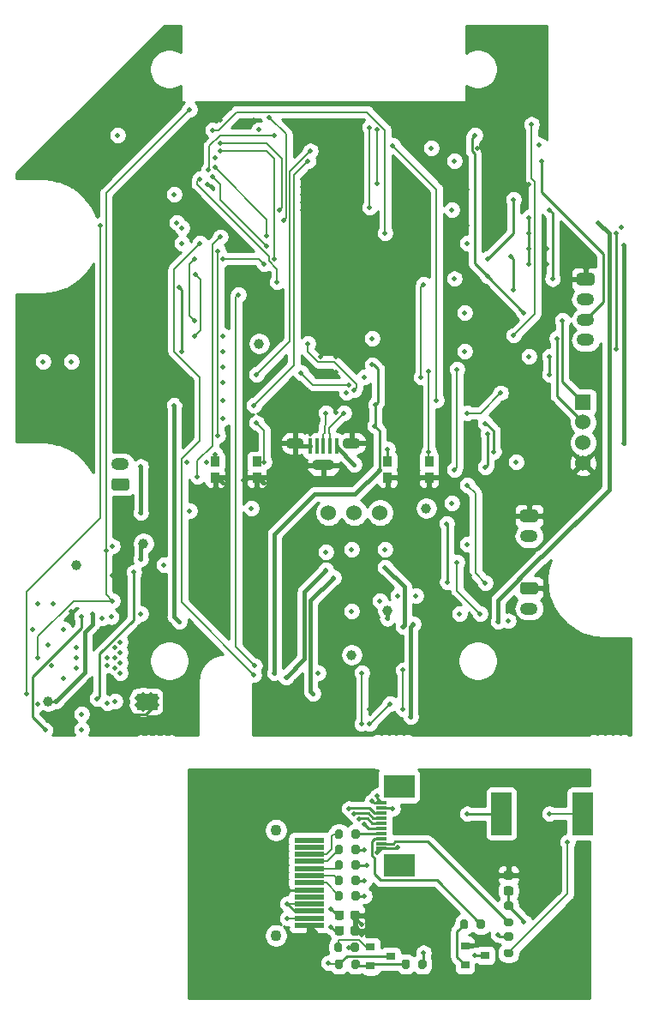
<source format=gbl>
%TF.GenerationSoftware,KiCad,Pcbnew,(5.1.8)-1*%
%TF.CreationDate,2020-12-22T12:44:13-05:00*%
%TF.ProjectId,uratt,75726174-742e-46b6-9963-61645f706362,rev?*%
%TF.SameCoordinates,Original*%
%TF.FileFunction,Copper,L4,Bot*%
%TF.FilePolarity,Positive*%
%FSLAX46Y46*%
G04 Gerber Fmt 4.6, Leading zero omitted, Abs format (unit mm)*
G04 Created by KiCad (PCBNEW (5.1.8)-1) date 2020-12-22 12:44:13*
%MOMM*%
%LPD*%
G01*
G04 APERTURE LIST*
%TA.AperFunction,EtchedComponent*%
%ADD10C,0.100000*%
%TD*%
%TA.AperFunction,SMDPad,CuDef*%
%ADD11R,3.100000X2.300000*%
%TD*%
%TA.AperFunction,SMDPad,CuDef*%
%ADD12R,1.100000X0.300000*%
%TD*%
%TA.AperFunction,SMDPad,CuDef*%
%ADD13C,1.000000*%
%TD*%
%TA.AperFunction,ComponentPad*%
%ADD14C,1.524000*%
%TD*%
%TA.AperFunction,ComponentPad*%
%ADD15R,1.524000X1.524000*%
%TD*%
%TA.AperFunction,SMDPad,CuDef*%
%ADD16R,2.000000X4.200000*%
%TD*%
%TA.AperFunction,ComponentPad*%
%ADD17O,2.200000X1.100000*%
%TD*%
%TA.AperFunction,ComponentPad*%
%ADD18O,1.800000X1.100000*%
%TD*%
%TA.AperFunction,SMDPad,CuDef*%
%ADD19R,0.450000X1.500000*%
%TD*%
%TA.AperFunction,ComponentPad*%
%ADD20C,1.100000*%
%TD*%
%TA.AperFunction,SMDPad,CuDef*%
%ADD21R,3.000000X0.500000*%
%TD*%
%TA.AperFunction,SMDPad,CuDef*%
%ADD22R,0.900000X0.800000*%
%TD*%
%TA.AperFunction,ComponentPad*%
%ADD23O,1.750000X1.200000*%
%TD*%
%TA.AperFunction,SMDPad,CuDef*%
%ADD24R,0.900000X1.000000*%
%TD*%
%TA.AperFunction,ViaPad*%
%ADD25C,0.500000*%
%TD*%
%TA.AperFunction,Conductor*%
%ADD26C,0.200000*%
%TD*%
%TA.AperFunction,Conductor*%
%ADD27C,0.250000*%
%TD*%
%TA.AperFunction,Conductor*%
%ADD28C,0.400000*%
%TD*%
%TA.AperFunction,Conductor*%
%ADD29C,0.254000*%
%TD*%
%TA.AperFunction,Conductor*%
%ADD30C,0.100000*%
%TD*%
G04 APERTURE END LIST*
D10*
%TO.C,GT1*%
G36*
X37719000Y-89275501D02*
G01*
X39687500Y-89275501D01*
X39687500Y-90736001D01*
X37719000Y-90736001D01*
X37719000Y-89275501D01*
G37*
X37719000Y-89275501D02*
X39687500Y-89275501D01*
X39687500Y-90736001D01*
X37719000Y-90736001D01*
X37719000Y-89275501D01*
%TD*%
D11*
%TO.P,J9,MP*%
%TO.N,N/C*%
X63596000Y-106200000D03*
X63596000Y-98360000D03*
D12*
%TO.P,J9,10*%
%TO.N,GND1*%
X61896000Y-104530000D03*
%TO.P,J9,9*%
%TO.N,/Front Panel/R_BTN*%
X61896000Y-104030000D03*
%TO.P,J9,8*%
%TO.N,/Front Panel/R_BEEPER*%
X61896000Y-103530000D03*
%TO.P,J9,7*%
%TO.N,/Front Panel/R_LCD_MOSI*%
X61896000Y-103030000D03*
%TO.P,J9,6*%
%TO.N,/Front Panel/R_LCD_CLK*%
X61896000Y-102530000D03*
%TO.P,J9,5*%
%TO.N,/Front Panel/R_LCD_DC*%
X61896000Y-102030000D03*
%TO.P,J9,4*%
%TO.N,/Front Panel/R_LCD_RESET*%
X61896000Y-101530000D03*
%TO.P,J9,3*%
%TO.N,/Front Panel/R_LCD_CS*%
X61896000Y-101030000D03*
%TO.P,J9,2*%
%TO.N,/Front Panel/R_LCD_BL*%
X61896000Y-100530000D03*
%TO.P,J9,1*%
%TO.N,/Front Panel/R_LCD_3.3V*%
X61896000Y-100030000D03*
%TD*%
D13*
%TO.P,TP7,1*%
%TO.N,+10VSW*%
X38354000Y-74422000D03*
%TD*%
D14*
%TO.P,J5,4*%
%TO.N,GND*%
X81788000Y-66452000D03*
%TO.P,J5,3*%
%TO.N,Net-(C13-Pad1)*%
X81788000Y-64452000D03*
%TO.P,J5,2*%
%TO.N,Net-(D4-Pad3)*%
X81788000Y-62452000D03*
D15*
%TO.P,J5,1*%
%TO.N,Net-(D5-Pad3)*%
X81788000Y-60452000D03*
%TD*%
D14*
%TO.P,SW4,3*%
%TO.N,+VBATT*%
X56642000Y-71374000D03*
%TO.P,SW4,2*%
%TO.N,Net-(J7-Pad2)*%
X59182000Y-71374000D03*
%TO.P,SW4,1*%
%TO.N,Net-(SW4-Pad1)*%
X61722000Y-71374000D03*
%TD*%
D16*
%TO.P,BZ2,2*%
%TO.N,Net-(BZ1-Pad2)*%
X73724000Y-101076000D03*
%TO.P,BZ2,1*%
%TO.N,Net-(BZ1-Pad1)*%
X81724000Y-101076000D03*
%TD*%
D17*
%TO.P,J1,6*%
%TO.N,GND*%
X56134000Y-66665001D03*
D18*
X53334000Y-64515001D03*
X58934000Y-64515001D03*
D19*
%TO.P,J1,1*%
%TO.N,Net-(D1-Pad2)*%
X57434000Y-64765001D03*
%TO.P,J1,5*%
%TO.N,GND*%
X54834000Y-64765001D03*
%TO.P,J1,2*%
%TO.N,/USB_DN*%
X56784000Y-64765001D03*
%TO.P,J1,4*%
%TO.N,Net-(J1-Pad4)*%
X55484000Y-64765001D03*
%TO.P,J1,3*%
%TO.N,/USB_DP*%
X56134000Y-64765001D03*
%TD*%
D13*
%TO.P,TP6,1*%
%TO.N,+VBATT*%
X62484000Y-81026000D03*
%TD*%
%TO.P,TP5,1*%
%TO.N,+3.3VSW*%
X49784000Y-54668001D03*
%TD*%
%TO.P,TP4,1*%
%TO.N,+5VSW*%
X31750000Y-76512001D03*
%TD*%
%TO.P,TP3,1*%
%TO.N,+VSW*%
X28956000Y-89974001D03*
%TD*%
%TO.P,TP2,1*%
%TO.N,+5VIN*%
X66294000Y-70924001D03*
%TD*%
%TO.P,TP1,1*%
%TO.N,+3V3*%
X58928000Y-85402001D03*
%TD*%
D20*
%TO.P,LCD1,*%
%TO.N,*%
X51446000Y-102711000D03*
X51446000Y-113111000D03*
D21*
%TO.P,LCD1,13*%
%TO.N,GND1*%
X54719000Y-112100000D03*
%TO.P,LCD1,12*%
%TO.N,Net-(LCD1-Pad12)*%
X54719000Y-111400000D03*
%TO.P,LCD1,11*%
%TO.N,/Front Panel/R_LCD_3.3V*%
X54719000Y-110700000D03*
%TO.P,LCD1,10*%
X54719000Y-110000000D03*
%TO.P,LCD1,9*%
%TO.N,Net-(LCD1-Pad9)*%
X54719000Y-109300000D03*
%TO.P,LCD1,8*%
%TO.N,GND1*%
X54719000Y-108600000D03*
%TO.P,LCD1,7*%
%TO.N,Net-(LCD1-Pad7)*%
X54719000Y-107900000D03*
%TO.P,LCD1,6*%
%TO.N,Net-(LCD1-Pad6)*%
X54719000Y-107200000D03*
%TO.P,LCD1,5*%
%TO.N,Net-(LCD1-Pad5)*%
X54719000Y-106500000D03*
%TO.P,LCD1,4*%
%TO.N,Net-(LCD1-Pad4)*%
X54719000Y-105800000D03*
%TO.P,LCD1,3*%
%TO.N,Net-(LCD1-Pad3)*%
X54719000Y-105100000D03*
%TO.P,LCD1,2*%
%TO.N,Net-(LCD1-Pad2)*%
X54719000Y-104400000D03*
%TO.P,LCD1,1*%
%TO.N,Net-(LCD1-Pad1)*%
X54719000Y-103700000D03*
%TD*%
%TO.P,R53,2*%
%TO.N,Net-(BZ1-Pad1)*%
%TA.AperFunction,SMDPad,CuDef*%
G36*
G01*
X74147000Y-114455000D02*
X74697000Y-114455000D01*
G75*
G02*
X74897000Y-114655000I0J-200000D01*
G01*
X74897000Y-115055000D01*
G75*
G02*
X74697000Y-115255000I-200000J0D01*
G01*
X74147000Y-115255000D01*
G75*
G02*
X73947000Y-115055000I0J200000D01*
G01*
X73947000Y-114655000D01*
G75*
G02*
X74147000Y-114455000I200000J0D01*
G01*
G37*
%TD.AperFunction*%
%TO.P,R53,1*%
%TO.N,/Front Panel/R_LCD_3.3V*%
%TA.AperFunction,SMDPad,CuDef*%
G36*
G01*
X74147000Y-112805000D02*
X74697000Y-112805000D01*
G75*
G02*
X74897000Y-113005000I0J-200000D01*
G01*
X74897000Y-113405000D01*
G75*
G02*
X74697000Y-113605000I-200000J0D01*
G01*
X74147000Y-113605000D01*
G75*
G02*
X73947000Y-113405000I0J200000D01*
G01*
X73947000Y-113005000D01*
G75*
G02*
X74147000Y-112805000I200000J0D01*
G01*
G37*
%TD.AperFunction*%
%TD*%
%TO.P,R52,2*%
%TO.N,/Front Panel/R_BEEPER*%
%TA.AperFunction,SMDPad,CuDef*%
G36*
G01*
X71291000Y-112289000D02*
X71291000Y-111739000D01*
G75*
G02*
X71491000Y-111539000I200000J0D01*
G01*
X71891000Y-111539000D01*
G75*
G02*
X72091000Y-111739000I0J-200000D01*
G01*
X72091000Y-112289000D01*
G75*
G02*
X71891000Y-112489000I-200000J0D01*
G01*
X71491000Y-112489000D01*
G75*
G02*
X71291000Y-112289000I0J200000D01*
G01*
G37*
%TD.AperFunction*%
%TO.P,R52,1*%
%TO.N,Net-(Q4-Pad1)*%
%TA.AperFunction,SMDPad,CuDef*%
G36*
G01*
X69641000Y-112289000D02*
X69641000Y-111739000D01*
G75*
G02*
X69841000Y-111539000I200000J0D01*
G01*
X70241000Y-111539000D01*
G75*
G02*
X70441000Y-111739000I0J-200000D01*
G01*
X70441000Y-112289000D01*
G75*
G02*
X70241000Y-112489000I-200000J0D01*
G01*
X69841000Y-112489000D01*
G75*
G02*
X69641000Y-112289000I0J200000D01*
G01*
G37*
%TD.AperFunction*%
%TD*%
D22*
%TO.P,Q4,3*%
%TO.N,Net-(BZ1-Pad2)*%
X72120000Y-115062000D03*
%TO.P,Q4,2*%
%TO.N,GND1*%
X70120000Y-114112000D03*
%TO.P,Q4,1*%
%TO.N,Net-(Q4-Pad1)*%
X70120000Y-116012000D03*
%TD*%
D23*
%TO.P,J8,2*%
%TO.N,Net-(J8-Pad2)*%
X36068000Y-66580000D03*
%TO.P,J8,1*%
%TO.N,Net-(J8-Pad1)*%
%TA.AperFunction,ComponentPad*%
G36*
G01*
X36693001Y-69180000D02*
X35442999Y-69180000D01*
G75*
G02*
X35193000Y-68930001I0J249999D01*
G01*
X35193000Y-68229999D01*
G75*
G02*
X35442999Y-67980000I249999J0D01*
G01*
X36693001Y-67980000D01*
G75*
G02*
X36943000Y-68229999I0J-249999D01*
G01*
X36943000Y-68930001D01*
G75*
G02*
X36693001Y-69180000I-249999J0D01*
G01*
G37*
%TD.AperFunction*%
%TD*%
%TO.P,J7,2*%
%TO.N,Net-(J7-Pad2)*%
X76454000Y-73686001D03*
%TO.P,J7,1*%
%TO.N,GND*%
%TA.AperFunction,ComponentPad*%
G36*
G01*
X75828999Y-71086001D02*
X77079001Y-71086001D01*
G75*
G02*
X77329000Y-71336000I0J-249999D01*
G01*
X77329000Y-72036002D01*
G75*
G02*
X77079001Y-72286001I-249999J0D01*
G01*
X75828999Y-72286001D01*
G75*
G02*
X75579000Y-72036002I0J249999D01*
G01*
X75579000Y-71336000D01*
G75*
G02*
X75828999Y-71086001I249999J0D01*
G01*
G37*
%TD.AperFunction*%
%TD*%
%TO.P,J6,2*%
%TO.N,Net-(F1-Pad2)*%
X76454000Y-80830001D03*
%TO.P,J6,1*%
%TO.N,GND*%
%TA.AperFunction,ComponentPad*%
G36*
G01*
X75828999Y-78230001D02*
X77079001Y-78230001D01*
G75*
G02*
X77329000Y-78480000I0J-249999D01*
G01*
X77329000Y-79180002D01*
G75*
G02*
X77079001Y-79430001I-249999J0D01*
G01*
X75828999Y-79430001D01*
G75*
G02*
X75579000Y-79180002I0J249999D01*
G01*
X75579000Y-78480000D01*
G75*
G02*
X75828999Y-78230001I249999J0D01*
G01*
G37*
%TD.AperFunction*%
%TD*%
%TO.P,J4,4*%
%TO.N,Net-(J4-Pad4)*%
X82042000Y-54318001D03*
%TO.P,J4,3*%
%TO.N,Net-(J4-Pad3)*%
X82042000Y-52318001D03*
%TO.P,J4,2*%
%TO.N,Net-(C15-Pad1)*%
X82042000Y-50318001D03*
%TO.P,J4,1*%
%TO.N,GND*%
%TA.AperFunction,ComponentPad*%
G36*
G01*
X81416999Y-47718001D02*
X82667001Y-47718001D01*
G75*
G02*
X82917000Y-47968000I0J-249999D01*
G01*
X82917000Y-48668002D01*
G75*
G02*
X82667001Y-48918001I-249999J0D01*
G01*
X81416999Y-48918001D01*
G75*
G02*
X81167000Y-48668002I0J249999D01*
G01*
X81167000Y-47968000D01*
G75*
G02*
X81416999Y-47718001I249999J0D01*
G01*
G37*
%TD.AperFunction*%
%TD*%
D24*
%TO.P,SW2,2*%
%TO.N,Net-(C8-Pad1)*%
X66566000Y-66314001D03*
%TO.P,SW2,1*%
%TO.N,GND*%
X66566000Y-67914001D03*
%TO.P,SW2,2*%
%TO.N,Net-(C8-Pad1)*%
X62466000Y-66314001D03*
%TO.P,SW2,1*%
%TO.N,GND*%
X62466000Y-67914001D03*
%TD*%
%TO.P,SW1,2*%
%TO.N,Net-(C7-Pad1)*%
X49548000Y-66314001D03*
%TO.P,SW1,1*%
%TO.N,GND*%
X49548000Y-67914001D03*
%TO.P,SW1,2*%
%TO.N,Net-(C7-Pad1)*%
X45448000Y-66314001D03*
%TO.P,SW1,1*%
%TO.N,GND*%
X45448000Y-67914001D03*
%TD*%
%TO.P,R51,2*%
%TO.N,Net-(LCD1-Pad12)*%
%TA.AperFunction,SMDPad,CuDef*%
G36*
G01*
X58845000Y-114559000D02*
X58845000Y-114009000D01*
G75*
G02*
X59045000Y-113809000I200000J0D01*
G01*
X59445000Y-113809000D01*
G75*
G02*
X59645000Y-114009000I0J-200000D01*
G01*
X59645000Y-114559000D01*
G75*
G02*
X59445000Y-114759000I-200000J0D01*
G01*
X59045000Y-114759000D01*
G75*
G02*
X58845000Y-114559000I0J200000D01*
G01*
G37*
%TD.AperFunction*%
%TO.P,R51,1*%
%TO.N,Net-(Q3-Pad2)*%
%TA.AperFunction,SMDPad,CuDef*%
G36*
G01*
X57195000Y-114559000D02*
X57195000Y-114009000D01*
G75*
G02*
X57395000Y-113809000I200000J0D01*
G01*
X57795000Y-113809000D01*
G75*
G02*
X57995000Y-114009000I0J-200000D01*
G01*
X57995000Y-114559000D01*
G75*
G02*
X57795000Y-114759000I-200000J0D01*
G01*
X57395000Y-114759000D01*
G75*
G02*
X57195000Y-114559000I0J200000D01*
G01*
G37*
%TD.AperFunction*%
%TD*%
%TO.P,R50,2*%
%TO.N,/Front Panel/R_LCD_MOSI*%
%TA.AperFunction,SMDPad,CuDef*%
G36*
G01*
X58907000Y-103383000D02*
X58907000Y-102833000D01*
G75*
G02*
X59107000Y-102633000I200000J0D01*
G01*
X59507000Y-102633000D01*
G75*
G02*
X59707000Y-102833000I0J-200000D01*
G01*
X59707000Y-103383000D01*
G75*
G02*
X59507000Y-103583000I-200000J0D01*
G01*
X59107000Y-103583000D01*
G75*
G02*
X58907000Y-103383000I0J200000D01*
G01*
G37*
%TD.AperFunction*%
%TO.P,R50,1*%
%TO.N,Net-(LCD1-Pad3)*%
%TA.AperFunction,SMDPad,CuDef*%
G36*
G01*
X57257000Y-103383000D02*
X57257000Y-102833000D01*
G75*
G02*
X57457000Y-102633000I200000J0D01*
G01*
X57857000Y-102633000D01*
G75*
G02*
X58057000Y-102833000I0J-200000D01*
G01*
X58057000Y-103383000D01*
G75*
G02*
X57857000Y-103583000I-200000J0D01*
G01*
X57457000Y-103583000D01*
G75*
G02*
X57257000Y-103383000I0J200000D01*
G01*
G37*
%TD.AperFunction*%
%TD*%
%TO.P,R49,2*%
%TO.N,/Front Panel/R_LCD_DC*%
%TA.AperFunction,SMDPad,CuDef*%
G36*
G01*
X58907000Y-106431000D02*
X58907000Y-105881000D01*
G75*
G02*
X59107000Y-105681000I200000J0D01*
G01*
X59507000Y-105681000D01*
G75*
G02*
X59707000Y-105881000I0J-200000D01*
G01*
X59707000Y-106431000D01*
G75*
G02*
X59507000Y-106631000I-200000J0D01*
G01*
X59107000Y-106631000D01*
G75*
G02*
X58907000Y-106431000I0J200000D01*
G01*
G37*
%TD.AperFunction*%
%TO.P,R49,1*%
%TO.N,Net-(LCD1-Pad5)*%
%TA.AperFunction,SMDPad,CuDef*%
G36*
G01*
X57257000Y-106431000D02*
X57257000Y-105881000D01*
G75*
G02*
X57457000Y-105681000I200000J0D01*
G01*
X57857000Y-105681000D01*
G75*
G02*
X58057000Y-105881000I0J-200000D01*
G01*
X58057000Y-106431000D01*
G75*
G02*
X57857000Y-106631000I-200000J0D01*
G01*
X57457000Y-106631000D01*
G75*
G02*
X57257000Y-106431000I0J200000D01*
G01*
G37*
%TD.AperFunction*%
%TD*%
%TO.P,R48,2*%
%TO.N,/Front Panel/R_LCD_CS*%
%TA.AperFunction,SMDPad,CuDef*%
G36*
G01*
X58907000Y-109479000D02*
X58907000Y-108929000D01*
G75*
G02*
X59107000Y-108729000I200000J0D01*
G01*
X59507000Y-108729000D01*
G75*
G02*
X59707000Y-108929000I0J-200000D01*
G01*
X59707000Y-109479000D01*
G75*
G02*
X59507000Y-109679000I-200000J0D01*
G01*
X59107000Y-109679000D01*
G75*
G02*
X58907000Y-109479000I0J200000D01*
G01*
G37*
%TD.AperFunction*%
%TO.P,R48,1*%
%TO.N,Net-(LCD1-Pad7)*%
%TA.AperFunction,SMDPad,CuDef*%
G36*
G01*
X57257000Y-109479000D02*
X57257000Y-108929000D01*
G75*
G02*
X57457000Y-108729000I200000J0D01*
G01*
X57857000Y-108729000D01*
G75*
G02*
X58057000Y-108929000I0J-200000D01*
G01*
X58057000Y-109479000D01*
G75*
G02*
X57857000Y-109679000I-200000J0D01*
G01*
X57457000Y-109679000D01*
G75*
G02*
X57257000Y-109479000I0J200000D01*
G01*
G37*
%TD.AperFunction*%
%TD*%
%TO.P,R47,2*%
%TO.N,/Front Panel/R_LCD_CLK*%
%TA.AperFunction,SMDPad,CuDef*%
G36*
G01*
X58907000Y-104907000D02*
X58907000Y-104357000D01*
G75*
G02*
X59107000Y-104157000I200000J0D01*
G01*
X59507000Y-104157000D01*
G75*
G02*
X59707000Y-104357000I0J-200000D01*
G01*
X59707000Y-104907000D01*
G75*
G02*
X59507000Y-105107000I-200000J0D01*
G01*
X59107000Y-105107000D01*
G75*
G02*
X58907000Y-104907000I0J200000D01*
G01*
G37*
%TD.AperFunction*%
%TO.P,R47,1*%
%TO.N,Net-(LCD1-Pad4)*%
%TA.AperFunction,SMDPad,CuDef*%
G36*
G01*
X57257000Y-104907000D02*
X57257000Y-104357000D01*
G75*
G02*
X57457000Y-104157000I200000J0D01*
G01*
X57857000Y-104157000D01*
G75*
G02*
X58057000Y-104357000I0J-200000D01*
G01*
X58057000Y-104907000D01*
G75*
G02*
X57857000Y-105107000I-200000J0D01*
G01*
X57457000Y-105107000D01*
G75*
G02*
X57257000Y-104907000I0J200000D01*
G01*
G37*
%TD.AperFunction*%
%TD*%
%TO.P,R46,2*%
%TO.N,/Front Panel/R_LCD_RESET*%
%TA.AperFunction,SMDPad,CuDef*%
G36*
G01*
X58907000Y-107955000D02*
X58907000Y-107405000D01*
G75*
G02*
X59107000Y-107205000I200000J0D01*
G01*
X59507000Y-107205000D01*
G75*
G02*
X59707000Y-107405000I0J-200000D01*
G01*
X59707000Y-107955000D01*
G75*
G02*
X59507000Y-108155000I-200000J0D01*
G01*
X59107000Y-108155000D01*
G75*
G02*
X58907000Y-107955000I0J200000D01*
G01*
G37*
%TD.AperFunction*%
%TO.P,R46,1*%
%TO.N,Net-(LCD1-Pad6)*%
%TA.AperFunction,SMDPad,CuDef*%
G36*
G01*
X57257000Y-107955000D02*
X57257000Y-107405000D01*
G75*
G02*
X57457000Y-107205000I200000J0D01*
G01*
X57857000Y-107205000D01*
G75*
G02*
X58057000Y-107405000I0J-200000D01*
G01*
X58057000Y-107955000D01*
G75*
G02*
X57857000Y-108155000I-200000J0D01*
G01*
X57457000Y-108155000D01*
G75*
G02*
X57257000Y-107955000I0J200000D01*
G01*
G37*
%TD.AperFunction*%
%TD*%
%TO.P,R45,2*%
%TO.N,Net-(Q3-Pad1)*%
%TA.AperFunction,SMDPad,CuDef*%
G36*
G01*
X58907000Y-116211000D02*
X58907000Y-115661000D01*
G75*
G02*
X59107000Y-115461000I200000J0D01*
G01*
X59507000Y-115461000D01*
G75*
G02*
X59707000Y-115661000I0J-200000D01*
G01*
X59707000Y-116211000D01*
G75*
G02*
X59507000Y-116411000I-200000J0D01*
G01*
X59107000Y-116411000D01*
G75*
G02*
X58907000Y-116211000I0J200000D01*
G01*
G37*
%TD.AperFunction*%
%TO.P,R45,1*%
%TO.N,/Front Panel/R_LCD_3.3V*%
%TA.AperFunction,SMDPad,CuDef*%
G36*
G01*
X57257000Y-116211000D02*
X57257000Y-115661000D01*
G75*
G02*
X57457000Y-115461000I200000J0D01*
G01*
X57857000Y-115461000D01*
G75*
G02*
X58057000Y-115661000I0J-200000D01*
G01*
X58057000Y-116211000D01*
G75*
G02*
X57857000Y-116411000I-200000J0D01*
G01*
X57457000Y-116411000D01*
G75*
G02*
X57257000Y-116211000I0J200000D01*
G01*
G37*
%TD.AperFunction*%
%TD*%
%TO.P,R44,2*%
%TO.N,/Front Panel/R_LCD_BL*%
%TA.AperFunction,SMDPad,CuDef*%
G36*
G01*
X65511000Y-116211000D02*
X65511000Y-115661000D01*
G75*
G02*
X65711000Y-115461000I200000J0D01*
G01*
X66111000Y-115461000D01*
G75*
G02*
X66311000Y-115661000I0J-200000D01*
G01*
X66311000Y-116211000D01*
G75*
G02*
X66111000Y-116411000I-200000J0D01*
G01*
X65711000Y-116411000D01*
G75*
G02*
X65511000Y-116211000I0J200000D01*
G01*
G37*
%TD.AperFunction*%
%TO.P,R44,1*%
%TO.N,Net-(Q3-Pad1)*%
%TA.AperFunction,SMDPad,CuDef*%
G36*
G01*
X63861000Y-116211000D02*
X63861000Y-115661000D01*
G75*
G02*
X64061000Y-115461000I200000J0D01*
G01*
X64461000Y-115461000D01*
G75*
G02*
X64661000Y-115661000I0J-200000D01*
G01*
X64661000Y-116211000D01*
G75*
G02*
X64461000Y-116411000I-200000J0D01*
G01*
X64061000Y-116411000D01*
G75*
G02*
X63861000Y-116211000I0J200000D01*
G01*
G37*
%TD.AperFunction*%
%TD*%
%TO.P,R43,2*%
%TO.N,Net-(C32-Pad1)*%
%TA.AperFunction,SMDPad,CuDef*%
G36*
G01*
X74697000Y-110557000D02*
X74147000Y-110557000D01*
G75*
G02*
X73947000Y-110357000I0J200000D01*
G01*
X73947000Y-109957000D01*
G75*
G02*
X74147000Y-109757000I200000J0D01*
G01*
X74697000Y-109757000D01*
G75*
G02*
X74897000Y-109957000I0J-200000D01*
G01*
X74897000Y-110357000D01*
G75*
G02*
X74697000Y-110557000I-200000J0D01*
G01*
G37*
%TD.AperFunction*%
%TO.P,R43,1*%
%TO.N,/Front Panel/R_BTN*%
%TA.AperFunction,SMDPad,CuDef*%
G36*
G01*
X74697000Y-112207000D02*
X74147000Y-112207000D01*
G75*
G02*
X73947000Y-112007000I0J200000D01*
G01*
X73947000Y-111607000D01*
G75*
G02*
X74147000Y-111407000I200000J0D01*
G01*
X74697000Y-111407000D01*
G75*
G02*
X74897000Y-111607000I0J-200000D01*
G01*
X74897000Y-112007000D01*
G75*
G02*
X74697000Y-112207000I-200000J0D01*
G01*
G37*
%TD.AperFunction*%
%TD*%
D22*
%TO.P,Q3,3*%
%TO.N,/Front Panel/R_LCD_3.3V*%
X62784000Y-115174000D03*
%TO.P,Q3,2*%
%TO.N,Net-(Q3-Pad2)*%
X60784000Y-114224000D03*
%TO.P,Q3,1*%
%TO.N,Net-(Q3-Pad1)*%
X60784000Y-116124000D03*
%TD*%
%TO.P,C34,2*%
%TO.N,GND1*%
%TA.AperFunction,SMDPad,CuDef*%
G36*
G01*
X58807000Y-112884000D02*
X58807000Y-112384000D01*
G75*
G02*
X59032000Y-112159000I225000J0D01*
G01*
X59482000Y-112159000D01*
G75*
G02*
X59707000Y-112384000I0J-225000D01*
G01*
X59707000Y-112884000D01*
G75*
G02*
X59482000Y-113109000I-225000J0D01*
G01*
X59032000Y-113109000D01*
G75*
G02*
X58807000Y-112884000I0J225000D01*
G01*
G37*
%TD.AperFunction*%
%TO.P,C34,1*%
%TO.N,/Front Panel/R_LCD_3.3V*%
%TA.AperFunction,SMDPad,CuDef*%
G36*
G01*
X57257000Y-112884000D02*
X57257000Y-112384000D01*
G75*
G02*
X57482000Y-112159000I225000J0D01*
G01*
X57932000Y-112159000D01*
G75*
G02*
X58157000Y-112384000I0J-225000D01*
G01*
X58157000Y-112884000D01*
G75*
G02*
X57932000Y-113109000I-225000J0D01*
G01*
X57482000Y-113109000D01*
G75*
G02*
X57257000Y-112884000I0J225000D01*
G01*
G37*
%TD.AperFunction*%
%TD*%
%TO.P,C33,2*%
%TO.N,GND1*%
%TA.AperFunction,SMDPad,CuDef*%
G36*
G01*
X58807000Y-111360000D02*
X58807000Y-110860000D01*
G75*
G02*
X59032000Y-110635000I225000J0D01*
G01*
X59482000Y-110635000D01*
G75*
G02*
X59707000Y-110860000I0J-225000D01*
G01*
X59707000Y-111360000D01*
G75*
G02*
X59482000Y-111585000I-225000J0D01*
G01*
X59032000Y-111585000D01*
G75*
G02*
X58807000Y-111360000I0J225000D01*
G01*
G37*
%TD.AperFunction*%
%TO.P,C33,1*%
%TO.N,/Front Panel/R_LCD_3.3V*%
%TA.AperFunction,SMDPad,CuDef*%
G36*
G01*
X57257000Y-111360000D02*
X57257000Y-110860000D01*
G75*
G02*
X57482000Y-110635000I225000J0D01*
G01*
X57932000Y-110635000D01*
G75*
G02*
X58157000Y-110860000I0J-225000D01*
G01*
X58157000Y-111360000D01*
G75*
G02*
X57932000Y-111585000I-225000J0D01*
G01*
X57482000Y-111585000D01*
G75*
G02*
X57257000Y-111360000I0J225000D01*
G01*
G37*
%TD.AperFunction*%
%TD*%
%TO.P,C32,2*%
%TO.N,GND1*%
%TA.AperFunction,SMDPad,CuDef*%
G36*
G01*
X74672000Y-107609000D02*
X74172000Y-107609000D01*
G75*
G02*
X73947000Y-107384000I0J225000D01*
G01*
X73947000Y-106934000D01*
G75*
G02*
X74172000Y-106709000I225000J0D01*
G01*
X74672000Y-106709000D01*
G75*
G02*
X74897000Y-106934000I0J-225000D01*
G01*
X74897000Y-107384000D01*
G75*
G02*
X74672000Y-107609000I-225000J0D01*
G01*
G37*
%TD.AperFunction*%
%TO.P,C32,1*%
%TO.N,Net-(C32-Pad1)*%
%TA.AperFunction,SMDPad,CuDef*%
G36*
G01*
X74672000Y-109159000D02*
X74172000Y-109159000D01*
G75*
G02*
X73947000Y-108934000I0J225000D01*
G01*
X73947000Y-108484000D01*
G75*
G02*
X74172000Y-108259000I225000J0D01*
G01*
X74672000Y-108259000D01*
G75*
G02*
X74897000Y-108484000I0J-225000D01*
G01*
X74897000Y-108934000D01*
G75*
G02*
X74672000Y-109159000I-225000J0D01*
G01*
G37*
%TD.AperFunction*%
%TD*%
D25*
%TO.N,MOTOR_O2*%
X45720000Y-45524001D03*
X45720000Y-63754000D03*
%TO.N,MOTOR_O1*%
X45961287Y-44126248D03*
X43688000Y-67818000D03*
%TO.N,GND*%
X54102000Y-41460001D03*
X54102000Y-40698001D03*
X54102000Y-39936001D03*
X54102000Y-39174001D03*
X54102000Y-38412001D03*
X55372000Y-41460001D03*
X55372000Y-40698001D03*
X55372000Y-39936001D03*
X55372000Y-39174001D03*
X55372000Y-38412001D03*
X56642000Y-41460001D03*
X56642000Y-40698001D03*
X56642000Y-39936001D03*
X56642000Y-39174001D03*
X56642000Y-38412001D03*
X55880000Y-57462001D03*
X57404000Y-57462001D03*
X57404000Y-55938001D03*
X55880000Y-55938001D03*
X39687500Y-90355001D03*
X39687500Y-89656501D03*
X39116000Y-90736001D03*
X39116000Y-90037501D03*
X39116000Y-89339001D03*
X42926000Y-91244001D03*
X35306000Y-77528001D03*
X33020000Y-90228001D03*
X30988000Y-81846001D03*
X31242000Y-81084001D03*
X76454000Y-38920001D03*
X70358000Y-39428001D03*
X70358000Y-42984001D03*
X75438000Y-35364001D03*
X71374000Y-35364001D03*
X31496000Y-54160001D03*
X28194000Y-54160001D03*
X39370000Y-49588001D03*
X78232000Y-45270001D03*
X78232000Y-46794001D03*
X78232000Y-61272001D03*
X78232000Y-62796001D03*
X75184000Y-64066001D03*
X42164000Y-60256001D03*
X42926000Y-63050001D03*
X63500000Y-51874001D03*
X63754000Y-54922001D03*
X64008000Y-56446001D03*
X64262000Y-59748001D03*
X64516000Y-62796001D03*
X64516000Y-64320001D03*
X57388228Y-61516735D03*
X52578000Y-62542001D03*
X48260000Y-68130001D03*
X48768000Y-64320001D03*
X46228000Y-68384001D03*
X50292000Y-68384001D03*
X70104000Y-53398001D03*
X70104000Y-49588001D03*
X66294000Y-32316001D03*
X62992000Y-32570001D03*
X49276000Y-32570001D03*
X45974000Y-32570001D03*
X39370000Y-38666001D03*
X41910000Y-38680001D03*
X45473909Y-36372092D03*
X50546000Y-51366001D03*
X50556909Y-48602909D03*
X42672000Y-66352001D03*
X44547998Y-66352001D03*
X72644000Y-72448001D03*
X72644000Y-74480001D03*
X72644000Y-76258001D03*
X70612000Y-77528001D03*
X70612000Y-79052001D03*
X65786000Y-83624001D03*
X60706000Y-84386001D03*
X57150000Y-80830001D03*
X52578000Y-81846001D03*
X57912000Y-75496001D03*
X56388000Y-73718001D03*
X53340000Y-73718001D03*
X63500000Y-76258001D03*
X65278000Y-76258001D03*
X57658000Y-90736001D03*
X59182000Y-90736001D03*
X60706000Y-90736001D03*
X58928000Y-73464001D03*
X60913028Y-76239263D03*
X60706000Y-78036001D03*
X44704000Y-38920001D03*
X44450000Y-40952001D03*
X53086000Y-78036001D03*
X66548000Y-68892001D03*
X35814000Y-30226000D03*
X34798000Y-30226000D03*
X35814000Y-30988000D03*
X34798000Y-30988000D03*
X55626000Y-59690000D03*
X76708000Y-89154000D03*
X78740000Y-91186000D03*
X62484000Y-69384010D03*
%TO.N,+3.3VSW*%
X49784000Y-54668001D03*
X28448000Y-56446001D03*
X31242000Y-56446001D03*
X46228000Y-56954001D03*
X58420000Y-59494001D03*
X60198000Y-57970001D03*
X41910000Y-82100001D03*
X41402000Y-60764001D03*
X46228000Y-62034001D03*
X46228000Y-60256001D03*
X46228000Y-58478001D03*
X46228000Y-55430001D03*
X46228000Y-53906001D03*
X35814000Y-34094001D03*
X55118000Y-89212001D03*
X57150000Y-77782001D03*
X60960000Y-54160001D03*
X85090000Y-43746001D03*
X85090000Y-55176001D03*
%TO.N,+5VUSB*%
X61678938Y-67115855D03*
X61214000Y-62796001D03*
X61265492Y-60712509D03*
X60960000Y-56761998D03*
X51308000Y-87180001D03*
%TO.N,+3V3*%
X58928000Y-85402001D03*
X58928000Y-81084001D03*
X61722000Y-80068001D03*
X63500000Y-79560001D03*
X41402000Y-39936001D03*
X41656000Y-42730001D03*
X42164000Y-43238001D03*
X42164000Y-44762001D03*
X49784000Y-33544001D03*
X55626000Y-87180001D03*
X75184000Y-66352001D03*
X76454000Y-55938001D03*
X70104000Y-55430001D03*
X70104000Y-51620001D03*
X70358000Y-44762001D03*
X69088000Y-36634001D03*
X66802000Y-35364001D03*
X68834000Y-41460001D03*
X85598000Y-43180000D03*
X69088000Y-48260000D03*
X77470000Y-35052000D03*
%TO.N,EN*%
X72965000Y-65336001D03*
X72136000Y-62542001D03*
X67310000Y-60256001D03*
X62992000Y-35110001D03*
%TO.N,+5VIN*%
X66294000Y-70924001D03*
X69596000Y-81338001D03*
X65278000Y-79560001D03*
X65024000Y-82354001D03*
X68834000Y-70416001D03*
X64770000Y-91498001D03*
X70358000Y-74480001D03*
X74422000Y-82042000D03*
%TO.N,+VBATT*%
X68357998Y-78206001D03*
X68326000Y-72448001D03*
X62438999Y-81833001D03*
%TO.N,+VSW*%
X33301500Y-81365501D03*
X29718000Y-89974001D03*
X42926000Y-71178001D03*
X40386000Y-76512001D03*
X49022000Y-70924001D03*
X56388000Y-75242001D03*
X62230000Y-74988001D03*
X62230000Y-76766001D03*
X56388000Y-77020001D03*
X58928000Y-74988001D03*
X64008000Y-82608001D03*
X52431341Y-87640594D03*
%TO.N,GNDPWR*%
X34798000Y-85656001D03*
X34798000Y-86418001D03*
X37719000Y-90355001D03*
X37719000Y-89656501D03*
X38290500Y-89339001D03*
X38290500Y-90037501D03*
X38290500Y-90736001D03*
X36068000Y-87180001D03*
X36068000Y-84132001D03*
X31750000Y-86672001D03*
X31750000Y-85656001D03*
X31750000Y-84640001D03*
X36068000Y-85148001D03*
X36068000Y-86164001D03*
X35560000Y-86672001D03*
X35560000Y-84640001D03*
X35560000Y-85656001D03*
X32258000Y-92768001D03*
X35152232Y-81656748D03*
X27940000Y-90228001D03*
X38100000Y-81338001D03*
X29280088Y-86488089D03*
X30480000Y-87688001D03*
X34290000Y-81788000D03*
%TO.N,+5VSW*%
X31750000Y-76512001D03*
X35560000Y-89974001D03*
X32258000Y-91244001D03*
X27940000Y-80322001D03*
X28956000Y-84386001D03*
X27432000Y-82862001D03*
X30480000Y-82862001D03*
X29464000Y-80322001D03*
X83312000Y-42730001D03*
X73406000Y-82100001D03*
X34798000Y-90170000D03*
X35306000Y-74676000D03*
%TO.N,GND1*%
X52578000Y-108696000D03*
X59944000Y-111998000D03*
X59944000Y-113014000D03*
X55372000Y-112760000D03*
X73406000Y-107172000D03*
X63500000Y-104394000D03*
X61468000Y-104902000D03*
X79248000Y-108966000D03*
X76454000Y-110236000D03*
%TO.N,/Front Panel/R_LCD_3.3V*%
X52578000Y-109966000D03*
X56896000Y-110474000D03*
X56896000Y-112252000D03*
X56642000Y-115808000D03*
X61468000Y-99314000D03*
X60960000Y-99822000D03*
X73406000Y-113030000D03*
%TO.N,FP_TOUCH_BTN*%
X43942000Y-38412001D03*
X51562000Y-48572001D03*
%TO.N,LCD_MOSI*%
X51308000Y-34094001D03*
X44793267Y-37560734D03*
%TO.N,LCD_CLK*%
X45406950Y-37260102D03*
X50546000Y-44000001D03*
%TO.N,LCD_DC*%
X45974000Y-35618001D03*
X51308000Y-46286001D03*
%TO.N,LCD_RESET*%
X45926769Y-34890767D03*
X51816000Y-41460001D03*
%TO.N,LCD_CS*%
X62230000Y-43746001D03*
X45212000Y-33586001D03*
%TO.N,LCD_BL*%
X50800000Y-32338001D03*
X52186526Y-42490635D03*
%TO.N,CHARGE_STATUS*%
X72136000Y-78290001D03*
X70358000Y-68638001D03*
%TO.N,/USB_DN*%
X58166000Y-61526001D03*
%TO.N,/USB_DP*%
X56388000Y-61526001D03*
%TO.N,/Front Panel/R_LCD_CLK*%
X60198000Y-102108000D03*
X60198000Y-104648000D03*
%TO.N,/Front Panel/R_LCD_DC*%
X59690000Y-101600000D03*
X60452000Y-106172000D03*
%TO.N,/Front Panel/R_LCD_RESET*%
X59182000Y-101092000D03*
X60198000Y-107696000D03*
%TO.N,/Front Panel/R_LCD_CS*%
X58674000Y-100584000D03*
X60198000Y-109220000D03*
%TO.N,/Front Panel/R_LCD_BL*%
X62992000Y-100584000D03*
X66040000Y-114808000D03*
%TO.N,/RTS*%
X72136000Y-66860001D03*
X72390000Y-63558001D03*
X59182000Y-59262001D03*
X54610000Y-54668001D03*
%TO.N,/DTR*%
X53932434Y-57546435D03*
X58674000Y-58732001D03*
%TO.N,IO0*%
X65786000Y-57970001D03*
X66040000Y-48826001D03*
X78486000Y-57716001D03*
X78486000Y-55938001D03*
%TO.N,SD_DAT0*%
X50292000Y-46816001D03*
X46203998Y-46286001D03*
%TO.N,RXD0*%
X49276000Y-60764001D03*
X54614767Y-36638768D03*
%TO.N,TXD0*%
X49530000Y-57716001D03*
X54864000Y-35640001D03*
%TO.N,BEEPER*%
X50546000Y-45016001D03*
X45212000Y-38158001D03*
%TO.N,TXD1*%
X74676000Y-46032001D03*
X74930000Y-49334001D03*
%TO.N,RXD1*%
X72390000Y-46286001D03*
X74930000Y-40444001D03*
%TO.N,SHUTDOWN*%
X47752000Y-49842001D03*
X59944000Y-87180001D03*
X64008000Y-90736001D03*
X64008000Y-86904001D03*
X49331835Y-86444284D03*
X59921225Y-92179990D03*
%TO.N,N_PWR_LOSS*%
X43942000Y-44762001D03*
X62738000Y-90228001D03*
X49276000Y-87376000D03*
X60706000Y-92202004D03*
%TO.N,PWR_ENABLE*%
X27940000Y-85656001D03*
X35306000Y-80068001D03*
X42926000Y-31554001D03*
X60706000Y-33332001D03*
X60706000Y-41206001D03*
X34658990Y-75127011D03*
%TO.N,LOW_BAT*%
X26809999Y-89212001D03*
X34128990Y-42984001D03*
%TO.N,Net-(C7-Pad1)*%
X50292000Y-66352001D03*
X45466000Y-65590001D03*
X49530000Y-62484000D03*
%TO.N,Net-(C8-Pad1)*%
X62484000Y-65082001D03*
X66548000Y-65336001D03*
X66548000Y-57440001D03*
%TO.N,Net-(C15-Pad1)*%
X76454000Y-42222001D03*
X76454000Y-43746001D03*
X76454000Y-45270001D03*
X76454000Y-46794001D03*
%TO.N,Net-(D1-Pad2)*%
X59182000Y-66606001D03*
%TO.N,Net-(D3-Pad3)*%
X78486000Y-41460001D03*
X78765587Y-48292414D03*
%TO.N,Net-(D4-Pad3)*%
X79181000Y-54160001D03*
%TO.N,Net-(D5-Pad3)*%
X79756000Y-52382001D03*
%TO.N,Net-(J2-Pad3)*%
X42164000Y-55430001D03*
X41910000Y-49080001D03*
%TO.N,Net-(J2-Pad5)*%
X43434000Y-53906001D03*
X43456000Y-47810001D03*
%TO.N,Net-(J2-Pad7)*%
X43434000Y-46286001D03*
X43434000Y-52382001D03*
%TO.N,Net-(J4-Pad3)*%
X77724000Y-36634001D03*
%TO.N,Net-(Q1-Pad1)*%
X73660000Y-59541001D03*
X70358000Y-61526001D03*
%TO.N,Net-(Q2-Pad1)*%
X69088000Y-67114001D03*
X69342000Y-57208001D03*
%TO.N,Net-(BZ1-Pad2)*%
X70358000Y-101092000D03*
X71120000Y-115062000D03*
%TO.N,Net-(BZ1-Pad1)*%
X80264000Y-103870000D03*
X78486000Y-101076000D03*
%TO.N,Net-(LCD1-Pad12)*%
X58674000Y-114284000D03*
X52578000Y-111408003D03*
%TO.N,Net-(C32-Pad1)*%
X75946000Y-111760000D03*
%TO.N,Net-(R26-Pad2)*%
X71628000Y-81338001D03*
X69342000Y-76258001D03*
%TO.N,Net-(R32-Pad1)*%
X32258000Y-81592001D03*
X28639000Y-92831001D03*
%TO.N,Net-(R39-Pad1)*%
X33782000Y-89720001D03*
X37411296Y-77242057D03*
%TO.N,Net-(C13-Pad1)*%
X85852000Y-44958000D03*
X85852000Y-64516000D03*
%TO.N,EXP_SDA*%
X61445232Y-33550768D03*
X61468000Y-38862000D03*
X74930000Y-53848000D03*
X76708000Y-33020000D03*
%TO.N,ALARM_SCL*%
X75946000Y-51620001D03*
X71120000Y-34094001D03*
X72361000Y-48035000D03*
%TO.N,+10VSW*%
X38100000Y-75946000D03*
X38354000Y-74422000D03*
%TO.N,Net-(C30-Pad1)*%
X38100000Y-71374000D03*
X38100000Y-66802000D03*
%TD*%
D26*
%TO.N,MOTOR_O2*%
X45673997Y-63707997D02*
X45720000Y-63754000D01*
X45673997Y-45570004D02*
X45673997Y-63707997D01*
X45720000Y-45524001D02*
X45673997Y-45570004D01*
%TO.N,MOTOR_O1*%
X43688000Y-66252448D02*
X43688000Y-67818000D01*
X45189999Y-44897536D02*
X45189999Y-64750449D01*
X45961287Y-44126248D02*
X45189999Y-44897536D01*
X45189999Y-64750449D02*
X43688000Y-66252448D01*
D27*
%TO.N,GND*%
X38540999Y-91311002D02*
X39116000Y-90736001D01*
X34103001Y-91311002D02*
X38540999Y-91311002D01*
X33020000Y-90228001D02*
X34103001Y-91311002D01*
D28*
X45758000Y-67914001D02*
X46228000Y-68384001D01*
X45448000Y-67914001D02*
X45758000Y-67914001D01*
X49548000Y-67914001D02*
X49746000Y-67914001D01*
X50216000Y-68384001D02*
X50292000Y-68384001D01*
X49746000Y-67914001D02*
X50216000Y-68384001D01*
X66566000Y-68874001D02*
X66548000Y-68892001D01*
X66566000Y-67914001D02*
X66566000Y-68874001D01*
X53584000Y-64765001D02*
X53334000Y-64515001D01*
X54834000Y-64765001D02*
X53584000Y-64765001D01*
X62466000Y-69366010D02*
X62484000Y-69384010D01*
X62466000Y-67914001D02*
X62466000Y-69366010D01*
%TO.N,+3.3VSW*%
X41402000Y-81592001D02*
X41402000Y-60764001D01*
X41910000Y-82100001D02*
X41402000Y-81592001D01*
X54868001Y-88962002D02*
X54868001Y-80064000D01*
X55118000Y-89212001D02*
X54868001Y-88962002D01*
X54868001Y-80064000D02*
X57150000Y-77782001D01*
D27*
X85090000Y-43746001D02*
X85090000Y-55176001D01*
%TO.N,+5VUSB*%
X61678938Y-63260939D02*
X61214000Y-62796001D01*
X61678938Y-67115855D02*
X61678938Y-63260939D01*
X61265492Y-62744509D02*
X61214000Y-62796001D01*
X61265492Y-60712509D02*
X61265492Y-62744509D01*
X61110999Y-56761998D02*
X60960000Y-56761998D01*
X61535001Y-57186000D02*
X61110999Y-56761998D01*
X61535001Y-60443000D02*
X61535001Y-57186000D01*
X61265492Y-60712509D02*
X61535001Y-60443000D01*
D28*
X51308000Y-87180001D02*
X51308000Y-73464001D01*
X59252791Y-69542002D02*
X61678938Y-67115855D01*
X55229999Y-69542002D02*
X59252791Y-69542002D01*
X51308000Y-73464001D02*
X55229999Y-69542002D01*
D27*
%TO.N,EN*%
X72225002Y-62542001D02*
X72136000Y-62542001D01*
X72965001Y-63282000D02*
X72225002Y-62542001D01*
X72965000Y-65336001D02*
X72965001Y-63282000D01*
D26*
X67310000Y-39428001D02*
X62992000Y-35110001D01*
X67310000Y-60256001D02*
X67310000Y-39428001D01*
D28*
%TO.N,+5VIN*%
X64770000Y-82608001D02*
X65024000Y-82354001D01*
X64770000Y-91498001D02*
X64770000Y-82608001D01*
D27*
%TO.N,+VBATT*%
X68357998Y-72479999D02*
X68326000Y-72448001D01*
X68357998Y-78206001D02*
X68357998Y-72479999D01*
D28*
X62438999Y-81071001D02*
X62484000Y-81026000D01*
X62438999Y-81833001D02*
X62438999Y-81071001D01*
%TO.N,+VSW*%
X33301500Y-82395979D02*
X33301500Y-81365501D01*
X32546739Y-83150740D02*
X33301500Y-82395979D01*
X32546739Y-87145262D02*
X32546739Y-83150740D01*
X29718000Y-89974001D02*
X32546739Y-87145262D01*
X64169990Y-82446011D02*
X64169990Y-78705991D01*
X64169990Y-78705991D02*
X62230000Y-76766001D01*
X64008000Y-82608001D02*
X64169990Y-82446011D01*
D27*
X29718000Y-89974001D02*
X28956000Y-89974001D01*
D28*
X54267992Y-79140009D02*
X54267992Y-85803943D01*
X54267992Y-85803943D02*
X52431341Y-87640594D01*
X56388000Y-77020001D02*
X54267992Y-79140009D01*
%TO.N,+5VSW*%
X84345010Y-43763011D02*
X84345010Y-69128991D01*
X83312000Y-42730001D02*
X84345010Y-43763011D01*
X77644754Y-75744991D02*
X73406000Y-79983745D01*
X77729010Y-75744991D02*
X77644754Y-75744991D01*
X84345010Y-69128991D02*
X77729010Y-75744991D01*
X73406000Y-79983745D02*
X73406000Y-82100001D01*
D27*
%TO.N,GND1*%
X52674000Y-108600000D02*
X52578000Y-108696000D01*
X54719000Y-108600000D02*
X52674000Y-108600000D01*
X59257000Y-111311000D02*
X59944000Y-111998000D01*
X59257000Y-111110000D02*
X59257000Y-111311000D01*
X59564000Y-112634000D02*
X59944000Y-113014000D01*
X59257000Y-112634000D02*
X59564000Y-112634000D01*
D28*
X54719000Y-112107000D02*
X55372000Y-112760000D01*
X54719000Y-112100000D02*
X54719000Y-112107000D01*
D27*
X73419000Y-107159000D02*
X73406000Y-107172000D01*
X74422000Y-107159000D02*
X73419000Y-107159000D01*
X63364000Y-104530000D02*
X63500000Y-104394000D01*
X61896000Y-104530000D02*
X63364000Y-104530000D01*
X61840000Y-104530000D02*
X61468000Y-104902000D01*
X61896000Y-104530000D02*
X61840000Y-104530000D01*
D26*
%TO.N,/Front Panel/R_LCD_3.3V*%
X52612000Y-110000000D02*
X52578000Y-109966000D01*
X54719000Y-110000000D02*
X52612000Y-110000000D01*
D27*
X58437010Y-115155990D02*
X57657000Y-115936000D01*
X62765990Y-115155990D02*
X58437010Y-115155990D01*
X62784000Y-115174000D02*
X62765990Y-115155990D01*
X57532000Y-111110000D02*
X56896000Y-110474000D01*
X57707000Y-111110000D02*
X57532000Y-111110000D01*
X57278000Y-112634000D02*
X56896000Y-112252000D01*
X57707000Y-112634000D02*
X57278000Y-112634000D01*
D26*
X56770000Y-115936000D02*
X56642000Y-115808000D01*
X57657000Y-115936000D02*
X56770000Y-115936000D01*
D27*
X53312000Y-110700000D02*
X52578000Y-109966000D01*
X54719000Y-110700000D02*
X53312000Y-110700000D01*
X61468000Y-99602000D02*
X61468000Y-99314000D01*
X61896000Y-100030000D02*
X61468000Y-99602000D01*
X61168000Y-100030000D02*
X60960000Y-99822000D01*
X61896000Y-100030000D02*
X61168000Y-100030000D01*
X73581000Y-113205000D02*
X73406000Y-113030000D01*
X74422000Y-113205000D02*
X73581000Y-113205000D01*
D26*
%TO.N,FP_TOUCH_BTN*%
X50777999Y-46518000D02*
X51562000Y-47302001D01*
X50777999Y-46031600D02*
X50777999Y-46518000D01*
X43692001Y-38945602D02*
X50777999Y-46031600D01*
X43692001Y-38662000D02*
X43692001Y-38945602D01*
X43942000Y-38412001D02*
X43692001Y-38662000D01*
X51562000Y-47302001D02*
X51562000Y-48572001D01*
%TO.N,LCD_MOSI*%
X44876949Y-35156185D02*
X45939133Y-34094001D01*
X45939133Y-34094001D02*
X51308000Y-34094001D01*
X44876949Y-37568950D02*
X44876949Y-35156185D01*
%TO.N,LCD_CLK*%
X45406950Y-37260102D02*
X50546000Y-42399152D01*
X50546000Y-42399152D02*
X50546000Y-44000001D01*
%TO.N,LCD_DC*%
X45974000Y-35618001D02*
X50546000Y-35618001D01*
X50546000Y-35618001D02*
X51308000Y-36380001D01*
X51285999Y-46264000D02*
X51308000Y-46286001D01*
X51285999Y-36402002D02*
X51285999Y-46264000D01*
X51308000Y-36380001D02*
X51285999Y-36402002D01*
%TO.N,LCD_RESET*%
X45926769Y-34890767D02*
X50511234Y-34890767D01*
X50511234Y-34890767D02*
X52070000Y-36449533D01*
X52070000Y-41206001D02*
X51816000Y-41460001D01*
X52070000Y-36449533D02*
X52070000Y-41206001D01*
%TO.N,LCD_CS*%
X45772002Y-33586001D02*
X45212000Y-33586001D01*
X47550002Y-31808001D02*
X45772002Y-33586001D01*
X60452000Y-31808001D02*
X47550002Y-31808001D01*
X62230000Y-33586001D02*
X60452000Y-31808001D01*
X62230000Y-43746001D02*
X62230000Y-33586001D01*
%TO.N,LCD_BL*%
X52450010Y-42227151D02*
X52186526Y-42490635D01*
X52450010Y-33988011D02*
X52450010Y-42227151D01*
X50800000Y-32338001D02*
X52450010Y-33988011D01*
%TO.N,CHARGE_STATUS*%
X71162001Y-69442002D02*
X70358000Y-68638001D01*
X71162001Y-77316002D02*
X71162001Y-69442002D01*
X72136000Y-78290001D02*
X71162001Y-77316002D01*
%TO.N,/USB_DN*%
X56706198Y-62985803D02*
X58166000Y-61526001D01*
X56684000Y-63008001D02*
X56706198Y-62985803D01*
X56784000Y-63640000D02*
X56684000Y-63540000D01*
X56684000Y-63540000D02*
X56684000Y-63008001D01*
X56784000Y-64765001D02*
X56784000Y-63640000D01*
%TO.N,/USB_DP*%
X56388000Y-62667604D02*
X56388000Y-61526001D01*
X56234000Y-62821604D02*
X56388000Y-62667604D01*
X56234000Y-63540000D02*
X56234000Y-62821604D01*
X56134000Y-63640000D02*
X56234000Y-63540000D01*
X56134000Y-64765001D02*
X56134000Y-63640000D01*
D27*
%TO.N,/Front Panel/R_BTN*%
X66433999Y-103818999D02*
X74422000Y-111807000D01*
X63223999Y-103818999D02*
X66433999Y-103818999D01*
X63012998Y-104030000D02*
X63223999Y-103818999D01*
X61896000Y-104030000D02*
X63012998Y-104030000D01*
D26*
%TO.N,/Front Panel/R_LCD_MOSI*%
X59664000Y-103108000D02*
X59307000Y-103108000D01*
D27*
X59385000Y-103030000D02*
X59307000Y-103108000D01*
X61896000Y-103030000D02*
X59385000Y-103030000D01*
%TO.N,/Front Panel/R_LCD_CLK*%
X60620000Y-102530000D02*
X60198000Y-102108000D01*
X61896000Y-102530000D02*
X60620000Y-102530000D01*
X59323000Y-104648000D02*
X59307000Y-104632000D01*
X60198000Y-104648000D02*
X59323000Y-104648000D01*
%TO.N,/Front Panel/R_LCD_DC*%
X59737001Y-101552999D02*
X59690000Y-101600000D01*
X60464401Y-101552999D02*
X59737001Y-101552999D01*
X60941402Y-102030000D02*
X60464401Y-101552999D01*
X61896000Y-102030000D02*
X60941402Y-102030000D01*
X59323000Y-106172000D02*
X59307000Y-106156000D01*
X60452000Y-106172000D02*
X59323000Y-106172000D01*
%TO.N,/Front Panel/R_LCD_RESET*%
X60564525Y-101044999D02*
X59229001Y-101044999D01*
X61049526Y-101530000D02*
X60564525Y-101044999D01*
X59229001Y-101044999D02*
X59182000Y-101092000D01*
X61896000Y-101530000D02*
X61049526Y-101530000D01*
X59323000Y-107696000D02*
X59307000Y-107680000D01*
X60198000Y-107696000D02*
X59323000Y-107696000D01*
%TO.N,/Front Panel/R_LCD_CS*%
X60664649Y-100536999D02*
X58721001Y-100536999D01*
X61157650Y-101030000D02*
X60664649Y-100536999D01*
X58721001Y-100536999D02*
X58674000Y-100584000D01*
X61896000Y-101030000D02*
X61157650Y-101030000D01*
X59323000Y-109220000D02*
X59307000Y-109204000D01*
X60198000Y-109220000D02*
X59323000Y-109220000D01*
%TO.N,/Front Panel/R_LCD_BL*%
X62938000Y-100530000D02*
X62992000Y-100584000D01*
X61896000Y-100530000D02*
X62938000Y-100530000D01*
X66040000Y-115807000D02*
X65911000Y-115936000D01*
X66040000Y-114808000D02*
X66040000Y-115807000D01*
%TO.N,/RTS*%
X72390000Y-66606001D02*
X72390000Y-63558001D01*
X72136000Y-66860001D02*
X72390000Y-66606001D01*
D26*
X54610000Y-55482003D02*
X54610000Y-54668001D01*
X55615999Y-56488002D02*
X54610000Y-55482003D01*
X57214403Y-56488002D02*
X55615999Y-56488002D01*
X59431999Y-58705598D02*
X57214403Y-56488002D01*
X59431999Y-59012002D02*
X59431999Y-58705598D01*
X59182000Y-59262001D02*
X59431999Y-59012002D01*
%TO.N,/DTR*%
X55118000Y-58732001D02*
X58674000Y-58732001D01*
X53932434Y-57546435D02*
X55118000Y-58732001D01*
%TO.N,IO0*%
X65786000Y-49080001D02*
X66040000Y-48826001D01*
X65786000Y-57970001D02*
X65786000Y-49080001D01*
D27*
X78486000Y-57716001D02*
X78486000Y-55938001D01*
D26*
%TO.N,SD_DAT0*%
X49762000Y-46286001D02*
X50292000Y-46816001D01*
X46203998Y-46286001D02*
X49762000Y-46286001D01*
%TO.N,RXD0*%
X53210030Y-38043505D02*
X54614767Y-36638768D01*
X53210030Y-56829971D02*
X53210030Y-38043505D01*
X49276000Y-60764001D02*
X53210030Y-56829971D01*
%TO.N,TXD0*%
X52830020Y-37673981D02*
X54864000Y-35640001D01*
X52830020Y-54415981D02*
X52830020Y-37673981D01*
X49530000Y-57716001D02*
X52830020Y-54415981D01*
%TO.N,BEEPER*%
X45974000Y-40444001D02*
X50546000Y-45016001D01*
X45974000Y-39174001D02*
X45974000Y-40444001D01*
X45974000Y-38920001D02*
X45212000Y-38158001D01*
X45974000Y-39174001D02*
X45974000Y-38920001D01*
D27*
%TO.N,TXD1*%
X74930000Y-46286001D02*
X74930000Y-49334001D01*
X74676000Y-46032001D02*
X74930000Y-46286001D01*
%TO.N,RXD1*%
X74930000Y-43746001D02*
X74930000Y-40444001D01*
X72390000Y-46286001D02*
X74930000Y-43746001D01*
D26*
%TO.N,SHUTDOWN*%
X64008000Y-90736001D02*
X64008000Y-86926001D01*
X64008000Y-86926001D02*
X64008000Y-86904001D01*
X47502001Y-50092000D02*
X47502001Y-84614450D01*
X47752000Y-49842001D02*
X47502001Y-50092000D01*
X47502001Y-84614450D02*
X49331835Y-86444284D01*
X59944000Y-92157215D02*
X59921225Y-92179990D01*
X59944000Y-87180001D02*
X59944000Y-92157215D01*
%TO.N,N_PWR_LOSS*%
X43942000Y-44762001D02*
X41379999Y-47324002D01*
X42121999Y-66088000D02*
X42121999Y-80221999D01*
X42121999Y-80221999D02*
X49276000Y-87376000D01*
X43942000Y-64267999D02*
X42121999Y-66088000D01*
X43942000Y-57992403D02*
X43942000Y-64267999D01*
X41379999Y-55430402D02*
X43942000Y-57992403D01*
X41379999Y-47324002D02*
X41379999Y-55430402D01*
X60763997Y-92202004D02*
X60706000Y-92202004D01*
X62738000Y-90228001D02*
X60763997Y-92202004D01*
%TO.N,PWR_ENABLE*%
X27940000Y-83571999D02*
X31443998Y-80068001D01*
X27940000Y-85656001D02*
X27940000Y-83571999D01*
X31443998Y-80068001D02*
X35306000Y-80068001D01*
X34658990Y-39821011D02*
X42926000Y-31554001D01*
X35306000Y-80068001D02*
X34658990Y-79420991D01*
X60706000Y-33332001D02*
X60706000Y-41206001D01*
X34658990Y-75127011D02*
X34658990Y-39821011D01*
X34658990Y-79420991D02*
X34658990Y-75127011D01*
%TO.N,LOW_BAT*%
X34128990Y-71889355D02*
X34128990Y-42984001D01*
X26809999Y-79208346D02*
X34128990Y-71889355D01*
X26809999Y-89212001D02*
X26809999Y-79208346D01*
%TO.N,Net-(C7-Pad1)*%
X49586000Y-66352001D02*
X49548000Y-66314001D01*
X50292000Y-66352001D02*
X49586000Y-66352001D01*
X45448000Y-65608001D02*
X45466000Y-65590001D01*
X45448000Y-66314001D02*
X45448000Y-65608001D01*
X50292000Y-63246000D02*
X49530000Y-62484000D01*
X50292000Y-66352001D02*
X50292000Y-63246000D01*
D27*
%TO.N,Net-(C8-Pad1)*%
X62466000Y-65100001D02*
X62484000Y-65082001D01*
X62466000Y-66314001D02*
X62466000Y-65100001D01*
D26*
X66548000Y-66296001D02*
X66566000Y-66314001D01*
X66548000Y-65336001D02*
X66548000Y-66296001D01*
X66548000Y-65336001D02*
X66548000Y-57440001D01*
D27*
%TO.N,Net-(C15-Pad1)*%
X76454000Y-45867003D02*
X76454000Y-46794001D01*
X76454000Y-42222001D02*
X76454000Y-45867003D01*
D28*
%TO.N,Net-(D1-Pad2)*%
X57434000Y-64858001D02*
X59182000Y-66606001D01*
X57434000Y-64765001D02*
X57434000Y-64858001D01*
D27*
%TO.N,Net-(D3-Pad3)*%
X78807001Y-48251000D02*
X78765587Y-48292414D01*
X78807001Y-41781002D02*
X78807001Y-48251000D01*
X78486000Y-41460001D02*
X78807001Y-41781002D01*
%TO.N,Net-(D4-Pad3)*%
X82042000Y-62044191D02*
X82042000Y-62256001D01*
X79181000Y-59845000D02*
X81788000Y-62452000D01*
X79181000Y-54160001D02*
X79181000Y-59845000D01*
%TO.N,Net-(D5-Pad3)*%
X79756000Y-58420000D02*
X81788000Y-60452000D01*
X79756000Y-52382001D02*
X79756000Y-58420000D01*
%TO.N,Net-(J2-Pad3)*%
X42164000Y-49334001D02*
X41910000Y-49080001D01*
X42164000Y-55430001D02*
X42164000Y-49334001D01*
D26*
%TO.N,Net-(J2-Pad5)*%
X43964001Y-48318002D02*
X43456000Y-47810001D01*
X43964001Y-53376000D02*
X43964001Y-48318002D01*
X43434000Y-53906001D02*
X43964001Y-53376000D01*
%TO.N,Net-(J2-Pad7)*%
X43434000Y-52382001D02*
X42926000Y-51874001D01*
X42926000Y-46794001D02*
X43434000Y-46286001D01*
X42926000Y-51874001D02*
X42926000Y-46794001D01*
D27*
%TO.N,Net-(J4-Pad3)*%
X83820000Y-50540001D02*
X82042000Y-52318001D01*
X83820000Y-45778001D02*
X83820000Y-50540001D01*
X77724000Y-39682001D02*
X83820000Y-45778001D01*
X77724000Y-36634001D02*
X77724000Y-39682001D01*
D26*
%TO.N,Net-(Q1-Pad1)*%
X71675000Y-61526001D02*
X70358000Y-61526001D01*
X73660000Y-59541001D02*
X71675000Y-61526001D01*
%TO.N,Net-(Q2-Pad1)*%
X69342000Y-66860001D02*
X69342000Y-57208001D01*
X69088000Y-67114001D02*
X69342000Y-66860001D01*
D27*
%TO.N,Net-(BZ1-Pad2)*%
X70374000Y-101076000D02*
X70358000Y-101092000D01*
X73724000Y-101076000D02*
X70374000Y-101076000D01*
X71120000Y-115062000D02*
X72120000Y-115062000D01*
%TO.N,Net-(Q3-Pad1)*%
X59495000Y-116124000D02*
X59307000Y-115936000D01*
X60784000Y-116124000D02*
X59495000Y-116124000D01*
X60972000Y-115936000D02*
X60784000Y-116124000D01*
X64261000Y-115936000D02*
X60972000Y-115936000D01*
%TO.N,Net-(Q4-Pad1)*%
X69344999Y-115236999D02*
X70120000Y-116012000D01*
X69344999Y-112710001D02*
X69344999Y-115236999D01*
X70041000Y-112014000D02*
X69344999Y-112710001D01*
D26*
%TO.N,Net-(BZ1-Pad1)*%
X80264000Y-109013000D02*
X80264000Y-103870000D01*
X74422000Y-114855000D02*
X80264000Y-109013000D01*
X81724000Y-101076000D02*
X78486000Y-101076000D01*
D27*
%TO.N,/Front Panel/R_BEEPER*%
X60892999Y-103783999D02*
X61146998Y-103530000D01*
X60892999Y-105178001D02*
X60892999Y-103783999D01*
X61191999Y-105477001D02*
X60892999Y-105178001D01*
X61146998Y-103530000D02*
X61896000Y-103530000D01*
X61191999Y-107045001D02*
X61191999Y-105477001D01*
X61801999Y-107655001D02*
X61191999Y-107045001D01*
X67332001Y-107655001D02*
X61801999Y-107655001D01*
X71691000Y-112014000D02*
X67332001Y-107655001D01*
D26*
%TO.N,Net-(LCD1-Pad12)*%
X59245000Y-114284000D02*
X58674000Y-114284000D01*
X54710997Y-111408003D02*
X54719000Y-111400000D01*
X52578000Y-111408003D02*
X54710997Y-111408003D01*
%TO.N,Net-(LCD1-Pad7)*%
X57657000Y-109138000D02*
X57657000Y-109204000D01*
X56419000Y-107900000D02*
X57657000Y-109138000D01*
X54719000Y-107900000D02*
X56419000Y-107900000D01*
%TO.N,Net-(LCD1-Pad6)*%
X57177000Y-107200000D02*
X57657000Y-107680000D01*
X54719000Y-107200000D02*
X57177000Y-107200000D01*
D27*
%TO.N,Net-(LCD1-Pad5)*%
X54757000Y-106538000D02*
X54719000Y-106500000D01*
D26*
X57313000Y-106500000D02*
X57657000Y-106156000D01*
X54719000Y-106500000D02*
X57313000Y-106500000D01*
%TO.N,Net-(LCD1-Pad4)*%
X56489000Y-105800000D02*
X57657000Y-104632000D01*
X54719000Y-105800000D02*
X56489000Y-105800000D01*
%TO.N,Net-(LCD1-Pad3)*%
X56976990Y-104551010D02*
X56976990Y-103281010D01*
X56428000Y-105100000D02*
X56976990Y-104551010D01*
X54719000Y-105100000D02*
X56428000Y-105100000D01*
X57150000Y-103108000D02*
X57657000Y-103108000D01*
X56976990Y-103281010D02*
X57150000Y-103108000D01*
D27*
%TO.N,Net-(C32-Pad1)*%
X74422000Y-110157000D02*
X74422000Y-108709000D01*
X75946000Y-111681000D02*
X74422000Y-110157000D01*
X75946000Y-111760000D02*
X75946000Y-111681000D01*
D26*
%TO.N,Net-(Q3-Pad2)*%
X60338838Y-114224000D02*
X59636838Y-113522000D01*
X60784000Y-114224000D02*
X60338838Y-114224000D01*
X59636838Y-113522000D02*
X57658000Y-113522000D01*
X57658000Y-114221000D02*
X57595000Y-114284000D01*
X57658000Y-113522000D02*
X57658000Y-114221000D01*
%TO.N,Net-(R26-Pad2)*%
X71628000Y-81338001D02*
X70104000Y-79814001D01*
X69342000Y-79052001D02*
X69342000Y-76258001D01*
X70104000Y-79814001D02*
X69342000Y-79052001D01*
D27*
%TO.N,Net-(R32-Pad1)*%
X27364999Y-87590004D02*
X27364999Y-91557000D01*
X32258000Y-82697003D02*
X27364999Y-87590004D01*
X32258000Y-81592001D02*
X32258000Y-82697003D01*
X27364999Y-91557000D02*
X28639000Y-92831001D01*
%TO.N,Net-(R39-Pad1)*%
X33782000Y-89720001D02*
X34036000Y-89466001D01*
X37411296Y-81937703D02*
X37411296Y-77242057D01*
X34036000Y-85312999D02*
X37411296Y-81937703D01*
X34036000Y-89466001D02*
X34036000Y-85312999D01*
D28*
%TO.N,Net-(C13-Pad1)*%
X85852000Y-44958000D02*
X85852000Y-64516000D01*
D26*
%TO.N,EXP_SDA*%
X61445232Y-38839232D02*
X61468000Y-38862000D01*
X61445232Y-33550768D02*
X61445232Y-38839232D01*
X76708000Y-38370000D02*
X76708000Y-33020000D01*
X77004001Y-38666001D02*
X76708000Y-38370000D01*
X77004001Y-51773999D02*
X77004001Y-38666001D01*
X74930000Y-53848000D02*
X77004001Y-51773999D01*
D27*
%TO.N,ALARM_SCL*%
X70798999Y-34415002D02*
X71120000Y-34094001D01*
X70798999Y-35640002D02*
X70798999Y-34415002D01*
X71097999Y-35939002D02*
X70798999Y-35640002D01*
X71097999Y-46772000D02*
X71097999Y-35939002D01*
X72361000Y-48035000D02*
X71097999Y-46772000D01*
X75946000Y-51620001D02*
X72361000Y-48035000D01*
D28*
%TO.N,+10VSW*%
X38100000Y-74676000D02*
X38354000Y-74422000D01*
X38100000Y-75946000D02*
X38100000Y-74676000D01*
%TO.N,Net-(C30-Pad1)*%
X38100000Y-71374000D02*
X38100000Y-66802000D01*
%TD*%
D29*
%TO.N,GND*%
X78211000Y-34568027D02*
X78157424Y-34487845D01*
X78034155Y-34364576D01*
X77889205Y-34267723D01*
X77728145Y-34201010D01*
X77557165Y-34167000D01*
X77443000Y-34167000D01*
X77443000Y-33512953D01*
X77492277Y-33439205D01*
X77558990Y-33278145D01*
X77593000Y-33107165D01*
X77593000Y-32932835D01*
X77558990Y-32761855D01*
X77492277Y-32600795D01*
X77395424Y-32455845D01*
X77272155Y-32332576D01*
X77127205Y-32235723D01*
X76966145Y-32169010D01*
X76795165Y-32135000D01*
X76620835Y-32135000D01*
X76449855Y-32169010D01*
X76288795Y-32235723D01*
X76143845Y-32332576D01*
X76020576Y-32455845D01*
X75923723Y-32600795D01*
X75857010Y-32761855D01*
X75823000Y-32932835D01*
X75823000Y-33107165D01*
X75857010Y-33278145D01*
X75923723Y-33439205D01*
X75973001Y-33512954D01*
X75973000Y-38333895D01*
X75969444Y-38370000D01*
X75983635Y-38514085D01*
X75991725Y-38540752D01*
X76025663Y-38652632D01*
X76093913Y-38780319D01*
X76185762Y-38892237D01*
X76213808Y-38915254D01*
X76269002Y-38970448D01*
X76269002Y-41356461D01*
X76195855Y-41371011D01*
X76034795Y-41437724D01*
X75889845Y-41534577D01*
X75766576Y-41657846D01*
X75690000Y-41772449D01*
X75690000Y-40899539D01*
X75714277Y-40863206D01*
X75780990Y-40702146D01*
X75815000Y-40531166D01*
X75815000Y-40356836D01*
X75780990Y-40185856D01*
X75714277Y-40024796D01*
X75617424Y-39879846D01*
X75494155Y-39756577D01*
X75349205Y-39659724D01*
X75188145Y-39593011D01*
X75017165Y-39559001D01*
X74842835Y-39559001D01*
X74671855Y-39593011D01*
X74510795Y-39659724D01*
X74365845Y-39756577D01*
X74242576Y-39879846D01*
X74145723Y-40024796D01*
X74079010Y-40185856D01*
X74045000Y-40356836D01*
X74045000Y-40531166D01*
X74079010Y-40702146D01*
X74145723Y-40863206D01*
X74170001Y-40899540D01*
X74170000Y-43431198D01*
X72174714Y-45426486D01*
X72131855Y-45435011D01*
X71970795Y-45501724D01*
X71857999Y-45577092D01*
X71857999Y-35976325D01*
X71861675Y-35939002D01*
X71857999Y-35901679D01*
X71857999Y-35901669D01*
X71847002Y-35790016D01*
X71803545Y-35646755D01*
X71732973Y-35514726D01*
X71638000Y-35399001D01*
X71608996Y-35375198D01*
X71558999Y-35325201D01*
X71558999Y-34865052D01*
X71684155Y-34781425D01*
X71807424Y-34658156D01*
X71904277Y-34513206D01*
X71970990Y-34352146D01*
X72005000Y-34181166D01*
X72005000Y-34006836D01*
X71970990Y-33835856D01*
X71904277Y-33674796D01*
X71807424Y-33529846D01*
X71684155Y-33406577D01*
X71539205Y-33309724D01*
X71378145Y-33243011D01*
X71207165Y-33209001D01*
X71032835Y-33209001D01*
X70861855Y-33243011D01*
X70700795Y-33309724D01*
X70555845Y-33406577D01*
X70432576Y-33529846D01*
X70335723Y-33674796D01*
X70269010Y-33835856D01*
X70261658Y-33872819D01*
X70258999Y-33875001D01*
X70235201Y-33903999D01*
X70235200Y-33904000D01*
X70164025Y-33990726D01*
X70093453Y-34122756D01*
X70049997Y-34266017D01*
X70035323Y-34415002D01*
X70039000Y-34452334D01*
X70038999Y-35602679D01*
X70035323Y-35640002D01*
X70038999Y-35677324D01*
X70038999Y-35677334D01*
X70049996Y-35788987D01*
X70083863Y-35900634D01*
X70093453Y-35932248D01*
X70164025Y-36064278D01*
X70191181Y-36097367D01*
X70258998Y-36180003D01*
X70288002Y-36203806D01*
X70338000Y-36253804D01*
X70337999Y-43877001D01*
X70270835Y-43877001D01*
X70099855Y-43911011D01*
X69938795Y-43977724D01*
X69793845Y-44074577D01*
X69670576Y-44197846D01*
X69573723Y-44342796D01*
X69507010Y-44503856D01*
X69473000Y-44674836D01*
X69473000Y-44849166D01*
X69507010Y-45020146D01*
X69573723Y-45181206D01*
X69670576Y-45326156D01*
X69793845Y-45449425D01*
X69938795Y-45546278D01*
X70099855Y-45612991D01*
X70270835Y-45647001D01*
X70337999Y-45647001D01*
X70337999Y-46734678D01*
X70334323Y-46772000D01*
X70337999Y-46809323D01*
X70337999Y-46809332D01*
X70348996Y-46920985D01*
X70392453Y-47064246D01*
X70463025Y-47196275D01*
X70557998Y-47312001D01*
X70587002Y-47335804D01*
X71501485Y-48250287D01*
X71510010Y-48293145D01*
X71576723Y-48454205D01*
X71673576Y-48599155D01*
X71796845Y-48722424D01*
X71941795Y-48819277D01*
X72102855Y-48885990D01*
X72145714Y-48894515D01*
X75086485Y-51835289D01*
X75095010Y-51878146D01*
X75161723Y-52039206D01*
X75258576Y-52184156D01*
X75381845Y-52307425D01*
X75411388Y-52327165D01*
X74758848Y-52979706D01*
X74671855Y-52997010D01*
X74510795Y-53063723D01*
X74365845Y-53160576D01*
X74242576Y-53283845D01*
X74145723Y-53428795D01*
X74079010Y-53589855D01*
X74045000Y-53760835D01*
X74045000Y-53935165D01*
X74079010Y-54106145D01*
X74145723Y-54267205D01*
X74242576Y-54412155D01*
X74365845Y-54535424D01*
X74510795Y-54632277D01*
X74671855Y-54698990D01*
X74842835Y-54733000D01*
X75017165Y-54733000D01*
X75188145Y-54698990D01*
X75349205Y-54632277D01*
X75494155Y-54535424D01*
X75617424Y-54412155D01*
X75714277Y-54267205D01*
X75780990Y-54106145D01*
X75798294Y-54019152D01*
X77498198Y-52319249D01*
X77526238Y-52296237D01*
X77549251Y-52268196D01*
X77549254Y-52268193D01*
X77618087Y-52184320D01*
X77618088Y-52184319D01*
X77686338Y-52056632D01*
X77728366Y-51918084D01*
X77739001Y-51810104D01*
X77739001Y-51810095D01*
X77742556Y-51774000D01*
X77739001Y-51737905D01*
X77739001Y-41934996D01*
X77798576Y-42024156D01*
X77921845Y-42147425D01*
X78047001Y-42231052D01*
X78047002Y-47774895D01*
X77981310Y-47873209D01*
X77914597Y-48034269D01*
X77880587Y-48205249D01*
X77880587Y-48379579D01*
X77914597Y-48550559D01*
X77981310Y-48711619D01*
X78078163Y-48856569D01*
X78201432Y-48979838D01*
X78346382Y-49076691D01*
X78507442Y-49143404D01*
X78678422Y-49177414D01*
X78852752Y-49177414D01*
X79023732Y-49143404D01*
X79184792Y-49076691D01*
X79329742Y-48979838D01*
X79453011Y-48856569D01*
X79549864Y-48711619D01*
X79616577Y-48550559D01*
X79650587Y-48379579D01*
X79650587Y-48205249D01*
X79616577Y-48034269D01*
X79567001Y-47914582D01*
X79567001Y-47718001D01*
X80528928Y-47718001D01*
X80532000Y-48032251D01*
X80690750Y-48191001D01*
X81915000Y-48191001D01*
X81915000Y-47241751D01*
X81756250Y-47083001D01*
X81167000Y-47079929D01*
X81042518Y-47092189D01*
X80922820Y-47128499D01*
X80812506Y-47187464D01*
X80715815Y-47266816D01*
X80636463Y-47363507D01*
X80577498Y-47473821D01*
X80541188Y-47593519D01*
X80528928Y-47718001D01*
X79567001Y-47718001D01*
X79567001Y-42599803D01*
X83060000Y-46092803D01*
X83060000Y-47097806D01*
X83041482Y-47092189D01*
X82917000Y-47079929D01*
X82327750Y-47083001D01*
X82169000Y-47241751D01*
X82169000Y-48191001D01*
X82189000Y-48191001D01*
X82189000Y-48445001D01*
X82169000Y-48445001D01*
X82169000Y-48465001D01*
X81915000Y-48465001D01*
X81915000Y-48445001D01*
X80690750Y-48445001D01*
X80532000Y-48603751D01*
X80528928Y-48918001D01*
X80541188Y-49042483D01*
X80577498Y-49162181D01*
X80636463Y-49272495D01*
X80715815Y-49369186D01*
X80812506Y-49448538D01*
X80861436Y-49474692D01*
X80735167Y-49628552D01*
X80620489Y-49843100D01*
X80549870Y-50075899D01*
X80526025Y-50318001D01*
X80549870Y-50560103D01*
X80620489Y-50792902D01*
X80735167Y-51007450D01*
X80889498Y-51195503D01*
X81038762Y-51318001D01*
X80889498Y-51440499D01*
X80735167Y-51628552D01*
X80620489Y-51843100D01*
X80565620Y-52023979D01*
X80540277Y-51962796D01*
X80443424Y-51817846D01*
X80320155Y-51694577D01*
X80175205Y-51597724D01*
X80014145Y-51531011D01*
X79843165Y-51497001D01*
X79668835Y-51497001D01*
X79497855Y-51531011D01*
X79336795Y-51597724D01*
X79191845Y-51694577D01*
X79068576Y-51817846D01*
X78971723Y-51962796D01*
X78905010Y-52123856D01*
X78871000Y-52294836D01*
X78871000Y-52469166D01*
X78905010Y-52640146D01*
X78971723Y-52801206D01*
X78996000Y-52837539D01*
X78996000Y-53294462D01*
X78922855Y-53309011D01*
X78761795Y-53375724D01*
X78616845Y-53472577D01*
X78493576Y-53595846D01*
X78396723Y-53740796D01*
X78330010Y-53901856D01*
X78296000Y-54072836D01*
X78296000Y-54247166D01*
X78330010Y-54418146D01*
X78396723Y-54579206D01*
X78421000Y-54615539D01*
X78421000Y-55053001D01*
X78398835Y-55053001D01*
X78227855Y-55087011D01*
X78066795Y-55153724D01*
X77921845Y-55250577D01*
X77798576Y-55373846D01*
X77701723Y-55518796D01*
X77635010Y-55679856D01*
X77601000Y-55850836D01*
X77601000Y-56025166D01*
X77635010Y-56196146D01*
X77701723Y-56357206D01*
X77726001Y-56393540D01*
X77726000Y-57260463D01*
X77701723Y-57296796D01*
X77635010Y-57457856D01*
X77601000Y-57628836D01*
X77601000Y-57803166D01*
X77635010Y-57974146D01*
X77701723Y-58135206D01*
X77798576Y-58280156D01*
X77921845Y-58403425D01*
X78066795Y-58500278D01*
X78227855Y-58566991D01*
X78398835Y-58601001D01*
X78421001Y-58601001D01*
X78421001Y-59807668D01*
X78417324Y-59845000D01*
X78421001Y-59882333D01*
X78431998Y-59993986D01*
X78439502Y-60018725D01*
X78475454Y-60137246D01*
X78546026Y-60269276D01*
X78615297Y-60353682D01*
X78641000Y-60385001D01*
X78669998Y-60408799D01*
X80421628Y-62160430D01*
X80391000Y-62314408D01*
X80391000Y-62589592D01*
X80444686Y-62859490D01*
X80549995Y-63113727D01*
X80702880Y-63342535D01*
X80812345Y-63452000D01*
X80702880Y-63561465D01*
X80549995Y-63790273D01*
X80444686Y-64044510D01*
X80391000Y-64314408D01*
X80391000Y-64589592D01*
X80444686Y-64859490D01*
X80549995Y-65113727D01*
X80702880Y-65342535D01*
X80897465Y-65537120D01*
X81126273Y-65690005D01*
X81261710Y-65746105D01*
X81788000Y-66272395D01*
X82314290Y-65746105D01*
X82449727Y-65690005D01*
X82678535Y-65537120D01*
X82873120Y-65342535D01*
X83026005Y-65113727D01*
X83131314Y-64859490D01*
X83185000Y-64589592D01*
X83185000Y-64314408D01*
X83131314Y-64044510D01*
X83026005Y-63790273D01*
X82873120Y-63561465D01*
X82763655Y-63452000D01*
X82873120Y-63342535D01*
X83026005Y-63113727D01*
X83131314Y-62859490D01*
X83185000Y-62589592D01*
X83185000Y-62314408D01*
X83131314Y-62044510D01*
X83026005Y-61790273D01*
X82963234Y-61696330D01*
X83001185Y-61665185D01*
X83080537Y-61568494D01*
X83139502Y-61458180D01*
X83175812Y-61338482D01*
X83188072Y-61214000D01*
X83188072Y-59690000D01*
X83175812Y-59565518D01*
X83139502Y-59445820D01*
X83080537Y-59335506D01*
X83001185Y-59238815D01*
X82904494Y-59159463D01*
X82794180Y-59100498D01*
X82674482Y-59064188D01*
X82550000Y-59051928D01*
X81462730Y-59051928D01*
X80516000Y-58105199D01*
X80516000Y-52837539D01*
X80540277Y-52801206D01*
X80588034Y-52685911D01*
X80620489Y-52792902D01*
X80735167Y-53007450D01*
X80889498Y-53195503D01*
X81038762Y-53318001D01*
X80889498Y-53440499D01*
X80735167Y-53628552D01*
X80620489Y-53843100D01*
X80549870Y-54075899D01*
X80526025Y-54318001D01*
X80549870Y-54560103D01*
X80620489Y-54792902D01*
X80735167Y-55007450D01*
X80889498Y-55195503D01*
X81077551Y-55349834D01*
X81292099Y-55464512D01*
X81524898Y-55535131D01*
X81706335Y-55553001D01*
X82377665Y-55553001D01*
X82559102Y-55535131D01*
X82791901Y-55464512D01*
X83006449Y-55349834D01*
X83194502Y-55195503D01*
X83348833Y-55007450D01*
X83463511Y-54792902D01*
X83510010Y-54639614D01*
X83510011Y-68783121D01*
X77322911Y-74970223D01*
X77178608Y-75047355D01*
X77051463Y-75151700D01*
X77025315Y-75183562D01*
X72844579Y-79364299D01*
X72812709Y-79390454D01*
X72745101Y-79472836D01*
X72708364Y-79517600D01*
X72630828Y-79662659D01*
X72583082Y-79820057D01*
X72566960Y-79983745D01*
X72571000Y-80024764D01*
X72571001Y-81803251D01*
X72555010Y-81841856D01*
X72521000Y-82012836D01*
X72521000Y-82187166D01*
X72555010Y-82358146D01*
X72621723Y-82519206D01*
X72718576Y-82664156D01*
X72841845Y-82787425D01*
X72986795Y-82884278D01*
X73147855Y-82950991D01*
X73318835Y-82985001D01*
X73493165Y-82985001D01*
X73664145Y-82950991D01*
X73825205Y-82884278D01*
X73957402Y-82795946D01*
X74002795Y-82826277D01*
X74163855Y-82892990D01*
X74334835Y-82927000D01*
X74509165Y-82927000D01*
X74680145Y-82892990D01*
X74841205Y-82826277D01*
X74986155Y-82729424D01*
X75109424Y-82606155D01*
X75206277Y-82461205D01*
X75272990Y-82300145D01*
X75307000Y-82129165D01*
X75307000Y-81954835D01*
X75272990Y-81783855D01*
X75206277Y-81622795D01*
X75109424Y-81477845D01*
X74986155Y-81354576D01*
X74841205Y-81257723D01*
X74680145Y-81191010D01*
X74509165Y-81157000D01*
X74334835Y-81157000D01*
X74241000Y-81175665D01*
X74241000Y-80329612D01*
X74967837Y-79602775D01*
X74989498Y-79674181D01*
X75048463Y-79784495D01*
X75127815Y-79881186D01*
X75224506Y-79960538D01*
X75273436Y-79986692D01*
X75147167Y-80140552D01*
X75032489Y-80355100D01*
X74961870Y-80587899D01*
X74938025Y-80830001D01*
X74961870Y-81072103D01*
X75032489Y-81304902D01*
X75147167Y-81519450D01*
X75301498Y-81707503D01*
X75489551Y-81861834D01*
X75704099Y-81976512D01*
X75936898Y-82047131D01*
X76118335Y-82065001D01*
X76789665Y-82065001D01*
X76971102Y-82047131D01*
X77203901Y-81976512D01*
X77418449Y-81861834D01*
X77606502Y-81707503D01*
X77760833Y-81519450D01*
X77875511Y-81304902D01*
X77946130Y-81072103D01*
X77969975Y-80830001D01*
X77946130Y-80587899D01*
X77875511Y-80355100D01*
X77760833Y-80140552D01*
X77634564Y-79986692D01*
X77683494Y-79960538D01*
X77780185Y-79881186D01*
X77859537Y-79784495D01*
X77918502Y-79674181D01*
X77954812Y-79554483D01*
X77967072Y-79430001D01*
X77964000Y-79115751D01*
X77805250Y-78957001D01*
X76581000Y-78957001D01*
X76581000Y-78977001D01*
X76327000Y-78977001D01*
X76327000Y-78957001D01*
X76307000Y-78957001D01*
X76307000Y-78703001D01*
X76327000Y-78703001D01*
X76327000Y-78683001D01*
X76581000Y-78683001D01*
X76581000Y-78703001D01*
X77805250Y-78703001D01*
X77964000Y-78544251D01*
X77967072Y-78230001D01*
X77954812Y-78105519D01*
X77918502Y-77985821D01*
X77859537Y-77875507D01*
X77780185Y-77778816D01*
X77683494Y-77699464D01*
X77573180Y-77640499D01*
X77453482Y-77604189D01*
X77329000Y-77591929D01*
X76976848Y-77593765D01*
X78050855Y-76519758D01*
X78195156Y-76442627D01*
X78322301Y-76338282D01*
X78348456Y-76306412D01*
X78588131Y-76066737D01*
X78350544Y-76839027D01*
X78346063Y-76860108D01*
X78339189Y-76880534D01*
X78325223Y-76958150D01*
X78218428Y-77840654D01*
X78217751Y-77862197D01*
X78214603Y-77883516D01*
X78214603Y-77962379D01*
X78265774Y-78849848D01*
X78268923Y-78871173D01*
X78269600Y-78892711D01*
X78283565Y-78970327D01*
X78491085Y-79834710D01*
X78497959Y-79855136D01*
X78502440Y-79876217D01*
X78529929Y-79950134D01*
X78887238Y-80764104D01*
X78897621Y-80782990D01*
X78905764Y-80802944D01*
X78945908Y-80870825D01*
X79441711Y-81608659D01*
X79455275Y-81625409D01*
X79466823Y-81643606D01*
X79518338Y-81703285D01*
X79518353Y-81703304D01*
X79518359Y-81703309D01*
X80136981Y-82341678D01*
X80153299Y-82355763D01*
X80167884Y-82371624D01*
X80229171Y-82421254D01*
X80951067Y-82939989D01*
X80969620Y-82950961D01*
X80986785Y-82963990D01*
X81055893Y-83001983D01*
X81858240Y-83384683D01*
X81878444Y-83392197D01*
X81897643Y-83401979D01*
X81972387Y-83427134D01*
X82829823Y-83661702D01*
X82851040Y-83665519D01*
X82871667Y-83671747D01*
X82949683Y-83683268D01*
X83832139Y-83762025D01*
X83862353Y-83765001D01*
X86461001Y-83765001D01*
X86461000Y-93315000D01*
X86327717Y-93315000D01*
X86215521Y-93240033D01*
X86063560Y-93177089D01*
X85902240Y-93145000D01*
X85737760Y-93145000D01*
X85576440Y-93177089D01*
X85445000Y-93231533D01*
X85313560Y-93177089D01*
X85152240Y-93145000D01*
X84987760Y-93145000D01*
X84826440Y-93177089D01*
X84695000Y-93231533D01*
X84563560Y-93177089D01*
X84402240Y-93145000D01*
X84237760Y-93145000D01*
X84076440Y-93177089D01*
X83945000Y-93231533D01*
X83813560Y-93177089D01*
X83652240Y-93145000D01*
X83487760Y-93145000D01*
X83326440Y-93177089D01*
X83195000Y-93231533D01*
X83063560Y-93177089D01*
X82902240Y-93145000D01*
X82737760Y-93145000D01*
X82576440Y-93177089D01*
X82424479Y-93240033D01*
X82312283Y-93315000D01*
X64967717Y-93315000D01*
X64855521Y-93240033D01*
X64703560Y-93177089D01*
X64542240Y-93145000D01*
X64377760Y-93145000D01*
X64216440Y-93177089D01*
X64085000Y-93231533D01*
X63953560Y-93177089D01*
X63792240Y-93145000D01*
X63627760Y-93145000D01*
X63466440Y-93177089D01*
X63335000Y-93231533D01*
X63203560Y-93177089D01*
X63042240Y-93145000D01*
X62877760Y-93145000D01*
X62716440Y-93177089D01*
X62585000Y-93231533D01*
X62453560Y-93177089D01*
X62292240Y-93145000D01*
X62127760Y-93145000D01*
X61966440Y-93177089D01*
X61835000Y-93231533D01*
X61703560Y-93177089D01*
X61542240Y-93145000D01*
X61377760Y-93145000D01*
X61216440Y-93177089D01*
X61064479Y-93240033D01*
X60952283Y-93315000D01*
X49135000Y-93315000D01*
X49135000Y-92092825D01*
X59036225Y-92092825D01*
X59036225Y-92267155D01*
X59070235Y-92438135D01*
X59136948Y-92599195D01*
X59233801Y-92744145D01*
X59357070Y-92867414D01*
X59502020Y-92964267D01*
X59663080Y-93030980D01*
X59834060Y-93064990D01*
X60008390Y-93064990D01*
X60179370Y-93030980D01*
X60287039Y-92986382D01*
X60447855Y-93052994D01*
X60618835Y-93087004D01*
X60793165Y-93087004D01*
X60964145Y-93052994D01*
X61125205Y-92986281D01*
X61270155Y-92889428D01*
X61393424Y-92766159D01*
X61490277Y-92621209D01*
X61556990Y-92460149D01*
X61559893Y-92445554D01*
X62909153Y-91096295D01*
X62996145Y-91078991D01*
X63157205Y-91012278D01*
X63162935Y-91008450D01*
X63223723Y-91155206D01*
X63320576Y-91300156D01*
X63443845Y-91423425D01*
X63588795Y-91520278D01*
X63749855Y-91586991D01*
X63890945Y-91615056D01*
X63919010Y-91756146D01*
X63985723Y-91917206D01*
X64082576Y-92062156D01*
X64205845Y-92185425D01*
X64350795Y-92282278D01*
X64511855Y-92348991D01*
X64682835Y-92383001D01*
X64857165Y-92383001D01*
X65028145Y-92348991D01*
X65189205Y-92282278D01*
X65334155Y-92185425D01*
X65457424Y-92062156D01*
X65554277Y-91917206D01*
X65620990Y-91756146D01*
X65655000Y-91585166D01*
X65655000Y-91410836D01*
X65620990Y-91239856D01*
X65605000Y-91201253D01*
X65605000Y-85804496D01*
X69401000Y-85804496D01*
X69401000Y-86195506D01*
X69477282Y-86579004D01*
X69626915Y-86940251D01*
X69844149Y-87265365D01*
X70120636Y-87541852D01*
X70445750Y-87759086D01*
X70806997Y-87908719D01*
X71190495Y-87985001D01*
X71581505Y-87985001D01*
X71965003Y-87908719D01*
X72326250Y-87759086D01*
X72651364Y-87541852D01*
X72927851Y-87265365D01*
X73145085Y-86940251D01*
X73294718Y-86579004D01*
X73371000Y-86195506D01*
X73371000Y-85804496D01*
X73294718Y-85420998D01*
X73145085Y-85059751D01*
X72927851Y-84734637D01*
X72651364Y-84458150D01*
X72326250Y-84240916D01*
X71965003Y-84091283D01*
X71581505Y-84015001D01*
X71190495Y-84015001D01*
X70806997Y-84091283D01*
X70445750Y-84240916D01*
X70120636Y-84458150D01*
X69844149Y-84734637D01*
X69626915Y-85059751D01*
X69477282Y-85420998D01*
X69401000Y-85804496D01*
X65605000Y-85804496D01*
X65605000Y-83024580D01*
X65711424Y-82918156D01*
X65808277Y-82773206D01*
X65874990Y-82612146D01*
X65909000Y-82441166D01*
X65909000Y-82266836D01*
X65874990Y-82095856D01*
X65808277Y-81934796D01*
X65711424Y-81789846D01*
X65588155Y-81666577D01*
X65443205Y-81569724D01*
X65282145Y-81503011D01*
X65111165Y-81469001D01*
X65004990Y-81469001D01*
X65004990Y-80404834D01*
X65019855Y-80410991D01*
X65190835Y-80445001D01*
X65365165Y-80445001D01*
X65536145Y-80410991D01*
X65697205Y-80344278D01*
X65842155Y-80247425D01*
X65965424Y-80124156D01*
X66062277Y-79979206D01*
X66128990Y-79818146D01*
X66163000Y-79647166D01*
X66163000Y-79472836D01*
X66128990Y-79301856D01*
X66062277Y-79140796D01*
X65965424Y-78995846D01*
X65842155Y-78872577D01*
X65697205Y-78775724D01*
X65536145Y-78709011D01*
X65365165Y-78675001D01*
X65190835Y-78675001D01*
X65019855Y-78709011D01*
X65008259Y-78713814D01*
X65009030Y-78705990D01*
X64992908Y-78542302D01*
X64945162Y-78384904D01*
X64867626Y-78239845D01*
X64859547Y-78230001D01*
X64763281Y-78112700D01*
X64731417Y-78086550D01*
X63030268Y-76385402D01*
X63014277Y-76346796D01*
X62917424Y-76201846D01*
X62794155Y-76078577D01*
X62649205Y-75981724D01*
X62488145Y-75915011D01*
X62317165Y-75881001D01*
X62142835Y-75881001D01*
X61971855Y-75915011D01*
X61810795Y-75981724D01*
X61665845Y-76078577D01*
X61542576Y-76201846D01*
X61445723Y-76346796D01*
X61379010Y-76507856D01*
X61345000Y-76678836D01*
X61345000Y-76853166D01*
X61379010Y-77024146D01*
X61445723Y-77185206D01*
X61542576Y-77330156D01*
X61665845Y-77453425D01*
X61810795Y-77550278D01*
X61849401Y-77566269D01*
X63067643Y-78784512D01*
X62935845Y-78872577D01*
X62812576Y-78995846D01*
X62715723Y-79140796D01*
X62649010Y-79301856D01*
X62615000Y-79472836D01*
X62615000Y-79647166D01*
X62649010Y-79818146D01*
X62686675Y-79909078D01*
X62595788Y-79891000D01*
X62589131Y-79891000D01*
X62572990Y-79809856D01*
X62506277Y-79648796D01*
X62409424Y-79503846D01*
X62286155Y-79380577D01*
X62141205Y-79283724D01*
X61980145Y-79217011D01*
X61809165Y-79183001D01*
X61634835Y-79183001D01*
X61463855Y-79217011D01*
X61302795Y-79283724D01*
X61157845Y-79380577D01*
X61034576Y-79503846D01*
X60937723Y-79648796D01*
X60871010Y-79809856D01*
X60837000Y-79980836D01*
X60837000Y-80155166D01*
X60871010Y-80326146D01*
X60937723Y-80487206D01*
X61034576Y-80632156D01*
X61157845Y-80755425D01*
X61302795Y-80852278D01*
X61356864Y-80874674D01*
X61349000Y-80914212D01*
X61349000Y-81137788D01*
X61392617Y-81357067D01*
X61478176Y-81563624D01*
X61564535Y-81692869D01*
X61553999Y-81745836D01*
X61553999Y-81920166D01*
X61588009Y-82091146D01*
X61654722Y-82252206D01*
X61751575Y-82397156D01*
X61874844Y-82520425D01*
X62019794Y-82617278D01*
X62180854Y-82683991D01*
X62351834Y-82718001D01*
X62526164Y-82718001D01*
X62697144Y-82683991D01*
X62858204Y-82617278D01*
X63003154Y-82520425D01*
X63126423Y-82397156D01*
X63156578Y-82352025D01*
X63123000Y-82520836D01*
X63123000Y-82695166D01*
X63157010Y-82866146D01*
X63223723Y-83027206D01*
X63320576Y-83172156D01*
X63443845Y-83295425D01*
X63588795Y-83392278D01*
X63749855Y-83458991D01*
X63920835Y-83493001D01*
X63935001Y-83493001D01*
X63935001Y-86019001D01*
X63920835Y-86019001D01*
X63749855Y-86053011D01*
X63588795Y-86119724D01*
X63443845Y-86216577D01*
X63320576Y-86339846D01*
X63223723Y-86484796D01*
X63157010Y-86645856D01*
X63123000Y-86816836D01*
X63123000Y-86991166D01*
X63157010Y-87162146D01*
X63223723Y-87323206D01*
X63273001Y-87396955D01*
X63273000Y-89521096D01*
X63157205Y-89443724D01*
X62996145Y-89377011D01*
X62825165Y-89343001D01*
X62650835Y-89343001D01*
X62479855Y-89377011D01*
X62318795Y-89443724D01*
X62173845Y-89540577D01*
X62050576Y-89663846D01*
X61953723Y-89808796D01*
X61887010Y-89969856D01*
X61869706Y-90056848D01*
X60679000Y-91247555D01*
X60679000Y-87672954D01*
X60728277Y-87599206D01*
X60794990Y-87438146D01*
X60829000Y-87267166D01*
X60829000Y-87092836D01*
X60794990Y-86921856D01*
X60728277Y-86760796D01*
X60631424Y-86615846D01*
X60508155Y-86492577D01*
X60363205Y-86395724D01*
X60202145Y-86329011D01*
X60031165Y-86295001D01*
X59856835Y-86295001D01*
X59685855Y-86329011D01*
X59524795Y-86395724D01*
X59379845Y-86492577D01*
X59256576Y-86615846D01*
X59159723Y-86760796D01*
X59093010Y-86921856D01*
X59059000Y-87092836D01*
X59059000Y-87267166D01*
X59093010Y-87438146D01*
X59159723Y-87599206D01*
X59209000Y-87672954D01*
X59209001Y-91652951D01*
X59136948Y-91760785D01*
X59070235Y-91921845D01*
X59036225Y-92092825D01*
X49135000Y-92092825D01*
X49135000Y-88250292D01*
X49188835Y-88261000D01*
X49363165Y-88261000D01*
X49534145Y-88226990D01*
X49695205Y-88160277D01*
X49840155Y-88063424D01*
X49963424Y-87940155D01*
X50060277Y-87795205D01*
X50126990Y-87634145D01*
X50161000Y-87463165D01*
X50161000Y-87288835D01*
X50126990Y-87117855D01*
X50060277Y-86956795D01*
X50057022Y-86951923D01*
X50116112Y-86863489D01*
X50182825Y-86702429D01*
X50216835Y-86531449D01*
X50216835Y-86357119D01*
X50182825Y-86186139D01*
X50116112Y-86025079D01*
X50019259Y-85880129D01*
X49895990Y-85756860D01*
X49751040Y-85660007D01*
X49589980Y-85593294D01*
X49502988Y-85575990D01*
X48237001Y-84310004D01*
X48237001Y-71341463D01*
X48237723Y-71343206D01*
X48334576Y-71488156D01*
X48457845Y-71611425D01*
X48602795Y-71708278D01*
X48763855Y-71774991D01*
X48934835Y-71809001D01*
X49109165Y-71809001D01*
X49280145Y-71774991D01*
X49441205Y-71708278D01*
X49586155Y-71611425D01*
X49709424Y-71488156D01*
X49806277Y-71343206D01*
X49872990Y-71182146D01*
X49907000Y-71011166D01*
X49907000Y-70836836D01*
X49872990Y-70665856D01*
X49806277Y-70504796D01*
X49709424Y-70359846D01*
X49586155Y-70236577D01*
X49441205Y-70139724D01*
X49280145Y-70073011D01*
X49109165Y-70039001D01*
X48934835Y-70039001D01*
X48763855Y-70073011D01*
X48602795Y-70139724D01*
X48457845Y-70236577D01*
X48334576Y-70359846D01*
X48237723Y-70504796D01*
X48237001Y-70506539D01*
X48237001Y-68414001D01*
X48459928Y-68414001D01*
X48472188Y-68538483D01*
X48508498Y-68658181D01*
X48567463Y-68768495D01*
X48646815Y-68865186D01*
X48743506Y-68944538D01*
X48853820Y-69003503D01*
X48973518Y-69039813D01*
X49098000Y-69052073D01*
X49262250Y-69049001D01*
X49421000Y-68890251D01*
X49421000Y-68041001D01*
X49675000Y-68041001D01*
X49675000Y-68890251D01*
X49833750Y-69049001D01*
X49998000Y-69052073D01*
X50122482Y-69039813D01*
X50242180Y-69003503D01*
X50352494Y-68944538D01*
X50449185Y-68865186D01*
X50528537Y-68768495D01*
X50587502Y-68658181D01*
X50623812Y-68538483D01*
X50636072Y-68414001D01*
X50633000Y-68199751D01*
X50474250Y-68041001D01*
X49675000Y-68041001D01*
X49421000Y-68041001D01*
X48621750Y-68041001D01*
X48463000Y-68199751D01*
X48459928Y-68414001D01*
X48237001Y-68414001D01*
X48237001Y-54556213D01*
X48649000Y-54556213D01*
X48649000Y-54779789D01*
X48692617Y-54999068D01*
X48778176Y-55205625D01*
X48902388Y-55391521D01*
X49060480Y-55549613D01*
X49246376Y-55673825D01*
X49452933Y-55759384D01*
X49672212Y-55803001D01*
X49895788Y-55803001D01*
X50115067Y-55759384D01*
X50321624Y-55673825D01*
X50507520Y-55549613D01*
X50665612Y-55391521D01*
X50789824Y-55205625D01*
X50875383Y-54999068D01*
X50919000Y-54779789D01*
X50919000Y-54556213D01*
X50875383Y-54336934D01*
X50789824Y-54130377D01*
X50665612Y-53944481D01*
X50507520Y-53786389D01*
X50321624Y-53662177D01*
X50115067Y-53576618D01*
X49895788Y-53533001D01*
X49672212Y-53533001D01*
X49452933Y-53576618D01*
X49246376Y-53662177D01*
X49060480Y-53786389D01*
X48902388Y-53944481D01*
X48778176Y-54130377D01*
X48692617Y-54336934D01*
X48649000Y-54556213D01*
X48237001Y-54556213D01*
X48237001Y-50582314D01*
X48316155Y-50529425D01*
X48439424Y-50406156D01*
X48536277Y-50261206D01*
X48602990Y-50100146D01*
X48637000Y-49929166D01*
X48637000Y-49754836D01*
X48602990Y-49583856D01*
X48536277Y-49422796D01*
X48439424Y-49277846D01*
X48316155Y-49154577D01*
X48171205Y-49057724D01*
X48010145Y-48991011D01*
X47839165Y-48957001D01*
X47664835Y-48957001D01*
X47493855Y-48991011D01*
X47332795Y-49057724D01*
X47187845Y-49154577D01*
X47064576Y-49277846D01*
X46967723Y-49422796D01*
X46901010Y-49583856D01*
X46877780Y-49700640D01*
X46819664Y-49809368D01*
X46792731Y-49898156D01*
X46777636Y-49947915D01*
X46763445Y-50092000D01*
X46767001Y-50128105D01*
X46767001Y-53201770D01*
X46647205Y-53121724D01*
X46486145Y-53055011D01*
X46408997Y-53039665D01*
X46408997Y-47147562D01*
X46462143Y-47136991D01*
X46623203Y-47070278D01*
X46696951Y-47021001D01*
X49430439Y-47021001D01*
X49441010Y-47074146D01*
X49507723Y-47235206D01*
X49604576Y-47380156D01*
X49727845Y-47503425D01*
X49872795Y-47600278D01*
X50033855Y-47666991D01*
X50204835Y-47701001D01*
X50379165Y-47701001D01*
X50550145Y-47666991D01*
X50711205Y-47600278D01*
X50776920Y-47556368D01*
X50827000Y-47606448D01*
X50827001Y-48079047D01*
X50777723Y-48152796D01*
X50711010Y-48313856D01*
X50677000Y-48484836D01*
X50677000Y-48659166D01*
X50711010Y-48830146D01*
X50777723Y-48991206D01*
X50874576Y-49136156D01*
X50997845Y-49259425D01*
X51142795Y-49356278D01*
X51303855Y-49422991D01*
X51474835Y-49457001D01*
X51649165Y-49457001D01*
X51820145Y-49422991D01*
X51981205Y-49356278D01*
X52095020Y-49280229D01*
X52095020Y-54111534D01*
X49358848Y-56847707D01*
X49271855Y-56865011D01*
X49110795Y-56931724D01*
X48965845Y-57028577D01*
X48842576Y-57151846D01*
X48745723Y-57296796D01*
X48679010Y-57457856D01*
X48645000Y-57628836D01*
X48645000Y-57803166D01*
X48679010Y-57974146D01*
X48745723Y-58135206D01*
X48842576Y-58280156D01*
X48965845Y-58403425D01*
X49110795Y-58500278D01*
X49271855Y-58566991D01*
X49442835Y-58601001D01*
X49617165Y-58601001D01*
X49788145Y-58566991D01*
X49949205Y-58500278D01*
X50094155Y-58403425D01*
X50217424Y-58280156D01*
X50314277Y-58135206D01*
X50380990Y-57974146D01*
X50398294Y-57887153D01*
X52475030Y-55810418D01*
X52475030Y-56525524D01*
X49104848Y-59895707D01*
X49017855Y-59913011D01*
X48856795Y-59979724D01*
X48711845Y-60076577D01*
X48588576Y-60199846D01*
X48491723Y-60344796D01*
X48425010Y-60505856D01*
X48391000Y-60676836D01*
X48391000Y-60851166D01*
X48425010Y-61022146D01*
X48491723Y-61183206D01*
X48588576Y-61328156D01*
X48711845Y-61451425D01*
X48856795Y-61548278D01*
X49017855Y-61614991D01*
X49188835Y-61649001D01*
X49233249Y-61649001D01*
X49110795Y-61699723D01*
X48965845Y-61796576D01*
X48842576Y-61919845D01*
X48745723Y-62064795D01*
X48679010Y-62225855D01*
X48645000Y-62396835D01*
X48645000Y-62571165D01*
X48679010Y-62742145D01*
X48745723Y-62903205D01*
X48842576Y-63048155D01*
X48965845Y-63171424D01*
X49110795Y-63268277D01*
X49271855Y-63334990D01*
X49358847Y-63352294D01*
X49557001Y-63550448D01*
X49557000Y-65175929D01*
X49098000Y-65175929D01*
X48973518Y-65188189D01*
X48853820Y-65224499D01*
X48743506Y-65283464D01*
X48646815Y-65362816D01*
X48567463Y-65459507D01*
X48508498Y-65569821D01*
X48472188Y-65689519D01*
X48459928Y-65814001D01*
X48459928Y-66814001D01*
X48472188Y-66938483D01*
X48508498Y-67058181D01*
X48538335Y-67114001D01*
X48508498Y-67169821D01*
X48472188Y-67289519D01*
X48459928Y-67414001D01*
X48463000Y-67628251D01*
X48621750Y-67787001D01*
X49421000Y-67787001D01*
X49421000Y-67767001D01*
X49675000Y-67767001D01*
X49675000Y-67787001D01*
X50474250Y-67787001D01*
X50633000Y-67628251D01*
X50636072Y-67414001D01*
X50623812Y-67289519D01*
X50592271Y-67185542D01*
X50711205Y-67136278D01*
X50856155Y-67039425D01*
X50920835Y-66974745D01*
X54440197Y-66974745D01*
X54440601Y-67001148D01*
X54528150Y-67217755D01*
X54656275Y-67413120D01*
X54820052Y-67579735D01*
X55013187Y-67711197D01*
X55228258Y-67802455D01*
X55457000Y-67850001D01*
X56007000Y-67850001D01*
X56007000Y-66792001D01*
X56261000Y-66792001D01*
X56261000Y-67850001D01*
X56811000Y-67850001D01*
X57039742Y-67802455D01*
X57254813Y-67711197D01*
X57447948Y-67579735D01*
X57611725Y-67413120D01*
X57739850Y-67217755D01*
X57827399Y-67001148D01*
X57827803Y-66974745D01*
X57702361Y-66792001D01*
X56261000Y-66792001D01*
X56007000Y-66792001D01*
X54565639Y-66792001D01*
X54440197Y-66974745D01*
X50920835Y-66974745D01*
X50979424Y-66916156D01*
X51076277Y-66771206D01*
X51142990Y-66610146D01*
X51177000Y-66439166D01*
X51177000Y-66264836D01*
X51142990Y-66093856D01*
X51076277Y-65932796D01*
X51027000Y-65859048D01*
X51027000Y-64824745D01*
X51840197Y-64824745D01*
X51840601Y-64851148D01*
X51928150Y-65067755D01*
X52056275Y-65263120D01*
X52220052Y-65429735D01*
X52413187Y-65561197D01*
X52628258Y-65652455D01*
X52857000Y-65700001D01*
X53207000Y-65700001D01*
X53207000Y-64642001D01*
X51965639Y-64642001D01*
X51840197Y-64824745D01*
X51027000Y-64824745D01*
X51027000Y-64205257D01*
X51840197Y-64205257D01*
X51965639Y-64388001D01*
X53207000Y-64388001D01*
X53207000Y-63330001D01*
X53461000Y-63330001D01*
X53461000Y-64388001D01*
X53481000Y-64388001D01*
X53481000Y-64642001D01*
X53461000Y-64642001D01*
X53461000Y-65700001D01*
X53811000Y-65700001D01*
X53990734Y-65662642D01*
X54015933Y-65750388D01*
X54073250Y-65861567D01*
X54151156Y-65959427D01*
X54246657Y-66040209D01*
X54356082Y-66100807D01*
X54475227Y-66138892D01*
X54515604Y-66143288D01*
X54440601Y-66328854D01*
X54440197Y-66355257D01*
X54565639Y-66538001D01*
X56007000Y-66538001D01*
X56007000Y-66518001D01*
X56261000Y-66518001D01*
X56261000Y-66538001D01*
X57702361Y-66538001D01*
X57796293Y-66401161D01*
X58381732Y-66986601D01*
X58397723Y-67025206D01*
X58494576Y-67170156D01*
X58617845Y-67293425D01*
X58762795Y-67390278D01*
X58923855Y-67456991D01*
X59094835Y-67491001D01*
X59269165Y-67491001D01*
X59440145Y-67456991D01*
X59601205Y-67390278D01*
X59746155Y-67293425D01*
X59869424Y-67170156D01*
X59966277Y-67025206D01*
X60032990Y-66864146D01*
X60067000Y-66693166D01*
X60067000Y-66518836D01*
X60032990Y-66347856D01*
X59966277Y-66186796D01*
X59869424Y-66041846D01*
X59746155Y-65918577D01*
X59601205Y-65821724D01*
X59562600Y-65805733D01*
X59448974Y-65692108D01*
X59639742Y-65652455D01*
X59854813Y-65561197D01*
X60047948Y-65429735D01*
X60211725Y-65263120D01*
X60339850Y-65067755D01*
X60427399Y-64851148D01*
X60427803Y-64824745D01*
X60302361Y-64642001D01*
X59061000Y-64642001D01*
X59061000Y-64662001D01*
X58807000Y-64662001D01*
X58807000Y-64642001D01*
X58787000Y-64642001D01*
X58787000Y-64388001D01*
X58807000Y-64388001D01*
X58807000Y-63330001D01*
X59061000Y-63330001D01*
X59061000Y-64388001D01*
X60302361Y-64388001D01*
X60427803Y-64205257D01*
X60427399Y-64178854D01*
X60339850Y-63962247D01*
X60211725Y-63766882D01*
X60047948Y-63600267D01*
X59854813Y-63468805D01*
X59639742Y-63377547D01*
X59411000Y-63330001D01*
X59061000Y-63330001D01*
X58807000Y-63330001D01*
X58457000Y-63330001D01*
X58228258Y-63377547D01*
X58013187Y-63468805D01*
X58000436Y-63477484D01*
X57903180Y-63425499D01*
X57783482Y-63389189D01*
X57659000Y-63376929D01*
X57472271Y-63376929D01*
X57466337Y-63357367D01*
X57434202Y-63297246D01*
X58337153Y-62394295D01*
X58424145Y-62376991D01*
X58585205Y-62310278D01*
X58730155Y-62213425D01*
X58853424Y-62090156D01*
X58950277Y-61945206D01*
X59016990Y-61784146D01*
X59051000Y-61613166D01*
X59051000Y-61438836D01*
X59016990Y-61267856D01*
X58950277Y-61106796D01*
X58853424Y-60961846D01*
X58730155Y-60838577D01*
X58585205Y-60741724D01*
X58424145Y-60675011D01*
X58253165Y-60641001D01*
X58078835Y-60641001D01*
X57907855Y-60675011D01*
X57746795Y-60741724D01*
X57601845Y-60838577D01*
X57478576Y-60961846D01*
X57381723Y-61106796D01*
X57315010Y-61267856D01*
X57297706Y-61354848D01*
X57263165Y-61389390D01*
X57238990Y-61267856D01*
X57172277Y-61106796D01*
X57075424Y-60961846D01*
X56952155Y-60838577D01*
X56807205Y-60741724D01*
X56646145Y-60675011D01*
X56475165Y-60641001D01*
X56300835Y-60641001D01*
X56129855Y-60675011D01*
X55968795Y-60741724D01*
X55823845Y-60838577D01*
X55700576Y-60961846D01*
X55603723Y-61106796D01*
X55537010Y-61267856D01*
X55503000Y-61438836D01*
X55503000Y-61613166D01*
X55537010Y-61784146D01*
X55603723Y-61945206D01*
X55653001Y-62018955D01*
X55653000Y-62370968D01*
X55619914Y-62411284D01*
X55565114Y-62513808D01*
X55551664Y-62538971D01*
X55509635Y-62677519D01*
X55495444Y-62821604D01*
X55499000Y-62857709D01*
X55499000Y-63268807D01*
X55463729Y-63334795D01*
X55451664Y-63357367D01*
X55445730Y-63376929D01*
X55259000Y-63376929D01*
X55155843Y-63387089D01*
X55090750Y-63380001D01*
X55058503Y-63412248D01*
X55014820Y-63425499D01*
X54904506Y-63484464D01*
X54807815Y-63563816D01*
X54736000Y-63651323D01*
X54736000Y-63538751D01*
X54577250Y-63380001D01*
X54475227Y-63391110D01*
X54356082Y-63429195D01*
X54268156Y-63477887D01*
X54254813Y-63468805D01*
X54039742Y-63377547D01*
X53811000Y-63330001D01*
X53461000Y-63330001D01*
X53207000Y-63330001D01*
X52857000Y-63330001D01*
X52628258Y-63377547D01*
X52413187Y-63468805D01*
X52220052Y-63600267D01*
X52056275Y-63766882D01*
X51928150Y-63962247D01*
X51840601Y-64178854D01*
X51840197Y-64205257D01*
X51027000Y-64205257D01*
X51027000Y-63282105D01*
X51030556Y-63246000D01*
X51016365Y-63101915D01*
X50974337Y-62963366D01*
X50906087Y-62835680D01*
X50894535Y-62821604D01*
X50814238Y-62723762D01*
X50786193Y-62700746D01*
X50398294Y-62312847D01*
X50380990Y-62225855D01*
X50314277Y-62064795D01*
X50217424Y-61919845D01*
X50094155Y-61796576D01*
X49949205Y-61699723D01*
X49788145Y-61633010D01*
X49617165Y-61599000D01*
X49572751Y-61599000D01*
X49695205Y-61548278D01*
X49840155Y-61451425D01*
X49963424Y-61328156D01*
X50060277Y-61183206D01*
X50126990Y-61022146D01*
X50144294Y-60935153D01*
X53138096Y-57941351D01*
X53148157Y-57965640D01*
X53245010Y-58110590D01*
X53368279Y-58233859D01*
X53513229Y-58330712D01*
X53674289Y-58397425D01*
X53761282Y-58414729D01*
X54572746Y-59226194D01*
X54595762Y-59254239D01*
X54623806Y-59277254D01*
X54707680Y-59346088D01*
X54835366Y-59414338D01*
X54973915Y-59456366D01*
X55118000Y-59470557D01*
X55154105Y-59467001D01*
X57535000Y-59467001D01*
X57535000Y-59581166D01*
X57569010Y-59752146D01*
X57635723Y-59913206D01*
X57732576Y-60058156D01*
X57855845Y-60181425D01*
X58000795Y-60278278D01*
X58161855Y-60344991D01*
X58332835Y-60379001D01*
X58507165Y-60379001D01*
X58678145Y-60344991D01*
X58839205Y-60278278D01*
X58984155Y-60181425D01*
X59031231Y-60134349D01*
X59094835Y-60147001D01*
X59269165Y-60147001D01*
X59440145Y-60112991D01*
X59601205Y-60046278D01*
X59746155Y-59949425D01*
X59869424Y-59826156D01*
X59966277Y-59681206D01*
X60032990Y-59520146D01*
X60056219Y-59403364D01*
X60114336Y-59294635D01*
X60152446Y-59169003D01*
X60156364Y-59156088D01*
X60170555Y-59012002D01*
X60166999Y-58975897D01*
X60166999Y-58855001D01*
X60285165Y-58855001D01*
X60456145Y-58820991D01*
X60617205Y-58754278D01*
X60762155Y-58657425D01*
X60775002Y-58644578D01*
X60775001Y-59975864D01*
X60701337Y-60025085D01*
X60578068Y-60148354D01*
X60481215Y-60293304D01*
X60414502Y-60454364D01*
X60380492Y-60625344D01*
X60380492Y-60799674D01*
X60414502Y-60970654D01*
X60481215Y-61131714D01*
X60505492Y-61168047D01*
X60505493Y-62263399D01*
X60429723Y-62376796D01*
X60363010Y-62537856D01*
X60329000Y-62708836D01*
X60329000Y-62883166D01*
X60363010Y-63054146D01*
X60429723Y-63215206D01*
X60526576Y-63360156D01*
X60649845Y-63483425D01*
X60794795Y-63580278D01*
X60918939Y-63631700D01*
X60918938Y-66660317D01*
X60894661Y-66696650D01*
X60878671Y-66735255D01*
X58906924Y-68707002D01*
X55271017Y-68707002D01*
X55229998Y-68702962D01*
X55188980Y-68707002D01*
X55066310Y-68719084D01*
X54908912Y-68766830D01*
X54763853Y-68844366D01*
X54636708Y-68948711D01*
X54610560Y-68980573D01*
X50746574Y-72844560D01*
X50714710Y-72870710D01*
X50670916Y-72924073D01*
X50610364Y-72997856D01*
X50532828Y-73142915D01*
X50485082Y-73300313D01*
X50468960Y-73464001D01*
X50473001Y-73505030D01*
X50473000Y-86883253D01*
X50457010Y-86921856D01*
X50423000Y-87092836D01*
X50423000Y-87267166D01*
X50457010Y-87438146D01*
X50523723Y-87599206D01*
X50620576Y-87744156D01*
X50743845Y-87867425D01*
X50888795Y-87964278D01*
X51049855Y-88030991D01*
X51220835Y-88065001D01*
X51395165Y-88065001D01*
X51566145Y-88030991D01*
X51625029Y-88006601D01*
X51647064Y-88059799D01*
X51743917Y-88204749D01*
X51867186Y-88328018D01*
X52012136Y-88424871D01*
X52173196Y-88491584D01*
X52344176Y-88525594D01*
X52518506Y-88525594D01*
X52689486Y-88491584D01*
X52850546Y-88424871D01*
X52995496Y-88328018D01*
X53118765Y-88204749D01*
X53215618Y-88059799D01*
X53231609Y-88021193D01*
X54033001Y-87219802D01*
X54033001Y-88920983D01*
X54028961Y-88962002D01*
X54034565Y-89018895D01*
X54045083Y-89125690D01*
X54092829Y-89283088D01*
X54170365Y-89428147D01*
X54274710Y-89555293D01*
X54306580Y-89581448D01*
X54317732Y-89592600D01*
X54333723Y-89631206D01*
X54430576Y-89776156D01*
X54553845Y-89899425D01*
X54698795Y-89996278D01*
X54859855Y-90062991D01*
X55030835Y-90097001D01*
X55205165Y-90097001D01*
X55376145Y-90062991D01*
X55537205Y-89996278D01*
X55682155Y-89899425D01*
X55805424Y-89776156D01*
X55902277Y-89631206D01*
X55968990Y-89470146D01*
X56003000Y-89299166D01*
X56003000Y-89124836D01*
X55968990Y-88953856D01*
X55902277Y-88792796D01*
X55805424Y-88647846D01*
X55703001Y-88545423D01*
X55703001Y-88065001D01*
X55713165Y-88065001D01*
X55884145Y-88030991D01*
X56045205Y-87964278D01*
X56190155Y-87867425D01*
X56313424Y-87744156D01*
X56410277Y-87599206D01*
X56476990Y-87438146D01*
X56511000Y-87267166D01*
X56511000Y-87092836D01*
X56476990Y-86921856D01*
X56410277Y-86760796D01*
X56313424Y-86615846D01*
X56190155Y-86492577D01*
X56045205Y-86395724D01*
X55884145Y-86329011D01*
X55713165Y-86295001D01*
X55703001Y-86295001D01*
X55703001Y-85290213D01*
X57793000Y-85290213D01*
X57793000Y-85513789D01*
X57836617Y-85733068D01*
X57922176Y-85939625D01*
X58046388Y-86125521D01*
X58204480Y-86283613D01*
X58390376Y-86407825D01*
X58596933Y-86493384D01*
X58816212Y-86537001D01*
X59039788Y-86537001D01*
X59259067Y-86493384D01*
X59465624Y-86407825D01*
X59651520Y-86283613D01*
X59809612Y-86125521D01*
X59933824Y-85939625D01*
X60019383Y-85733068D01*
X60063000Y-85513789D01*
X60063000Y-85290213D01*
X60019383Y-85070934D01*
X59933824Y-84864377D01*
X59809612Y-84678481D01*
X59651520Y-84520389D01*
X59465624Y-84396177D01*
X59259067Y-84310618D01*
X59039788Y-84267001D01*
X58816212Y-84267001D01*
X58596933Y-84310618D01*
X58390376Y-84396177D01*
X58204480Y-84520389D01*
X58046388Y-84678481D01*
X57922176Y-84864377D01*
X57836617Y-85070934D01*
X57793000Y-85290213D01*
X55703001Y-85290213D01*
X55703001Y-80996836D01*
X58043000Y-80996836D01*
X58043000Y-81171166D01*
X58077010Y-81342146D01*
X58143723Y-81503206D01*
X58240576Y-81648156D01*
X58363845Y-81771425D01*
X58508795Y-81868278D01*
X58669855Y-81934991D01*
X58840835Y-81969001D01*
X59015165Y-81969001D01*
X59186145Y-81934991D01*
X59347205Y-81868278D01*
X59492155Y-81771425D01*
X59615424Y-81648156D01*
X59712277Y-81503206D01*
X59778990Y-81342146D01*
X59813000Y-81171166D01*
X59813000Y-80996836D01*
X59778990Y-80825856D01*
X59712277Y-80664796D01*
X59615424Y-80519846D01*
X59492155Y-80396577D01*
X59347205Y-80299724D01*
X59186145Y-80233011D01*
X59015165Y-80199001D01*
X58840835Y-80199001D01*
X58669855Y-80233011D01*
X58508795Y-80299724D01*
X58363845Y-80396577D01*
X58240576Y-80519846D01*
X58143723Y-80664796D01*
X58077010Y-80825856D01*
X58043000Y-80996836D01*
X55703001Y-80996836D01*
X55703001Y-80409867D01*
X57530602Y-78582268D01*
X57569205Y-78566278D01*
X57714155Y-78469425D01*
X57837424Y-78346156D01*
X57934277Y-78201206D01*
X58000990Y-78040146D01*
X58035000Y-77869166D01*
X58035000Y-77694836D01*
X58000990Y-77523856D01*
X57934277Y-77362796D01*
X57837424Y-77217846D01*
X57714155Y-77094577D01*
X57569205Y-76997724D01*
X57408145Y-76931011D01*
X57267055Y-76902946D01*
X57238990Y-76761856D01*
X57172277Y-76600796D01*
X57075424Y-76455846D01*
X56952155Y-76332577D01*
X56807205Y-76235724D01*
X56646145Y-76169011D01*
X56475165Y-76135001D01*
X56300835Y-76135001D01*
X56129855Y-76169011D01*
X55968795Y-76235724D01*
X55823845Y-76332577D01*
X55700576Y-76455846D01*
X55603723Y-76600796D01*
X55587733Y-76639401D01*
X53706571Y-78520563D01*
X53674701Y-78546718D01*
X53575988Y-78667001D01*
X53570356Y-78673864D01*
X53492820Y-78818923D01*
X53445074Y-78976321D01*
X53428952Y-79140009D01*
X53432992Y-79181028D01*
X53432993Y-85458073D01*
X52143000Y-86748068D01*
X52143000Y-75154836D01*
X55503000Y-75154836D01*
X55503000Y-75329166D01*
X55537010Y-75500146D01*
X55603723Y-75661206D01*
X55700576Y-75806156D01*
X55823845Y-75929425D01*
X55968795Y-76026278D01*
X56129855Y-76092991D01*
X56300835Y-76127001D01*
X56475165Y-76127001D01*
X56646145Y-76092991D01*
X56807205Y-76026278D01*
X56952155Y-75929425D01*
X57075424Y-75806156D01*
X57172277Y-75661206D01*
X57238990Y-75500146D01*
X57273000Y-75329166D01*
X57273000Y-75154836D01*
X57238990Y-74983856D01*
X57204603Y-74900836D01*
X58043000Y-74900836D01*
X58043000Y-75075166D01*
X58077010Y-75246146D01*
X58143723Y-75407206D01*
X58240576Y-75552156D01*
X58363845Y-75675425D01*
X58508795Y-75772278D01*
X58669855Y-75838991D01*
X58840835Y-75873001D01*
X59015165Y-75873001D01*
X59186145Y-75838991D01*
X59347205Y-75772278D01*
X59492155Y-75675425D01*
X59615424Y-75552156D01*
X59712277Y-75407206D01*
X59778990Y-75246146D01*
X59813000Y-75075166D01*
X59813000Y-74900836D01*
X61345000Y-74900836D01*
X61345000Y-75075166D01*
X61379010Y-75246146D01*
X61445723Y-75407206D01*
X61542576Y-75552156D01*
X61665845Y-75675425D01*
X61810795Y-75772278D01*
X61971855Y-75838991D01*
X62142835Y-75873001D01*
X62317165Y-75873001D01*
X62488145Y-75838991D01*
X62649205Y-75772278D01*
X62794155Y-75675425D01*
X62917424Y-75552156D01*
X63014277Y-75407206D01*
X63080990Y-75246146D01*
X63115000Y-75075166D01*
X63115000Y-74900836D01*
X63080990Y-74729856D01*
X63014277Y-74568796D01*
X62917424Y-74423846D01*
X62794155Y-74300577D01*
X62649205Y-74203724D01*
X62488145Y-74137011D01*
X62317165Y-74103001D01*
X62142835Y-74103001D01*
X61971855Y-74137011D01*
X61810795Y-74203724D01*
X61665845Y-74300577D01*
X61542576Y-74423846D01*
X61445723Y-74568796D01*
X61379010Y-74729856D01*
X61345000Y-74900836D01*
X59813000Y-74900836D01*
X59778990Y-74729856D01*
X59712277Y-74568796D01*
X59615424Y-74423846D01*
X59492155Y-74300577D01*
X59347205Y-74203724D01*
X59186145Y-74137011D01*
X59015165Y-74103001D01*
X58840835Y-74103001D01*
X58669855Y-74137011D01*
X58508795Y-74203724D01*
X58363845Y-74300577D01*
X58240576Y-74423846D01*
X58143723Y-74568796D01*
X58077010Y-74729856D01*
X58043000Y-74900836D01*
X57204603Y-74900836D01*
X57172277Y-74822796D01*
X57075424Y-74677846D01*
X56952155Y-74554577D01*
X56807205Y-74457724D01*
X56646145Y-74391011D01*
X56475165Y-74357001D01*
X56300835Y-74357001D01*
X56129855Y-74391011D01*
X55968795Y-74457724D01*
X55823845Y-74554577D01*
X55700576Y-74677846D01*
X55603723Y-74822796D01*
X55537010Y-74983856D01*
X55503000Y-75154836D01*
X52143000Y-75154836D01*
X52143000Y-73809868D01*
X55575867Y-70377002D01*
X55663343Y-70377002D01*
X55556880Y-70483465D01*
X55403995Y-70712273D01*
X55298686Y-70966510D01*
X55245000Y-71236408D01*
X55245000Y-71511592D01*
X55298686Y-71781490D01*
X55403995Y-72035727D01*
X55556880Y-72264535D01*
X55751465Y-72459120D01*
X55980273Y-72612005D01*
X56234510Y-72717314D01*
X56504408Y-72771000D01*
X56779592Y-72771000D01*
X57049490Y-72717314D01*
X57303727Y-72612005D01*
X57532535Y-72459120D01*
X57727120Y-72264535D01*
X57880005Y-72035727D01*
X57912000Y-71958485D01*
X57943995Y-72035727D01*
X58096880Y-72264535D01*
X58291465Y-72459120D01*
X58520273Y-72612005D01*
X58774510Y-72717314D01*
X59044408Y-72771000D01*
X59319592Y-72771000D01*
X59589490Y-72717314D01*
X59843727Y-72612005D01*
X60072535Y-72459120D01*
X60267120Y-72264535D01*
X60420005Y-72035727D01*
X60452000Y-71958485D01*
X60483995Y-72035727D01*
X60636880Y-72264535D01*
X60831465Y-72459120D01*
X61060273Y-72612005D01*
X61314510Y-72717314D01*
X61584408Y-72771000D01*
X61859592Y-72771000D01*
X62129490Y-72717314D01*
X62383727Y-72612005D01*
X62612535Y-72459120D01*
X62710819Y-72360836D01*
X67441000Y-72360836D01*
X67441000Y-72535166D01*
X67475010Y-72706146D01*
X67541723Y-72867206D01*
X67597999Y-72951428D01*
X67597998Y-77750463D01*
X67573721Y-77786796D01*
X67507008Y-77947856D01*
X67472998Y-78118836D01*
X67472998Y-78293166D01*
X67507008Y-78464146D01*
X67573721Y-78625206D01*
X67670574Y-78770156D01*
X67793843Y-78893425D01*
X67938793Y-78990278D01*
X68099853Y-79056991D01*
X68270833Y-79091001D01*
X68445163Y-79091001D01*
X68604170Y-79059373D01*
X68617635Y-79196086D01*
X68618246Y-79198099D01*
X68659663Y-79334633D01*
X68727913Y-79462320D01*
X68819762Y-79574238D01*
X68847808Y-79597255D01*
X69609806Y-80359254D01*
X69609811Y-80359258D01*
X69708617Y-80458064D01*
X69683165Y-80453001D01*
X69508835Y-80453001D01*
X69337855Y-80487011D01*
X69176795Y-80553724D01*
X69031845Y-80650577D01*
X68908576Y-80773846D01*
X68811723Y-80918796D01*
X68745010Y-81079856D01*
X68711000Y-81250836D01*
X68711000Y-81425166D01*
X68745010Y-81596146D01*
X68811723Y-81757206D01*
X68908576Y-81902156D01*
X69031845Y-82025425D01*
X69176795Y-82122278D01*
X69337855Y-82188991D01*
X69508835Y-82223001D01*
X69683165Y-82223001D01*
X69854145Y-82188991D01*
X70015205Y-82122278D01*
X70160155Y-82025425D01*
X70283424Y-81902156D01*
X70380277Y-81757206D01*
X70446990Y-81596146D01*
X70481000Y-81425166D01*
X70481000Y-81250836D01*
X70475938Y-81225385D01*
X70759706Y-81509154D01*
X70777010Y-81596146D01*
X70843723Y-81757206D01*
X70940576Y-81902156D01*
X71063845Y-82025425D01*
X71208795Y-82122278D01*
X71369855Y-82188991D01*
X71540835Y-82223001D01*
X71715165Y-82223001D01*
X71886145Y-82188991D01*
X72047205Y-82122278D01*
X72192155Y-82025425D01*
X72315424Y-81902156D01*
X72412277Y-81757206D01*
X72478990Y-81596146D01*
X72513000Y-81425166D01*
X72513000Y-81250836D01*
X72478990Y-81079856D01*
X72412277Y-80918796D01*
X72315424Y-80773846D01*
X72192155Y-80650577D01*
X72047205Y-80553724D01*
X71886145Y-80487011D01*
X71799153Y-80469707D01*
X70649257Y-79319812D01*
X70649253Y-79319807D01*
X70077000Y-78747555D01*
X70077000Y-76750954D01*
X70126277Y-76677206D01*
X70192990Y-76516146D01*
X70227000Y-76345166D01*
X70227000Y-76170836D01*
X70192990Y-75999856D01*
X70126277Y-75838796D01*
X70029424Y-75693846D01*
X69906155Y-75570577D01*
X69761205Y-75473724D01*
X69600145Y-75407011D01*
X69429165Y-75373001D01*
X69254835Y-75373001D01*
X69117998Y-75400220D01*
X69117998Y-72848566D01*
X69176990Y-72706146D01*
X69211000Y-72535166D01*
X69211000Y-72360836D01*
X69176990Y-72189856D01*
X69110277Y-72028796D01*
X69013424Y-71883846D01*
X68890155Y-71760577D01*
X68745205Y-71663724D01*
X68584145Y-71597011D01*
X68413165Y-71563001D01*
X68238835Y-71563001D01*
X68067855Y-71597011D01*
X67906795Y-71663724D01*
X67761845Y-71760577D01*
X67638576Y-71883846D01*
X67541723Y-72028796D01*
X67475010Y-72189856D01*
X67441000Y-72360836D01*
X62710819Y-72360836D01*
X62807120Y-72264535D01*
X62960005Y-72035727D01*
X63065314Y-71781490D01*
X63119000Y-71511592D01*
X63119000Y-71236408D01*
X63065314Y-70966510D01*
X63001402Y-70812213D01*
X65159000Y-70812213D01*
X65159000Y-71035789D01*
X65202617Y-71255068D01*
X65288176Y-71461625D01*
X65412388Y-71647521D01*
X65570480Y-71805613D01*
X65756376Y-71929825D01*
X65962933Y-72015384D01*
X66182212Y-72059001D01*
X66405788Y-72059001D01*
X66625067Y-72015384D01*
X66831624Y-71929825D01*
X67017520Y-71805613D01*
X67175612Y-71647521D01*
X67299824Y-71461625D01*
X67385383Y-71255068D01*
X67429000Y-71035789D01*
X67429000Y-70812213D01*
X67385383Y-70592934D01*
X67299824Y-70386377D01*
X67261377Y-70328836D01*
X67949000Y-70328836D01*
X67949000Y-70503166D01*
X67983010Y-70674146D01*
X68049723Y-70835206D01*
X68146576Y-70980156D01*
X68269845Y-71103425D01*
X68414795Y-71200278D01*
X68575855Y-71266991D01*
X68746835Y-71301001D01*
X68921165Y-71301001D01*
X69092145Y-71266991D01*
X69253205Y-71200278D01*
X69398155Y-71103425D01*
X69521424Y-70980156D01*
X69618277Y-70835206D01*
X69684990Y-70674146D01*
X69719000Y-70503166D01*
X69719000Y-70328836D01*
X69684990Y-70157856D01*
X69618277Y-69996796D01*
X69521424Y-69851846D01*
X69398155Y-69728577D01*
X69253205Y-69631724D01*
X69092145Y-69565011D01*
X68921165Y-69531001D01*
X68746835Y-69531001D01*
X68575855Y-69565011D01*
X68414795Y-69631724D01*
X68269845Y-69728577D01*
X68146576Y-69851846D01*
X68049723Y-69996796D01*
X67983010Y-70157856D01*
X67949000Y-70328836D01*
X67261377Y-70328836D01*
X67175612Y-70200481D01*
X67017520Y-70042389D01*
X66831624Y-69918177D01*
X66625067Y-69832618D01*
X66405788Y-69789001D01*
X66182212Y-69789001D01*
X65962933Y-69832618D01*
X65756376Y-69918177D01*
X65570480Y-70042389D01*
X65412388Y-70200481D01*
X65288176Y-70386377D01*
X65202617Y-70592934D01*
X65159000Y-70812213D01*
X63001402Y-70812213D01*
X62960005Y-70712273D01*
X62807120Y-70483465D01*
X62612535Y-70288880D01*
X62383727Y-70135995D01*
X62129490Y-70030686D01*
X61859592Y-69977000D01*
X61584408Y-69977000D01*
X61314510Y-70030686D01*
X61060273Y-70135995D01*
X60831465Y-70288880D01*
X60636880Y-70483465D01*
X60483995Y-70712273D01*
X60452000Y-70789515D01*
X60420005Y-70712273D01*
X60267120Y-70483465D01*
X60072535Y-70288880D01*
X59844554Y-70136547D01*
X59846082Y-70135293D01*
X59872237Y-70103423D01*
X61401125Y-68574536D01*
X61426498Y-68658181D01*
X61485463Y-68768495D01*
X61564815Y-68865186D01*
X61661506Y-68944538D01*
X61771820Y-69003503D01*
X61891518Y-69039813D01*
X62016000Y-69052073D01*
X62180250Y-69049001D01*
X62339000Y-68890251D01*
X62339000Y-68041001D01*
X62593000Y-68041001D01*
X62593000Y-68890251D01*
X62751750Y-69049001D01*
X62916000Y-69052073D01*
X63040482Y-69039813D01*
X63160180Y-69003503D01*
X63270494Y-68944538D01*
X63367185Y-68865186D01*
X63446537Y-68768495D01*
X63505502Y-68658181D01*
X63541812Y-68538483D01*
X63554072Y-68414001D01*
X65477928Y-68414001D01*
X65490188Y-68538483D01*
X65526498Y-68658181D01*
X65585463Y-68768495D01*
X65664815Y-68865186D01*
X65761506Y-68944538D01*
X65871820Y-69003503D01*
X65991518Y-69039813D01*
X66116000Y-69052073D01*
X66280250Y-69049001D01*
X66439000Y-68890251D01*
X66439000Y-68041001D01*
X66693000Y-68041001D01*
X66693000Y-68890251D01*
X66851750Y-69049001D01*
X67016000Y-69052073D01*
X67140482Y-69039813D01*
X67260180Y-69003503D01*
X67370494Y-68944538D01*
X67467185Y-68865186D01*
X67546537Y-68768495D01*
X67605502Y-68658181D01*
X67638064Y-68550836D01*
X69473000Y-68550836D01*
X69473000Y-68725166D01*
X69507010Y-68896146D01*
X69573723Y-69057206D01*
X69670576Y-69202156D01*
X69793845Y-69325425D01*
X69938795Y-69422278D01*
X70099855Y-69488991D01*
X70186847Y-69506295D01*
X70427002Y-69746450D01*
X70427001Y-73595001D01*
X70270835Y-73595001D01*
X70099855Y-73629011D01*
X69938795Y-73695724D01*
X69793845Y-73792577D01*
X69670576Y-73915846D01*
X69573723Y-74060796D01*
X69507010Y-74221856D01*
X69473000Y-74392836D01*
X69473000Y-74567166D01*
X69507010Y-74738146D01*
X69573723Y-74899206D01*
X69670576Y-75044156D01*
X69793845Y-75167425D01*
X69938795Y-75264278D01*
X70099855Y-75330991D01*
X70270835Y-75365001D01*
X70427001Y-75365001D01*
X70427001Y-77279897D01*
X70423445Y-77316002D01*
X70437636Y-77460087D01*
X70449805Y-77500202D01*
X70479664Y-77598634D01*
X70547914Y-77726321D01*
X70639763Y-77838239D01*
X70667809Y-77861256D01*
X71267706Y-78461154D01*
X71285010Y-78548146D01*
X71351723Y-78709206D01*
X71448576Y-78854156D01*
X71571845Y-78977425D01*
X71716795Y-79074278D01*
X71877855Y-79140991D01*
X72048835Y-79175001D01*
X72223165Y-79175001D01*
X72394145Y-79140991D01*
X72555205Y-79074278D01*
X72700155Y-78977425D01*
X72823424Y-78854156D01*
X72920277Y-78709206D01*
X72986990Y-78548146D01*
X73021000Y-78377166D01*
X73021000Y-78202836D01*
X72986990Y-78031856D01*
X72920277Y-77870796D01*
X72823424Y-77725846D01*
X72700155Y-77602577D01*
X72555205Y-77505724D01*
X72394145Y-77439011D01*
X72307153Y-77421707D01*
X71897001Y-77011556D01*
X71897001Y-73686001D01*
X74938025Y-73686001D01*
X74961870Y-73928103D01*
X75032489Y-74160902D01*
X75147167Y-74375450D01*
X75301498Y-74563503D01*
X75489551Y-74717834D01*
X75704099Y-74832512D01*
X75936898Y-74903131D01*
X76118335Y-74921001D01*
X76789665Y-74921001D01*
X76971102Y-74903131D01*
X77203901Y-74832512D01*
X77418449Y-74717834D01*
X77606502Y-74563503D01*
X77760833Y-74375450D01*
X77875511Y-74160902D01*
X77946130Y-73928103D01*
X77969975Y-73686001D01*
X77946130Y-73443899D01*
X77875511Y-73211100D01*
X77760833Y-72996552D01*
X77634564Y-72842692D01*
X77683494Y-72816538D01*
X77780185Y-72737186D01*
X77859537Y-72640495D01*
X77918502Y-72530181D01*
X77954812Y-72410483D01*
X77967072Y-72286001D01*
X77964000Y-71971751D01*
X77805250Y-71813001D01*
X76581000Y-71813001D01*
X76581000Y-71833001D01*
X76327000Y-71833001D01*
X76327000Y-71813001D01*
X75102750Y-71813001D01*
X74944000Y-71971751D01*
X74940928Y-72286001D01*
X74953188Y-72410483D01*
X74989498Y-72530181D01*
X75048463Y-72640495D01*
X75127815Y-72737186D01*
X75224506Y-72816538D01*
X75273436Y-72842692D01*
X75147167Y-72996552D01*
X75032489Y-73211100D01*
X74961870Y-73443899D01*
X74938025Y-73686001D01*
X71897001Y-73686001D01*
X71897001Y-71086001D01*
X74940928Y-71086001D01*
X74944000Y-71400251D01*
X75102750Y-71559001D01*
X76327000Y-71559001D01*
X76327000Y-70609751D01*
X76581000Y-70609751D01*
X76581000Y-71559001D01*
X77805250Y-71559001D01*
X77964000Y-71400251D01*
X77967072Y-71086001D01*
X77954812Y-70961519D01*
X77918502Y-70841821D01*
X77859537Y-70731507D01*
X77780185Y-70634816D01*
X77683494Y-70555464D01*
X77573180Y-70496499D01*
X77453482Y-70460189D01*
X77329000Y-70447929D01*
X76739750Y-70451001D01*
X76581000Y-70609751D01*
X76327000Y-70609751D01*
X76168250Y-70451001D01*
X75579000Y-70447929D01*
X75454518Y-70460189D01*
X75334820Y-70496499D01*
X75224506Y-70555464D01*
X75127815Y-70634816D01*
X75048463Y-70731507D01*
X74989498Y-70841821D01*
X74953188Y-70961519D01*
X74940928Y-71086001D01*
X71897001Y-71086001D01*
X71897001Y-69478098D01*
X71900556Y-69442001D01*
X71897001Y-69405904D01*
X71897001Y-69405897D01*
X71886366Y-69297917D01*
X71884778Y-69292680D01*
X71863008Y-69220916D01*
X71844338Y-69159369D01*
X71776088Y-69031682D01*
X71684239Y-68919764D01*
X71656194Y-68896748D01*
X71226294Y-68466848D01*
X71208990Y-68379856D01*
X71142277Y-68218796D01*
X71045424Y-68073846D01*
X70922155Y-67950577D01*
X70777205Y-67853724D01*
X70616145Y-67787011D01*
X70445165Y-67753001D01*
X70270835Y-67753001D01*
X70099855Y-67787011D01*
X69938795Y-67853724D01*
X69793845Y-67950577D01*
X69670576Y-68073846D01*
X69573723Y-68218796D01*
X69507010Y-68379856D01*
X69473000Y-68550836D01*
X67638064Y-68550836D01*
X67641812Y-68538483D01*
X67654072Y-68414001D01*
X67651000Y-68199751D01*
X67492250Y-68041001D01*
X66693000Y-68041001D01*
X66439000Y-68041001D01*
X65639750Y-68041001D01*
X65481000Y-68199751D01*
X65477928Y-68414001D01*
X63554072Y-68414001D01*
X63551000Y-68199751D01*
X63392250Y-68041001D01*
X62593000Y-68041001D01*
X62339000Y-68041001D01*
X62319000Y-68041001D01*
X62319000Y-67787001D01*
X62339000Y-67787001D01*
X62339000Y-67767001D01*
X62593000Y-67767001D01*
X62593000Y-67787001D01*
X63392250Y-67787001D01*
X63551000Y-67628251D01*
X63554072Y-67414001D01*
X63541812Y-67289519D01*
X63505502Y-67169821D01*
X63475665Y-67114001D01*
X63505502Y-67058181D01*
X63541812Y-66938483D01*
X63554072Y-66814001D01*
X63554072Y-65814001D01*
X63541812Y-65689519D01*
X63505502Y-65569821D01*
X63446537Y-65459507D01*
X63367185Y-65362816D01*
X63335632Y-65336921D01*
X63369000Y-65169166D01*
X63369000Y-64994836D01*
X63334990Y-64823856D01*
X63268277Y-64662796D01*
X63171424Y-64517846D01*
X63048155Y-64394577D01*
X62903205Y-64297724D01*
X62742145Y-64231011D01*
X62571165Y-64197001D01*
X62438938Y-64197001D01*
X62438938Y-63298272D01*
X62442615Y-63260939D01*
X62427941Y-63111953D01*
X62384484Y-62968692D01*
X62313912Y-62836663D01*
X62298824Y-62818278D01*
X62218939Y-62720938D01*
X62189935Y-62697135D01*
X62073515Y-62580715D01*
X62064990Y-62537856D01*
X62025492Y-62442499D01*
X62025492Y-61168047D01*
X62049769Y-61131714D01*
X62116482Y-60970654D01*
X62126510Y-60920238D01*
X62169975Y-60867276D01*
X62240547Y-60735247D01*
X62284004Y-60591986D01*
X62295001Y-60480333D01*
X62295001Y-60480324D01*
X62298677Y-60443001D01*
X62295001Y-60405678D01*
X62295001Y-57223322D01*
X62298677Y-57185999D01*
X62295001Y-57148676D01*
X62295001Y-57148667D01*
X62284004Y-57037014D01*
X62240547Y-56893753D01*
X62169975Y-56761724D01*
X62075002Y-56645999D01*
X62046003Y-56622200D01*
X61699335Y-56275533D01*
X61647424Y-56197843D01*
X61524155Y-56074574D01*
X61379205Y-55977721D01*
X61218145Y-55911008D01*
X61047165Y-55876998D01*
X60872835Y-55876998D01*
X60701855Y-55911008D01*
X60540795Y-55977721D01*
X60395845Y-56074574D01*
X60272576Y-56197843D01*
X60175723Y-56342793D01*
X60109010Y-56503853D01*
X60075000Y-56674833D01*
X60075000Y-56849163D01*
X60109010Y-57020143D01*
X60135875Y-57085001D01*
X60110835Y-57085001D01*
X59939855Y-57119011D01*
X59778795Y-57185724D01*
X59633845Y-57282577D01*
X59510576Y-57405846D01*
X59413723Y-57550796D01*
X59385289Y-57619441D01*
X57759661Y-55993814D01*
X57736641Y-55965764D01*
X57624723Y-55873915D01*
X57497036Y-55805665D01*
X57358488Y-55763637D01*
X57250508Y-55753002D01*
X57214403Y-55749446D01*
X57178298Y-55753002D01*
X55920446Y-55753002D01*
X55345000Y-55177557D01*
X55345000Y-55160954D01*
X55394277Y-55087206D01*
X55460990Y-54926146D01*
X55495000Y-54755166D01*
X55495000Y-54580836D01*
X55460990Y-54409856D01*
X55394277Y-54248796D01*
X55297424Y-54103846D01*
X55266414Y-54072836D01*
X60075000Y-54072836D01*
X60075000Y-54247166D01*
X60109010Y-54418146D01*
X60175723Y-54579206D01*
X60272576Y-54724156D01*
X60395845Y-54847425D01*
X60540795Y-54944278D01*
X60701855Y-55010991D01*
X60872835Y-55045001D01*
X61047165Y-55045001D01*
X61218145Y-55010991D01*
X61379205Y-54944278D01*
X61524155Y-54847425D01*
X61647424Y-54724156D01*
X61744277Y-54579206D01*
X61810990Y-54418146D01*
X61845000Y-54247166D01*
X61845000Y-54072836D01*
X61810990Y-53901856D01*
X61744277Y-53740796D01*
X61647424Y-53595846D01*
X61524155Y-53472577D01*
X61379205Y-53375724D01*
X61218145Y-53309011D01*
X61047165Y-53275001D01*
X60872835Y-53275001D01*
X60701855Y-53309011D01*
X60540795Y-53375724D01*
X60395845Y-53472577D01*
X60272576Y-53595846D01*
X60175723Y-53740796D01*
X60109010Y-53901856D01*
X60075000Y-54072836D01*
X55266414Y-54072836D01*
X55174155Y-53980577D01*
X55029205Y-53883724D01*
X54868145Y-53817011D01*
X54697165Y-53783001D01*
X54522835Y-53783001D01*
X54351855Y-53817011D01*
X54190795Y-53883724D01*
X54045845Y-53980577D01*
X53945030Y-54081392D01*
X53945030Y-38347951D01*
X54785920Y-37507062D01*
X54872912Y-37489758D01*
X55033972Y-37423045D01*
X55178922Y-37326192D01*
X55302191Y-37202923D01*
X55399044Y-37057973D01*
X55465757Y-36896913D01*
X55499767Y-36725933D01*
X55499767Y-36551603D01*
X55465757Y-36380623D01*
X55439162Y-36316418D01*
X55551424Y-36204156D01*
X55648277Y-36059206D01*
X55714990Y-35898146D01*
X55749000Y-35727166D01*
X55749000Y-35552836D01*
X55714990Y-35381856D01*
X55648277Y-35220796D01*
X55551424Y-35075846D01*
X55428155Y-34952577D01*
X55283205Y-34855724D01*
X55122145Y-34789011D01*
X54951165Y-34755001D01*
X54776835Y-34755001D01*
X54605855Y-34789011D01*
X54444795Y-34855724D01*
X54299845Y-34952577D01*
X54176576Y-35075846D01*
X54079723Y-35220796D01*
X54013010Y-35381856D01*
X53995706Y-35468848D01*
X53185010Y-36279545D01*
X53185010Y-34024116D01*
X53188566Y-33988011D01*
X53174375Y-33843926D01*
X53132347Y-33705377D01*
X53064097Y-33577691D01*
X52995263Y-33493817D01*
X52995260Y-33493814D01*
X52972247Y-33465773D01*
X52944207Y-33442761D01*
X52044446Y-32543001D01*
X60147554Y-32543001D01*
X60206157Y-32601605D01*
X60141845Y-32644577D01*
X60018576Y-32767846D01*
X59921723Y-32912796D01*
X59855010Y-33073856D01*
X59821000Y-33244836D01*
X59821000Y-33419166D01*
X59855010Y-33590146D01*
X59921723Y-33751206D01*
X59971000Y-33824954D01*
X59971001Y-40713047D01*
X59921723Y-40786796D01*
X59855010Y-40947856D01*
X59821000Y-41118836D01*
X59821000Y-41293166D01*
X59855010Y-41464146D01*
X59921723Y-41625206D01*
X60018576Y-41770156D01*
X60141845Y-41893425D01*
X60286795Y-41990278D01*
X60447855Y-42056991D01*
X60618835Y-42091001D01*
X60793165Y-42091001D01*
X60964145Y-42056991D01*
X61125205Y-41990278D01*
X61270155Y-41893425D01*
X61393424Y-41770156D01*
X61490277Y-41625206D01*
X61495000Y-41613803D01*
X61495000Y-43253048D01*
X61445723Y-43326796D01*
X61379010Y-43487856D01*
X61345000Y-43658836D01*
X61345000Y-43833166D01*
X61379010Y-44004146D01*
X61445723Y-44165206D01*
X61542576Y-44310156D01*
X61665845Y-44433425D01*
X61810795Y-44530278D01*
X61971855Y-44596991D01*
X62142835Y-44631001D01*
X62317165Y-44631001D01*
X62488145Y-44596991D01*
X62649205Y-44530278D01*
X62794155Y-44433425D01*
X62917424Y-44310156D01*
X63014277Y-44165206D01*
X63080990Y-44004146D01*
X63115000Y-43833166D01*
X63115000Y-43658836D01*
X63080990Y-43487856D01*
X63014277Y-43326796D01*
X62965000Y-43253048D01*
X62965000Y-36122447D01*
X66575001Y-39732449D01*
X66575001Y-48119097D01*
X66459205Y-48041724D01*
X66298145Y-47975011D01*
X66127165Y-47941001D01*
X65952835Y-47941001D01*
X65781855Y-47975011D01*
X65620795Y-48041724D01*
X65475845Y-48138577D01*
X65352576Y-48261846D01*
X65255723Y-48406796D01*
X65189010Y-48567856D01*
X65166884Y-48679092D01*
X65118375Y-48769846D01*
X65103664Y-48797368D01*
X65061635Y-48935916D01*
X65047444Y-49080001D01*
X65051001Y-49116116D01*
X65051000Y-57477048D01*
X65001723Y-57550796D01*
X64935010Y-57711856D01*
X64901000Y-57882836D01*
X64901000Y-58057166D01*
X64935010Y-58228146D01*
X65001723Y-58389206D01*
X65098576Y-58534156D01*
X65221845Y-58657425D01*
X65366795Y-58754278D01*
X65527855Y-58820991D01*
X65698835Y-58855001D01*
X65813001Y-58855001D01*
X65813000Y-64843048D01*
X65763723Y-64916796D01*
X65697010Y-65077856D01*
X65663000Y-65248836D01*
X65663000Y-65365028D01*
X65585463Y-65459507D01*
X65526498Y-65569821D01*
X65490188Y-65689519D01*
X65477928Y-65814001D01*
X65477928Y-66814001D01*
X65490188Y-66938483D01*
X65526498Y-67058181D01*
X65556335Y-67114001D01*
X65526498Y-67169821D01*
X65490188Y-67289519D01*
X65477928Y-67414001D01*
X65481000Y-67628251D01*
X65639750Y-67787001D01*
X66439000Y-67787001D01*
X66439000Y-67767001D01*
X66693000Y-67767001D01*
X66693000Y-67787001D01*
X67492250Y-67787001D01*
X67651000Y-67628251D01*
X67654072Y-67414001D01*
X67641812Y-67289519D01*
X67605502Y-67169821D01*
X67575665Y-67114001D01*
X67605502Y-67058181D01*
X67615010Y-67026836D01*
X68203000Y-67026836D01*
X68203000Y-67201166D01*
X68237010Y-67372146D01*
X68303723Y-67533206D01*
X68400576Y-67678156D01*
X68523845Y-67801425D01*
X68668795Y-67898278D01*
X68829855Y-67964991D01*
X69000835Y-67999001D01*
X69175165Y-67999001D01*
X69346145Y-67964991D01*
X69507205Y-67898278D01*
X69652155Y-67801425D01*
X69775424Y-67678156D01*
X69872277Y-67533206D01*
X69938990Y-67372146D01*
X69961116Y-67260913D01*
X70024337Y-67142634D01*
X70066365Y-67004086D01*
X70077000Y-66896106D01*
X70077000Y-66896097D01*
X70080555Y-66860002D01*
X70077000Y-66823907D01*
X70077000Y-62367524D01*
X70099855Y-62376991D01*
X70270835Y-62411001D01*
X70445165Y-62411001D01*
X70616145Y-62376991D01*
X70777205Y-62310278D01*
X70850953Y-62261001D01*
X71294477Y-62261001D01*
X71285010Y-62283856D01*
X71251000Y-62454836D01*
X71251000Y-62629166D01*
X71285010Y-62800146D01*
X71351723Y-62961206D01*
X71448576Y-63106156D01*
X71569256Y-63226836D01*
X71539010Y-63299856D01*
X71505000Y-63470836D01*
X71505000Y-63645166D01*
X71539010Y-63816146D01*
X71605723Y-63977206D01*
X71630001Y-64013540D01*
X71630000Y-66133719D01*
X71571845Y-66172577D01*
X71448576Y-66295846D01*
X71351723Y-66440796D01*
X71285010Y-66601856D01*
X71251000Y-66772836D01*
X71251000Y-66947166D01*
X71285010Y-67118146D01*
X71351723Y-67279206D01*
X71448576Y-67424156D01*
X71571845Y-67547425D01*
X71716795Y-67644278D01*
X71877855Y-67710991D01*
X72048835Y-67745001D01*
X72223165Y-67745001D01*
X72394145Y-67710991D01*
X72555205Y-67644278D01*
X72700155Y-67547425D01*
X72823424Y-67424156D01*
X72827827Y-67417565D01*
X81002040Y-67417565D01*
X81069020Y-67657656D01*
X81318048Y-67774756D01*
X81585135Y-67841023D01*
X81860017Y-67853910D01*
X82132133Y-67812922D01*
X82391023Y-67719636D01*
X82506980Y-67657656D01*
X82573960Y-67417565D01*
X81788000Y-66631605D01*
X81002040Y-67417565D01*
X72827827Y-67417565D01*
X72920277Y-67279206D01*
X72986990Y-67118146D01*
X72997908Y-67063257D01*
X73024974Y-67030277D01*
X73095546Y-66898248D01*
X73139003Y-66754987D01*
X73150000Y-66643334D01*
X73150000Y-66643325D01*
X73153676Y-66606002D01*
X73150000Y-66568679D01*
X73150000Y-66264836D01*
X74299000Y-66264836D01*
X74299000Y-66439166D01*
X74333010Y-66610146D01*
X74399723Y-66771206D01*
X74496576Y-66916156D01*
X74619845Y-67039425D01*
X74764795Y-67136278D01*
X74925855Y-67202991D01*
X75096835Y-67237001D01*
X75271165Y-67237001D01*
X75442145Y-67202991D01*
X75603205Y-67136278D01*
X75748155Y-67039425D01*
X75871424Y-66916156D01*
X75968277Y-66771206D01*
X76034990Y-66610146D01*
X76052122Y-66524017D01*
X80386090Y-66524017D01*
X80427078Y-66796133D01*
X80520364Y-67055023D01*
X80582344Y-67170980D01*
X80822435Y-67237960D01*
X81608395Y-66452000D01*
X81967605Y-66452000D01*
X82753565Y-67237960D01*
X82993656Y-67170980D01*
X83110756Y-66921952D01*
X83177023Y-66654865D01*
X83189910Y-66379983D01*
X83148922Y-66107867D01*
X83055636Y-65848977D01*
X82993656Y-65733020D01*
X82753565Y-65666040D01*
X81967605Y-66452000D01*
X81608395Y-66452000D01*
X80822435Y-65666040D01*
X80582344Y-65733020D01*
X80465244Y-65982048D01*
X80398977Y-66249135D01*
X80386090Y-66524017D01*
X76052122Y-66524017D01*
X76069000Y-66439166D01*
X76069000Y-66264836D01*
X76034990Y-66093856D01*
X75968277Y-65932796D01*
X75871424Y-65787846D01*
X75748155Y-65664577D01*
X75603205Y-65567724D01*
X75442145Y-65501011D01*
X75271165Y-65467001D01*
X75096835Y-65467001D01*
X74925855Y-65501011D01*
X74764795Y-65567724D01*
X74619845Y-65664577D01*
X74496576Y-65787846D01*
X74399723Y-65932796D01*
X74333010Y-66093856D01*
X74299000Y-66264836D01*
X73150000Y-66264836D01*
X73150000Y-66201540D01*
X73223145Y-66186991D01*
X73384205Y-66120278D01*
X73529155Y-66023425D01*
X73652424Y-65900156D01*
X73749277Y-65755206D01*
X73815990Y-65594146D01*
X73850000Y-65423166D01*
X73850000Y-65248836D01*
X73815990Y-65077856D01*
X73749277Y-64916796D01*
X73724999Y-64880462D01*
X73725001Y-63319334D01*
X73728678Y-63282000D01*
X73714004Y-63133014D01*
X73670547Y-62989753D01*
X73599975Y-62857724D01*
X73528800Y-62770997D01*
X73528796Y-62770993D01*
X73505002Y-62742000D01*
X73476009Y-62718206D01*
X72948334Y-62190532D01*
X72920277Y-62122796D01*
X72823424Y-61977846D01*
X72700155Y-61854577D01*
X72555205Y-61757724D01*
X72503953Y-61736495D01*
X73831153Y-60409295D01*
X73918145Y-60391991D01*
X74079205Y-60325278D01*
X74224155Y-60228425D01*
X74347424Y-60105156D01*
X74444277Y-59960206D01*
X74510990Y-59799146D01*
X74545000Y-59628166D01*
X74545000Y-59453836D01*
X74510990Y-59282856D01*
X74444277Y-59121796D01*
X74347424Y-58976846D01*
X74224155Y-58853577D01*
X74079205Y-58756724D01*
X73918145Y-58690011D01*
X73747165Y-58656001D01*
X73572835Y-58656001D01*
X73401855Y-58690011D01*
X73240795Y-58756724D01*
X73095845Y-58853577D01*
X72972576Y-58976846D01*
X72875723Y-59121796D01*
X72809010Y-59282856D01*
X72791706Y-59369848D01*
X71370554Y-60791001D01*
X70850953Y-60791001D01*
X70777205Y-60741724D01*
X70616145Y-60675011D01*
X70445165Y-60641001D01*
X70270835Y-60641001D01*
X70099855Y-60675011D01*
X70077000Y-60684478D01*
X70077000Y-57700954D01*
X70126277Y-57627206D01*
X70192990Y-57466146D01*
X70227000Y-57295166D01*
X70227000Y-57120836D01*
X70192990Y-56949856D01*
X70126277Y-56788796D01*
X70029424Y-56643846D01*
X69906155Y-56520577D01*
X69761205Y-56423724D01*
X69600145Y-56357011D01*
X69429165Y-56323001D01*
X69254835Y-56323001D01*
X69083855Y-56357011D01*
X68922795Y-56423724D01*
X68777845Y-56520577D01*
X68654576Y-56643846D01*
X68557723Y-56788796D01*
X68491010Y-56949856D01*
X68457000Y-57120836D01*
X68457000Y-57295166D01*
X68491010Y-57466146D01*
X68557723Y-57627206D01*
X68607001Y-57700955D01*
X68607000Y-66371014D01*
X68523845Y-66426577D01*
X68400576Y-66549846D01*
X68303723Y-66694796D01*
X68237010Y-66855856D01*
X68203000Y-67026836D01*
X67615010Y-67026836D01*
X67641812Y-66938483D01*
X67654072Y-66814001D01*
X67654072Y-65814001D01*
X67641812Y-65689519D01*
X67605502Y-65569821D01*
X67546537Y-65459507D01*
X67467185Y-65362816D01*
X67433000Y-65334761D01*
X67433000Y-65248836D01*
X67398990Y-65077856D01*
X67332277Y-64916796D01*
X67283000Y-64843048D01*
X67283000Y-61141001D01*
X67397165Y-61141001D01*
X67568145Y-61106991D01*
X67729205Y-61040278D01*
X67874155Y-60943425D01*
X67997424Y-60820156D01*
X68094277Y-60675206D01*
X68160990Y-60514146D01*
X68195000Y-60343166D01*
X68195000Y-60168836D01*
X68160990Y-59997856D01*
X68094277Y-59836796D01*
X68045000Y-59763048D01*
X68045000Y-55342836D01*
X69219000Y-55342836D01*
X69219000Y-55517166D01*
X69253010Y-55688146D01*
X69319723Y-55849206D01*
X69416576Y-55994156D01*
X69539845Y-56117425D01*
X69684795Y-56214278D01*
X69845855Y-56280991D01*
X70016835Y-56315001D01*
X70191165Y-56315001D01*
X70362145Y-56280991D01*
X70523205Y-56214278D01*
X70668155Y-56117425D01*
X70791424Y-55994156D01*
X70887187Y-55850836D01*
X75569000Y-55850836D01*
X75569000Y-56025166D01*
X75603010Y-56196146D01*
X75669723Y-56357206D01*
X75766576Y-56502156D01*
X75889845Y-56625425D01*
X76034795Y-56722278D01*
X76195855Y-56788991D01*
X76366835Y-56823001D01*
X76541165Y-56823001D01*
X76712145Y-56788991D01*
X76873205Y-56722278D01*
X77018155Y-56625425D01*
X77141424Y-56502156D01*
X77238277Y-56357206D01*
X77304990Y-56196146D01*
X77339000Y-56025166D01*
X77339000Y-55850836D01*
X77304990Y-55679856D01*
X77238277Y-55518796D01*
X77141424Y-55373846D01*
X77018155Y-55250577D01*
X76873205Y-55153724D01*
X76712145Y-55087011D01*
X76541165Y-55053001D01*
X76366835Y-55053001D01*
X76195855Y-55087011D01*
X76034795Y-55153724D01*
X75889845Y-55250577D01*
X75766576Y-55373846D01*
X75669723Y-55518796D01*
X75603010Y-55679856D01*
X75569000Y-55850836D01*
X70887187Y-55850836D01*
X70888277Y-55849206D01*
X70954990Y-55688146D01*
X70989000Y-55517166D01*
X70989000Y-55342836D01*
X70954990Y-55171856D01*
X70888277Y-55010796D01*
X70791424Y-54865846D01*
X70668155Y-54742577D01*
X70523205Y-54645724D01*
X70362145Y-54579011D01*
X70191165Y-54545001D01*
X70016835Y-54545001D01*
X69845855Y-54579011D01*
X69684795Y-54645724D01*
X69539845Y-54742577D01*
X69416576Y-54865846D01*
X69319723Y-55010796D01*
X69253010Y-55171856D01*
X69219000Y-55342836D01*
X68045000Y-55342836D01*
X68045000Y-51532836D01*
X69219000Y-51532836D01*
X69219000Y-51707166D01*
X69253010Y-51878146D01*
X69319723Y-52039206D01*
X69416576Y-52184156D01*
X69539845Y-52307425D01*
X69684795Y-52404278D01*
X69845855Y-52470991D01*
X70016835Y-52505001D01*
X70191165Y-52505001D01*
X70362145Y-52470991D01*
X70523205Y-52404278D01*
X70668155Y-52307425D01*
X70791424Y-52184156D01*
X70888277Y-52039206D01*
X70954990Y-51878146D01*
X70989000Y-51707166D01*
X70989000Y-51532836D01*
X70954990Y-51361856D01*
X70888277Y-51200796D01*
X70791424Y-51055846D01*
X70668155Y-50932577D01*
X70523205Y-50835724D01*
X70362145Y-50769011D01*
X70191165Y-50735001D01*
X70016835Y-50735001D01*
X69845855Y-50769011D01*
X69684795Y-50835724D01*
X69539845Y-50932577D01*
X69416576Y-51055846D01*
X69319723Y-51200796D01*
X69253010Y-51361856D01*
X69219000Y-51532836D01*
X68045000Y-51532836D01*
X68045000Y-48172835D01*
X68203000Y-48172835D01*
X68203000Y-48347165D01*
X68237010Y-48518145D01*
X68303723Y-48679205D01*
X68400576Y-48824155D01*
X68523845Y-48947424D01*
X68668795Y-49044277D01*
X68829855Y-49110990D01*
X69000835Y-49145000D01*
X69175165Y-49145000D01*
X69346145Y-49110990D01*
X69507205Y-49044277D01*
X69652155Y-48947424D01*
X69775424Y-48824155D01*
X69872277Y-48679205D01*
X69938990Y-48518145D01*
X69973000Y-48347165D01*
X69973000Y-48172835D01*
X69938990Y-48001855D01*
X69872277Y-47840795D01*
X69775424Y-47695845D01*
X69652155Y-47572576D01*
X69507205Y-47475723D01*
X69346145Y-47409010D01*
X69175165Y-47375000D01*
X69000835Y-47375000D01*
X68829855Y-47409010D01*
X68668795Y-47475723D01*
X68523845Y-47572576D01*
X68400576Y-47695845D01*
X68303723Y-47840795D01*
X68237010Y-48001855D01*
X68203000Y-48172835D01*
X68045000Y-48172835D01*
X68045000Y-41867804D01*
X68049723Y-41879206D01*
X68146576Y-42024156D01*
X68269845Y-42147425D01*
X68414795Y-42244278D01*
X68575855Y-42310991D01*
X68746835Y-42345001D01*
X68921165Y-42345001D01*
X69092145Y-42310991D01*
X69253205Y-42244278D01*
X69398155Y-42147425D01*
X69521424Y-42024156D01*
X69618277Y-41879206D01*
X69684990Y-41718146D01*
X69719000Y-41547166D01*
X69719000Y-41372836D01*
X69684990Y-41201856D01*
X69618277Y-41040796D01*
X69521424Y-40895846D01*
X69398155Y-40772577D01*
X69253205Y-40675724D01*
X69092145Y-40609011D01*
X68921165Y-40575001D01*
X68746835Y-40575001D01*
X68575855Y-40609011D01*
X68414795Y-40675724D01*
X68269845Y-40772577D01*
X68146576Y-40895846D01*
X68049723Y-41040796D01*
X68045000Y-41052198D01*
X68045000Y-39464097D01*
X68048555Y-39428000D01*
X68045000Y-39391903D01*
X68045000Y-39391896D01*
X68034365Y-39283916D01*
X68030848Y-39272320D01*
X68011975Y-39210106D01*
X67992337Y-39145368D01*
X67924087Y-39017681D01*
X67832238Y-38905763D01*
X67804193Y-38882747D01*
X65468282Y-36546836D01*
X68203000Y-36546836D01*
X68203000Y-36721166D01*
X68237010Y-36892146D01*
X68303723Y-37053206D01*
X68400576Y-37198156D01*
X68523845Y-37321425D01*
X68668795Y-37418278D01*
X68829855Y-37484991D01*
X69000835Y-37519001D01*
X69175165Y-37519001D01*
X69346145Y-37484991D01*
X69507205Y-37418278D01*
X69652155Y-37321425D01*
X69775424Y-37198156D01*
X69872277Y-37053206D01*
X69938990Y-36892146D01*
X69973000Y-36721166D01*
X69973000Y-36546836D01*
X69938990Y-36375856D01*
X69872277Y-36214796D01*
X69775424Y-36069846D01*
X69652155Y-35946577D01*
X69507205Y-35849724D01*
X69346145Y-35783011D01*
X69175165Y-35749001D01*
X69000835Y-35749001D01*
X68829855Y-35783011D01*
X68668795Y-35849724D01*
X68523845Y-35946577D01*
X68400576Y-36069846D01*
X68303723Y-36214796D01*
X68237010Y-36375856D01*
X68203000Y-36546836D01*
X65468282Y-36546836D01*
X64198282Y-35276836D01*
X65917000Y-35276836D01*
X65917000Y-35451166D01*
X65951010Y-35622146D01*
X66017723Y-35783206D01*
X66114576Y-35928156D01*
X66237845Y-36051425D01*
X66382795Y-36148278D01*
X66543855Y-36214991D01*
X66714835Y-36249001D01*
X66889165Y-36249001D01*
X67060145Y-36214991D01*
X67221205Y-36148278D01*
X67366155Y-36051425D01*
X67489424Y-35928156D01*
X67586277Y-35783206D01*
X67652990Y-35622146D01*
X67687000Y-35451166D01*
X67687000Y-35276836D01*
X67652990Y-35105856D01*
X67586277Y-34944796D01*
X67489424Y-34799846D01*
X67366155Y-34676577D01*
X67221205Y-34579724D01*
X67060145Y-34513011D01*
X66889165Y-34479001D01*
X66714835Y-34479001D01*
X66543855Y-34513011D01*
X66382795Y-34579724D01*
X66237845Y-34676577D01*
X66114576Y-34799846D01*
X66017723Y-34944796D01*
X65951010Y-35105856D01*
X65917000Y-35276836D01*
X64198282Y-35276836D01*
X63860294Y-34938849D01*
X63842990Y-34851856D01*
X63776277Y-34690796D01*
X63679424Y-34545846D01*
X63556155Y-34422577D01*
X63411205Y-34325724D01*
X63250145Y-34259011D01*
X63079165Y-34225001D01*
X62965000Y-34225001D01*
X62965000Y-33622106D01*
X62968556Y-33586001D01*
X62954365Y-33441916D01*
X62912337Y-33303367D01*
X62844087Y-33175681D01*
X62775253Y-33091807D01*
X62752238Y-33063763D01*
X62724193Y-33040747D01*
X60997258Y-31313813D01*
X60974238Y-31285763D01*
X60862320Y-31193914D01*
X60734633Y-31125664D01*
X60596085Y-31083636D01*
X60488105Y-31073001D01*
X60452000Y-31069445D01*
X60415895Y-31073001D01*
X47586107Y-31073001D01*
X47550002Y-31069445D01*
X47405917Y-31083636D01*
X47267368Y-31125664D01*
X47139682Y-31193914D01*
X47027764Y-31285763D01*
X47004748Y-31313808D01*
X45550332Y-32768225D01*
X45470145Y-32735011D01*
X45299165Y-32701001D01*
X45124835Y-32701001D01*
X44953855Y-32735011D01*
X44792795Y-32801724D01*
X44647845Y-32898577D01*
X44524576Y-33021846D01*
X44427723Y-33166796D01*
X44361010Y-33327856D01*
X44327000Y-33498836D01*
X44327000Y-33673166D01*
X44361010Y-33844146D01*
X44427723Y-34005206D01*
X44524576Y-34150156D01*
X44647845Y-34273425D01*
X44691256Y-34302432D01*
X44382757Y-34610931D01*
X44354712Y-34633947D01*
X44262863Y-34745865D01*
X44212933Y-34839278D01*
X44194613Y-34873552D01*
X44152584Y-35012100D01*
X44138393Y-35156185D01*
X44141950Y-35192300D01*
X44141949Y-36960473D01*
X44105843Y-36996579D01*
X44008990Y-37141529D01*
X43942277Y-37302589D01*
X43908267Y-37473569D01*
X43908267Y-37527001D01*
X43854835Y-37527001D01*
X43683855Y-37561011D01*
X43522795Y-37627724D01*
X43377845Y-37724577D01*
X43254576Y-37847846D01*
X43157723Y-37992796D01*
X43091010Y-38153856D01*
X43067780Y-38270640D01*
X43009664Y-38379368D01*
X42987728Y-38451681D01*
X42967636Y-38517915D01*
X42953445Y-38662000D01*
X42957001Y-38698105D01*
X42957001Y-38909497D01*
X42953445Y-38945602D01*
X42957001Y-38981706D01*
X42957001Y-38981707D01*
X42967636Y-39089687D01*
X43009664Y-39228235D01*
X43077914Y-39355922D01*
X43169764Y-39467840D01*
X43197809Y-39490856D01*
X49257953Y-45551001D01*
X46696951Y-45551001D01*
X46623203Y-45501724D01*
X46605000Y-45494184D01*
X46605000Y-45436836D01*
X46570990Y-45265856D01*
X46504277Y-45104796D01*
X46407424Y-44959846D01*
X46364661Y-44917083D01*
X46380492Y-44910525D01*
X46525442Y-44813672D01*
X46648711Y-44690403D01*
X46745564Y-44545453D01*
X46812277Y-44384393D01*
X46846287Y-44213413D01*
X46846287Y-44039083D01*
X46812277Y-43868103D01*
X46745564Y-43707043D01*
X46648711Y-43562093D01*
X46525442Y-43438824D01*
X46380492Y-43341971D01*
X46219432Y-43275258D01*
X46048452Y-43241248D01*
X45874122Y-43241248D01*
X45703142Y-43275258D01*
X45542082Y-43341971D01*
X45397132Y-43438824D01*
X45273863Y-43562093D01*
X45177010Y-43707043D01*
X45110297Y-43868103D01*
X45092993Y-43955095D01*
X44717872Y-44330217D01*
X44629424Y-44197846D01*
X44506155Y-44074577D01*
X44361205Y-43977724D01*
X44200145Y-43911011D01*
X44029165Y-43877001D01*
X43854835Y-43877001D01*
X43683855Y-43911011D01*
X43522795Y-43977724D01*
X43377845Y-44074577D01*
X43254576Y-44197846D01*
X43157723Y-44342796D01*
X43091010Y-44503856D01*
X43073706Y-44590848D01*
X43039165Y-44625390D01*
X43014990Y-44503856D01*
X42948277Y-44342796D01*
X42851424Y-44197846D01*
X42728155Y-44074577D01*
X42616545Y-44000001D01*
X42728155Y-43925425D01*
X42851424Y-43802156D01*
X42948277Y-43657206D01*
X43014990Y-43496146D01*
X43049000Y-43325166D01*
X43049000Y-43150836D01*
X43014990Y-42979856D01*
X42948277Y-42818796D01*
X42851424Y-42673846D01*
X42728155Y-42550577D01*
X42583205Y-42453724D01*
X42482140Y-42411861D01*
X42440277Y-42310796D01*
X42343424Y-42165846D01*
X42220155Y-42042577D01*
X42075205Y-41945724D01*
X41914145Y-41879011D01*
X41743165Y-41845001D01*
X41568835Y-41845001D01*
X41397855Y-41879011D01*
X41236795Y-41945724D01*
X41091845Y-42042577D01*
X40968576Y-42165846D01*
X40871723Y-42310796D01*
X40805010Y-42471856D01*
X40771000Y-42642836D01*
X40771000Y-42817166D01*
X40805010Y-42988146D01*
X40871723Y-43149206D01*
X40968576Y-43294156D01*
X41091845Y-43417425D01*
X41236795Y-43514278D01*
X41337860Y-43556141D01*
X41379723Y-43657206D01*
X41476576Y-43802156D01*
X41599845Y-43925425D01*
X41711455Y-44000001D01*
X41599845Y-44074577D01*
X41476576Y-44197846D01*
X41379723Y-44342796D01*
X41313010Y-44503856D01*
X41279000Y-44674836D01*
X41279000Y-44849166D01*
X41313010Y-45020146D01*
X41379723Y-45181206D01*
X41476576Y-45326156D01*
X41599845Y-45449425D01*
X41744795Y-45546278D01*
X41905855Y-45612991D01*
X42027389Y-45637166D01*
X40885807Y-46778748D01*
X40857761Y-46801765D01*
X40765912Y-46913683D01*
X40697662Y-47041370D01*
X40680291Y-47098634D01*
X40655634Y-47179917D01*
X40641443Y-47324002D01*
X40644999Y-47360107D01*
X40645000Y-55394287D01*
X40641443Y-55430402D01*
X40655634Y-55574487D01*
X40682098Y-55661724D01*
X40697663Y-55713035D01*
X40765913Y-55840722D01*
X40857762Y-55952640D01*
X40885807Y-55975656D01*
X43207000Y-58296850D01*
X43207001Y-63963551D01*
X42237000Y-64933553D01*
X42237000Y-61060749D01*
X42252990Y-61022146D01*
X42287000Y-60851166D01*
X42287000Y-60676836D01*
X42252990Y-60505856D01*
X42186277Y-60344796D01*
X42089424Y-60199846D01*
X41966155Y-60076577D01*
X41821205Y-59979724D01*
X41660145Y-59913011D01*
X41489165Y-59879001D01*
X41314835Y-59879001D01*
X41143855Y-59913011D01*
X40982795Y-59979724D01*
X40837845Y-60076577D01*
X40714576Y-60199846D01*
X40617723Y-60344796D01*
X40551010Y-60505856D01*
X40517000Y-60676836D01*
X40517000Y-60851166D01*
X40551010Y-61022146D01*
X40567001Y-61060752D01*
X40567000Y-75645666D01*
X40473165Y-75627001D01*
X40298835Y-75627001D01*
X40127855Y-75661011D01*
X39966795Y-75727724D01*
X39821845Y-75824577D01*
X39698576Y-75947846D01*
X39601723Y-76092796D01*
X39535010Y-76253856D01*
X39501000Y-76424836D01*
X39501000Y-76599166D01*
X39535010Y-76770146D01*
X39601723Y-76931206D01*
X39698576Y-77076156D01*
X39821845Y-77199425D01*
X39966795Y-77296278D01*
X40127855Y-77362991D01*
X40298835Y-77397001D01*
X40473165Y-77397001D01*
X40567000Y-77378336D01*
X40567000Y-81550983D01*
X40562960Y-81592001D01*
X40574096Y-81705067D01*
X40579082Y-81755689D01*
X40626828Y-81913087D01*
X40704364Y-82058146D01*
X40808709Y-82185292D01*
X40840579Y-82211447D01*
X41109732Y-82480600D01*
X41125723Y-82519206D01*
X41222576Y-82664156D01*
X41345845Y-82787425D01*
X41490795Y-82884278D01*
X41651855Y-82950991D01*
X41822835Y-82985001D01*
X41997165Y-82985001D01*
X42168145Y-82950991D01*
X42329205Y-82884278D01*
X42474155Y-82787425D01*
X42597424Y-82664156D01*
X42694277Y-82519206D01*
X42760990Y-82358146D01*
X42795000Y-82187166D01*
X42795000Y-82012836D01*
X42775536Y-81914982D01*
X46196958Y-85336405D01*
X45976242Y-85359603D01*
X45915461Y-85372080D01*
X45854440Y-85383720D01*
X45845284Y-85386484D01*
X45472409Y-85501908D01*
X45415163Y-85525972D01*
X45357612Y-85549224D01*
X45349167Y-85553714D01*
X45005812Y-85739365D01*
X44954344Y-85774081D01*
X44902389Y-85808080D01*
X44894978Y-85814124D01*
X44594223Y-86062931D01*
X44550457Y-86107004D01*
X44506119Y-86150423D01*
X44500022Y-86157792D01*
X44253321Y-86460277D01*
X44218960Y-86511995D01*
X44183888Y-86563216D01*
X44179339Y-86571629D01*
X43996089Y-86916270D01*
X43972418Y-86973700D01*
X43947972Y-87030737D01*
X43945144Y-87039873D01*
X43832326Y-87413545D01*
X43820265Y-87474455D01*
X43807359Y-87535174D01*
X43806359Y-87544686D01*
X43768269Y-87933155D01*
X43768269Y-87933173D01*
X43765001Y-87966353D01*
X43765000Y-93315000D01*
X41598353Y-93315000D01*
X41573455Y-93317452D01*
X41487521Y-93260033D01*
X41335560Y-93197089D01*
X41174240Y-93165000D01*
X41009760Y-93165000D01*
X40848440Y-93197089D01*
X40717000Y-93251533D01*
X40585560Y-93197089D01*
X40424240Y-93165000D01*
X40259760Y-93165000D01*
X40098440Y-93197089D01*
X39967000Y-93251533D01*
X39835560Y-93197089D01*
X39674240Y-93165000D01*
X39509760Y-93165000D01*
X39348440Y-93197089D01*
X39217000Y-93251533D01*
X39085560Y-93197089D01*
X38924240Y-93165000D01*
X38759760Y-93165000D01*
X38598440Y-93197089D01*
X38467000Y-93251533D01*
X38335560Y-93197089D01*
X38174240Y-93165000D01*
X38009760Y-93165000D01*
X37848440Y-93197089D01*
X37696479Y-93260033D01*
X37614215Y-93315000D01*
X32956887Y-93315000D01*
X33042277Y-93187206D01*
X33108990Y-93026146D01*
X33143000Y-92855166D01*
X33143000Y-92680836D01*
X33108990Y-92509856D01*
X33042277Y-92348796D01*
X32945424Y-92203846D01*
X32822155Y-92080577D01*
X32710545Y-92006001D01*
X32822155Y-91931425D01*
X32945424Y-91808156D01*
X33042277Y-91663206D01*
X33108990Y-91502146D01*
X33143000Y-91331166D01*
X33143000Y-91156836D01*
X33108990Y-90985856D01*
X33042277Y-90824796D01*
X32945424Y-90679846D01*
X32822155Y-90556577D01*
X32677205Y-90459724D01*
X32516145Y-90393011D01*
X32345165Y-90359001D01*
X32170835Y-90359001D01*
X31999855Y-90393011D01*
X31838795Y-90459724D01*
X31693845Y-90556577D01*
X31570576Y-90679846D01*
X31473723Y-90824796D01*
X31407010Y-90985856D01*
X31373000Y-91156836D01*
X31373000Y-91331166D01*
X31407010Y-91502146D01*
X31473723Y-91663206D01*
X31570576Y-91808156D01*
X31693845Y-91931425D01*
X31805455Y-92006001D01*
X31693845Y-92080577D01*
X31570576Y-92203846D01*
X31473723Y-92348796D01*
X31407010Y-92509856D01*
X31373000Y-92680836D01*
X31373000Y-92855166D01*
X31407010Y-93026146D01*
X31473723Y-93187206D01*
X31559113Y-93315000D01*
X29379983Y-93315000D01*
X29423277Y-93250206D01*
X29489990Y-93089146D01*
X29524000Y-92918166D01*
X29524000Y-92743836D01*
X29489990Y-92572856D01*
X29423277Y-92411796D01*
X29326424Y-92266846D01*
X29203155Y-92143577D01*
X29058205Y-92046724D01*
X28897145Y-91980011D01*
X28854288Y-91971486D01*
X28124999Y-91242199D01*
X28124999Y-91093541D01*
X28198145Y-91078991D01*
X28359205Y-91012278D01*
X28413075Y-90976283D01*
X28418376Y-90979825D01*
X28624933Y-91065384D01*
X28844212Y-91109001D01*
X29067788Y-91109001D01*
X29287067Y-91065384D01*
X29493624Y-90979825D01*
X29674450Y-90859001D01*
X29805165Y-90859001D01*
X29976145Y-90824991D01*
X30137205Y-90758278D01*
X30282155Y-90661425D01*
X30405424Y-90538156D01*
X30502277Y-90393206D01*
X30518268Y-90354600D01*
X33108167Y-87764702D01*
X33140030Y-87738553D01*
X33244375Y-87611408D01*
X33276000Y-87552241D01*
X33276000Y-88993719D01*
X33217845Y-89032577D01*
X33094576Y-89155846D01*
X32997723Y-89300796D01*
X32931010Y-89461856D01*
X32897000Y-89632836D01*
X32897000Y-89807166D01*
X32931010Y-89978146D01*
X32997723Y-90139206D01*
X33094576Y-90284156D01*
X33217845Y-90407425D01*
X33362795Y-90504278D01*
X33523855Y-90570991D01*
X33694835Y-90605001D01*
X33869165Y-90605001D01*
X34008764Y-90577233D01*
X34013723Y-90589205D01*
X34110576Y-90734155D01*
X34233845Y-90857424D01*
X34378795Y-90954277D01*
X34539855Y-91020990D01*
X34710835Y-91055000D01*
X34885165Y-91055000D01*
X35056145Y-91020990D01*
X35217205Y-90954277D01*
X35362155Y-90857424D01*
X35379203Y-90840376D01*
X35472835Y-90859001D01*
X35647165Y-90859001D01*
X35818145Y-90824991D01*
X35979205Y-90758278D01*
X36124155Y-90661425D01*
X36247424Y-90538156D01*
X36344277Y-90393206D01*
X36410990Y-90232146D01*
X36445000Y-90061166D01*
X36445000Y-89886836D01*
X36410990Y-89715856D01*
X36350300Y-89569336D01*
X36834000Y-89569336D01*
X36834000Y-89743666D01*
X36868010Y-89914646D01*
X36905747Y-90005751D01*
X36868010Y-90096856D01*
X36834000Y-90267836D01*
X36834000Y-90442166D01*
X36868010Y-90613146D01*
X36934723Y-90774206D01*
X37031576Y-90919156D01*
X37075059Y-90962639D01*
X37083879Y-90992607D01*
X37084992Y-90994737D01*
X37085686Y-90997034D01*
X37115916Y-91053887D01*
X37145816Y-91111082D01*
X37147323Y-91112956D01*
X37148449Y-91115074D01*
X37189157Y-91164987D01*
X37229586Y-91215270D01*
X37231427Y-91216814D01*
X37232944Y-91218675D01*
X37282616Y-91259767D01*
X37331998Y-91301204D01*
X37334102Y-91302361D01*
X37335953Y-91303892D01*
X37392639Y-91334542D01*
X37449150Y-91365609D01*
X37451442Y-91366336D01*
X37453552Y-91367477D01*
X37515084Y-91386525D01*
X37576580Y-91406032D01*
X37578968Y-91406300D01*
X37581262Y-91407010D01*
X37645366Y-91413747D01*
X37709436Y-91420934D01*
X37714050Y-91420966D01*
X37714218Y-91420984D01*
X37714386Y-91420969D01*
X37719000Y-91421001D01*
X37723921Y-91421001D01*
X37726345Y-91423425D01*
X37871295Y-91520278D01*
X38032355Y-91586991D01*
X38203335Y-91621001D01*
X38377665Y-91621001D01*
X38548645Y-91586991D01*
X38709705Y-91520278D01*
X38854655Y-91423425D01*
X38857079Y-91421001D01*
X39687500Y-91421001D01*
X39751645Y-91414711D01*
X39815856Y-91408868D01*
X39818162Y-91408189D01*
X39820551Y-91407955D01*
X39882223Y-91389335D01*
X39944106Y-91371122D01*
X39946236Y-91370009D01*
X39948533Y-91369315D01*
X40005386Y-91339085D01*
X40062581Y-91309185D01*
X40064455Y-91307678D01*
X40066573Y-91306552D01*
X40116486Y-91265844D01*
X40166769Y-91225415D01*
X40168313Y-91223574D01*
X40170174Y-91222057D01*
X40211266Y-91172385D01*
X40252703Y-91123003D01*
X40253860Y-91120899D01*
X40255391Y-91119048D01*
X40286041Y-91062362D01*
X40317108Y-91005851D01*
X40317835Y-91003559D01*
X40318976Y-91001449D01*
X40338024Y-90939917D01*
X40357531Y-90878421D01*
X40357799Y-90876033D01*
X40358509Y-90873739D01*
X40365246Y-90809635D01*
X40372433Y-90745565D01*
X40372465Y-90740951D01*
X40372483Y-90740783D01*
X40372468Y-90740615D01*
X40372500Y-90736001D01*
X40372500Y-89275501D01*
X40366210Y-89211356D01*
X40360367Y-89147145D01*
X40359688Y-89144839D01*
X40359454Y-89142450D01*
X40340834Y-89080778D01*
X40322621Y-89018895D01*
X40321508Y-89016765D01*
X40320814Y-89014468D01*
X40290584Y-88957615D01*
X40260684Y-88900420D01*
X40259177Y-88898546D01*
X40258051Y-88896428D01*
X40217343Y-88846515D01*
X40176914Y-88796232D01*
X40175073Y-88794688D01*
X40173556Y-88792827D01*
X40123884Y-88751735D01*
X40074502Y-88710298D01*
X40072398Y-88709141D01*
X40070547Y-88707610D01*
X40013861Y-88676960D01*
X39957350Y-88645893D01*
X39955058Y-88645166D01*
X39952948Y-88644025D01*
X39891416Y-88624977D01*
X39829920Y-88605470D01*
X39827532Y-88605202D01*
X39825238Y-88604492D01*
X39761134Y-88597755D01*
X39697064Y-88590568D01*
X39692450Y-88590536D01*
X39692282Y-88590518D01*
X39692114Y-88590533D01*
X39687500Y-88590501D01*
X38763249Y-88590501D01*
X38709705Y-88554724D01*
X38548645Y-88488011D01*
X38377665Y-88454001D01*
X38203335Y-88454001D01*
X38032355Y-88488011D01*
X37871295Y-88554724D01*
X37817751Y-88590501D01*
X37719000Y-88590501D01*
X37654855Y-88596791D01*
X37590644Y-88602634D01*
X37588338Y-88603313D01*
X37585949Y-88603547D01*
X37524277Y-88622167D01*
X37462394Y-88640380D01*
X37460264Y-88641493D01*
X37457967Y-88642187D01*
X37401114Y-88672417D01*
X37343919Y-88702317D01*
X37342045Y-88703824D01*
X37339927Y-88704950D01*
X37290014Y-88745658D01*
X37239731Y-88786087D01*
X37238187Y-88787928D01*
X37236326Y-88789445D01*
X37195234Y-88839117D01*
X37153797Y-88888499D01*
X37152640Y-88890603D01*
X37151109Y-88892454D01*
X37120459Y-88949140D01*
X37089392Y-89005651D01*
X37088665Y-89007943D01*
X37087524Y-89010053D01*
X37075713Y-89048209D01*
X37031576Y-89092346D01*
X36934723Y-89237296D01*
X36868010Y-89398356D01*
X36834000Y-89569336D01*
X36350300Y-89569336D01*
X36344277Y-89554796D01*
X36247424Y-89409846D01*
X36124155Y-89286577D01*
X35979205Y-89189724D01*
X35818145Y-89123011D01*
X35647165Y-89089001D01*
X35472835Y-89089001D01*
X35301855Y-89123011D01*
X35140795Y-89189724D01*
X34995845Y-89286577D01*
X34978797Y-89303625D01*
X34885165Y-89285000D01*
X34796000Y-89285000D01*
X34796000Y-87303001D01*
X34885165Y-87303001D01*
X34930419Y-87293999D01*
X34995845Y-87359425D01*
X35140795Y-87456278D01*
X35241860Y-87498141D01*
X35283723Y-87599206D01*
X35380576Y-87744156D01*
X35503845Y-87867425D01*
X35648795Y-87964278D01*
X35809855Y-88030991D01*
X35980835Y-88065001D01*
X36155165Y-88065001D01*
X36326145Y-88030991D01*
X36487205Y-87964278D01*
X36632155Y-87867425D01*
X36755424Y-87744156D01*
X36852277Y-87599206D01*
X36918990Y-87438146D01*
X36953000Y-87267166D01*
X36953000Y-87092836D01*
X36918990Y-86921856D01*
X36852277Y-86760796D01*
X36792946Y-86672001D01*
X36852277Y-86583206D01*
X36918990Y-86422146D01*
X36953000Y-86251166D01*
X36953000Y-86076836D01*
X36918990Y-85905856D01*
X36877006Y-85804496D01*
X38920999Y-85804496D01*
X38920999Y-86195506D01*
X38997281Y-86579004D01*
X39146914Y-86940251D01*
X39364148Y-87265365D01*
X39640635Y-87541852D01*
X39965749Y-87759086D01*
X40326996Y-87908719D01*
X40710494Y-87985001D01*
X41101504Y-87985001D01*
X41485002Y-87908719D01*
X41846249Y-87759086D01*
X42171363Y-87541852D01*
X42447850Y-87265365D01*
X42665084Y-86940251D01*
X42814717Y-86579004D01*
X42890999Y-86195506D01*
X42890999Y-85804496D01*
X42814717Y-85420998D01*
X42665084Y-85059751D01*
X42447850Y-84734637D01*
X42171363Y-84458150D01*
X41846249Y-84240916D01*
X41485002Y-84091283D01*
X41101504Y-84015001D01*
X40710494Y-84015001D01*
X40326996Y-84091283D01*
X39965749Y-84240916D01*
X39640635Y-84458150D01*
X39364148Y-84734637D01*
X39146914Y-85059751D01*
X38997281Y-85420998D01*
X38920999Y-85804496D01*
X36877006Y-85804496D01*
X36852277Y-85744796D01*
X36792946Y-85656001D01*
X36852277Y-85567206D01*
X36918990Y-85406146D01*
X36953000Y-85235166D01*
X36953000Y-85060836D01*
X36918990Y-84889856D01*
X36852277Y-84728796D01*
X36792946Y-84640001D01*
X36852277Y-84551206D01*
X36918990Y-84390146D01*
X36953000Y-84219166D01*
X36953000Y-84044836D01*
X36918990Y-83873856D01*
X36852277Y-83712796D01*
X36795691Y-83628110D01*
X37922305Y-82501497D01*
X37951297Y-82477704D01*
X37975091Y-82448711D01*
X37975095Y-82448707D01*
X38035118Y-82375568D01*
X38046270Y-82361979D01*
X38116842Y-82229950D01*
X38118950Y-82223001D01*
X38187165Y-82223001D01*
X38358145Y-82188991D01*
X38519205Y-82122278D01*
X38664155Y-82025425D01*
X38787424Y-81902156D01*
X38884277Y-81757206D01*
X38950990Y-81596146D01*
X38985000Y-81425166D01*
X38985000Y-81250836D01*
X38950990Y-81079856D01*
X38884277Y-80918796D01*
X38787424Y-80773846D01*
X38664155Y-80650577D01*
X38519205Y-80553724D01*
X38358145Y-80487011D01*
X38187165Y-80453001D01*
X38171296Y-80453001D01*
X38171296Y-77697595D01*
X38195573Y-77661262D01*
X38262286Y-77500202D01*
X38296296Y-77329222D01*
X38296296Y-77154892D01*
X38262286Y-76983912D01*
X38198051Y-76828835D01*
X38358145Y-76796990D01*
X38519205Y-76730277D01*
X38664155Y-76633424D01*
X38787424Y-76510155D01*
X38884277Y-76365205D01*
X38950990Y-76204145D01*
X38985000Y-76033165D01*
X38985000Y-75858835D01*
X38950990Y-75687855D01*
X38935000Y-75649252D01*
X38935000Y-75398841D01*
X39077520Y-75303612D01*
X39235612Y-75145520D01*
X39359824Y-74959624D01*
X39445383Y-74753067D01*
X39489000Y-74533788D01*
X39489000Y-74310212D01*
X39445383Y-74090933D01*
X39359824Y-73884376D01*
X39235612Y-73698480D01*
X39077520Y-73540388D01*
X38891624Y-73416176D01*
X38685067Y-73330617D01*
X38465788Y-73287000D01*
X38242212Y-73287000D01*
X38022933Y-73330617D01*
X37816376Y-73416176D01*
X37630480Y-73540388D01*
X37472388Y-73698480D01*
X37348176Y-73884376D01*
X37262617Y-74090933D01*
X37219000Y-74310212D01*
X37219000Y-74533788D01*
X37262617Y-74753067D01*
X37265001Y-74758822D01*
X37265000Y-75649251D01*
X37249010Y-75687855D01*
X37215000Y-75858835D01*
X37215000Y-76033165D01*
X37249010Y-76204145D01*
X37313245Y-76359222D01*
X37153151Y-76391067D01*
X36992091Y-76457780D01*
X36847141Y-76554633D01*
X36723872Y-76677902D01*
X36627019Y-76822852D01*
X36560306Y-76983912D01*
X36526296Y-77154892D01*
X36526296Y-77329222D01*
X36560306Y-77500202D01*
X36627019Y-77661262D01*
X36651297Y-77697596D01*
X36651296Y-81622900D01*
X33524998Y-84749200D01*
X33496000Y-84772998D01*
X33472202Y-84801996D01*
X33472201Y-84801997D01*
X33401026Y-84888723D01*
X33381739Y-84924806D01*
X33381739Y-83496607D01*
X33862927Y-83015420D01*
X33894791Y-82989270D01*
X33999136Y-82862125D01*
X34076672Y-82717066D01*
X34096458Y-82651840D01*
X34202835Y-82673000D01*
X34377165Y-82673000D01*
X34548145Y-82638990D01*
X34709205Y-82572277D01*
X34839582Y-82485161D01*
X34894087Y-82507738D01*
X35065067Y-82541748D01*
X35239397Y-82541748D01*
X35410377Y-82507738D01*
X35571437Y-82441025D01*
X35716387Y-82344172D01*
X35839656Y-82220903D01*
X35936509Y-82075953D01*
X36003222Y-81914893D01*
X36037232Y-81743913D01*
X36037232Y-81569583D01*
X36003222Y-81398603D01*
X35936509Y-81237543D01*
X35839656Y-81092593D01*
X35716387Y-80969324D01*
X35611625Y-80899324D01*
X35725205Y-80852278D01*
X35870155Y-80755425D01*
X35993424Y-80632156D01*
X36090277Y-80487206D01*
X36156990Y-80326146D01*
X36191000Y-80155166D01*
X36191000Y-79980836D01*
X36156990Y-79809856D01*
X36090277Y-79648796D01*
X35993424Y-79503846D01*
X35870155Y-79380577D01*
X35725205Y-79283724D01*
X35564145Y-79217011D01*
X35477153Y-79199707D01*
X35393990Y-79116545D01*
X35393990Y-75619964D01*
X35439554Y-75551773D01*
X35564145Y-75526990D01*
X35725205Y-75460277D01*
X35870155Y-75363424D01*
X35993424Y-75240155D01*
X36090277Y-75095205D01*
X36156990Y-74934145D01*
X36191000Y-74763165D01*
X36191000Y-74588835D01*
X36156990Y-74417855D01*
X36090277Y-74256795D01*
X35993424Y-74111845D01*
X35870155Y-73988576D01*
X35725205Y-73891723D01*
X35564145Y-73825010D01*
X35393990Y-73791164D01*
X35393990Y-69813245D01*
X35442999Y-69818072D01*
X36693001Y-69818072D01*
X36866255Y-69801008D01*
X37032851Y-69750472D01*
X37186387Y-69668405D01*
X37265000Y-69603889D01*
X37265000Y-71077251D01*
X37249010Y-71115855D01*
X37215000Y-71286835D01*
X37215000Y-71461165D01*
X37249010Y-71632145D01*
X37315723Y-71793205D01*
X37412576Y-71938155D01*
X37535845Y-72061424D01*
X37680795Y-72158277D01*
X37841855Y-72224990D01*
X38012835Y-72259000D01*
X38187165Y-72259000D01*
X38358145Y-72224990D01*
X38519205Y-72158277D01*
X38664155Y-72061424D01*
X38787424Y-71938155D01*
X38884277Y-71793205D01*
X38950990Y-71632145D01*
X38985000Y-71461165D01*
X38985000Y-71286835D01*
X38950990Y-71115855D01*
X38935000Y-71077252D01*
X38935000Y-67098748D01*
X38950990Y-67060145D01*
X38985000Y-66889165D01*
X38985000Y-66714835D01*
X38950990Y-66543855D01*
X38884277Y-66382795D01*
X38787424Y-66237845D01*
X38664155Y-66114576D01*
X38519205Y-66017723D01*
X38358145Y-65951010D01*
X38187165Y-65917000D01*
X38012835Y-65917000D01*
X37841855Y-65951010D01*
X37680795Y-66017723D01*
X37535845Y-66114576D01*
X37502501Y-66147920D01*
X37489511Y-66105099D01*
X37374833Y-65890551D01*
X37220502Y-65702498D01*
X37032449Y-65548167D01*
X36817901Y-65433489D01*
X36585102Y-65362870D01*
X36403665Y-65345000D01*
X35732335Y-65345000D01*
X35550898Y-65362870D01*
X35393990Y-65410468D01*
X35393990Y-40125457D01*
X35670611Y-39848836D01*
X40517000Y-39848836D01*
X40517000Y-40023166D01*
X40551010Y-40194146D01*
X40617723Y-40355206D01*
X40714576Y-40500156D01*
X40837845Y-40623425D01*
X40982795Y-40720278D01*
X41143855Y-40786991D01*
X41314835Y-40821001D01*
X41489165Y-40821001D01*
X41660145Y-40786991D01*
X41821205Y-40720278D01*
X41966155Y-40623425D01*
X42089424Y-40500156D01*
X42186277Y-40355206D01*
X42252990Y-40194146D01*
X42287000Y-40023166D01*
X42287000Y-39848836D01*
X42252990Y-39677856D01*
X42186277Y-39516796D01*
X42089424Y-39371846D01*
X41966155Y-39248577D01*
X41821205Y-39151724D01*
X41660145Y-39085011D01*
X41489165Y-39051001D01*
X41314835Y-39051001D01*
X41143855Y-39085011D01*
X40982795Y-39151724D01*
X40837845Y-39248577D01*
X40714576Y-39371846D01*
X40617723Y-39516796D01*
X40551010Y-39677856D01*
X40517000Y-39848836D01*
X35670611Y-39848836D01*
X43097153Y-32422295D01*
X43184145Y-32404991D01*
X43345205Y-32338278D01*
X43490155Y-32241425D01*
X43613424Y-32118156D01*
X43710277Y-31973206D01*
X43776990Y-31812146D01*
X43811000Y-31641166D01*
X43811000Y-31466836D01*
X43776990Y-31295856D01*
X43710277Y-31134796D01*
X43613424Y-30989846D01*
X43490155Y-30866577D01*
X43481808Y-30861000D01*
X70089765Y-30861000D01*
X70114541Y-30858560D01*
X70138366Y-30851333D01*
X70160322Y-30839597D01*
X70179568Y-30823803D01*
X70195362Y-30804557D01*
X70207098Y-30782601D01*
X70214325Y-30758776D01*
X70216765Y-30734222D01*
X70219473Y-29187893D01*
X70445750Y-29339086D01*
X70806997Y-29488719D01*
X71190495Y-29565001D01*
X71581505Y-29565001D01*
X71965003Y-29488719D01*
X72326250Y-29339086D01*
X72651364Y-29121852D01*
X72927851Y-28845365D01*
X73145085Y-28520251D01*
X73294718Y-28159004D01*
X73371000Y-27775506D01*
X73371000Y-27384496D01*
X73294718Y-27000998D01*
X73145085Y-26639751D01*
X72927851Y-26314637D01*
X72651364Y-26038150D01*
X72326250Y-25820916D01*
X71965003Y-25671283D01*
X71581505Y-25595001D01*
X71190495Y-25595001D01*
X70806997Y-25671283D01*
X70445750Y-25820916D01*
X70225111Y-25968342D01*
X70229846Y-23265001D01*
X78211001Y-23265001D01*
X78211000Y-34568027D01*
%TA.AperFunction,Conductor*%
D30*
G36*
X78211000Y-34568027D02*
G01*
X78157424Y-34487845D01*
X78034155Y-34364576D01*
X77889205Y-34267723D01*
X77728145Y-34201010D01*
X77557165Y-34167000D01*
X77443000Y-34167000D01*
X77443000Y-33512953D01*
X77492277Y-33439205D01*
X77558990Y-33278145D01*
X77593000Y-33107165D01*
X77593000Y-32932835D01*
X77558990Y-32761855D01*
X77492277Y-32600795D01*
X77395424Y-32455845D01*
X77272155Y-32332576D01*
X77127205Y-32235723D01*
X76966145Y-32169010D01*
X76795165Y-32135000D01*
X76620835Y-32135000D01*
X76449855Y-32169010D01*
X76288795Y-32235723D01*
X76143845Y-32332576D01*
X76020576Y-32455845D01*
X75923723Y-32600795D01*
X75857010Y-32761855D01*
X75823000Y-32932835D01*
X75823000Y-33107165D01*
X75857010Y-33278145D01*
X75923723Y-33439205D01*
X75973001Y-33512954D01*
X75973000Y-38333895D01*
X75969444Y-38370000D01*
X75983635Y-38514085D01*
X75991725Y-38540752D01*
X76025663Y-38652632D01*
X76093913Y-38780319D01*
X76185762Y-38892237D01*
X76213808Y-38915254D01*
X76269002Y-38970448D01*
X76269002Y-41356461D01*
X76195855Y-41371011D01*
X76034795Y-41437724D01*
X75889845Y-41534577D01*
X75766576Y-41657846D01*
X75690000Y-41772449D01*
X75690000Y-40899539D01*
X75714277Y-40863206D01*
X75780990Y-40702146D01*
X75815000Y-40531166D01*
X75815000Y-40356836D01*
X75780990Y-40185856D01*
X75714277Y-40024796D01*
X75617424Y-39879846D01*
X75494155Y-39756577D01*
X75349205Y-39659724D01*
X75188145Y-39593011D01*
X75017165Y-39559001D01*
X74842835Y-39559001D01*
X74671855Y-39593011D01*
X74510795Y-39659724D01*
X74365845Y-39756577D01*
X74242576Y-39879846D01*
X74145723Y-40024796D01*
X74079010Y-40185856D01*
X74045000Y-40356836D01*
X74045000Y-40531166D01*
X74079010Y-40702146D01*
X74145723Y-40863206D01*
X74170001Y-40899540D01*
X74170000Y-43431198D01*
X72174714Y-45426486D01*
X72131855Y-45435011D01*
X71970795Y-45501724D01*
X71857999Y-45577092D01*
X71857999Y-35976325D01*
X71861675Y-35939002D01*
X71857999Y-35901679D01*
X71857999Y-35901669D01*
X71847002Y-35790016D01*
X71803545Y-35646755D01*
X71732973Y-35514726D01*
X71638000Y-35399001D01*
X71608996Y-35375198D01*
X71558999Y-35325201D01*
X71558999Y-34865052D01*
X71684155Y-34781425D01*
X71807424Y-34658156D01*
X71904277Y-34513206D01*
X71970990Y-34352146D01*
X72005000Y-34181166D01*
X72005000Y-34006836D01*
X71970990Y-33835856D01*
X71904277Y-33674796D01*
X71807424Y-33529846D01*
X71684155Y-33406577D01*
X71539205Y-33309724D01*
X71378145Y-33243011D01*
X71207165Y-33209001D01*
X71032835Y-33209001D01*
X70861855Y-33243011D01*
X70700795Y-33309724D01*
X70555845Y-33406577D01*
X70432576Y-33529846D01*
X70335723Y-33674796D01*
X70269010Y-33835856D01*
X70261658Y-33872819D01*
X70258999Y-33875001D01*
X70235201Y-33903999D01*
X70235200Y-33904000D01*
X70164025Y-33990726D01*
X70093453Y-34122756D01*
X70049997Y-34266017D01*
X70035323Y-34415002D01*
X70039000Y-34452334D01*
X70038999Y-35602679D01*
X70035323Y-35640002D01*
X70038999Y-35677324D01*
X70038999Y-35677334D01*
X70049996Y-35788987D01*
X70083863Y-35900634D01*
X70093453Y-35932248D01*
X70164025Y-36064278D01*
X70191181Y-36097367D01*
X70258998Y-36180003D01*
X70288002Y-36203806D01*
X70338000Y-36253804D01*
X70337999Y-43877001D01*
X70270835Y-43877001D01*
X70099855Y-43911011D01*
X69938795Y-43977724D01*
X69793845Y-44074577D01*
X69670576Y-44197846D01*
X69573723Y-44342796D01*
X69507010Y-44503856D01*
X69473000Y-44674836D01*
X69473000Y-44849166D01*
X69507010Y-45020146D01*
X69573723Y-45181206D01*
X69670576Y-45326156D01*
X69793845Y-45449425D01*
X69938795Y-45546278D01*
X70099855Y-45612991D01*
X70270835Y-45647001D01*
X70337999Y-45647001D01*
X70337999Y-46734678D01*
X70334323Y-46772000D01*
X70337999Y-46809323D01*
X70337999Y-46809332D01*
X70348996Y-46920985D01*
X70392453Y-47064246D01*
X70463025Y-47196275D01*
X70557998Y-47312001D01*
X70587002Y-47335804D01*
X71501485Y-48250287D01*
X71510010Y-48293145D01*
X71576723Y-48454205D01*
X71673576Y-48599155D01*
X71796845Y-48722424D01*
X71941795Y-48819277D01*
X72102855Y-48885990D01*
X72145714Y-48894515D01*
X75086485Y-51835289D01*
X75095010Y-51878146D01*
X75161723Y-52039206D01*
X75258576Y-52184156D01*
X75381845Y-52307425D01*
X75411388Y-52327165D01*
X74758848Y-52979706D01*
X74671855Y-52997010D01*
X74510795Y-53063723D01*
X74365845Y-53160576D01*
X74242576Y-53283845D01*
X74145723Y-53428795D01*
X74079010Y-53589855D01*
X74045000Y-53760835D01*
X74045000Y-53935165D01*
X74079010Y-54106145D01*
X74145723Y-54267205D01*
X74242576Y-54412155D01*
X74365845Y-54535424D01*
X74510795Y-54632277D01*
X74671855Y-54698990D01*
X74842835Y-54733000D01*
X75017165Y-54733000D01*
X75188145Y-54698990D01*
X75349205Y-54632277D01*
X75494155Y-54535424D01*
X75617424Y-54412155D01*
X75714277Y-54267205D01*
X75780990Y-54106145D01*
X75798294Y-54019152D01*
X77498198Y-52319249D01*
X77526238Y-52296237D01*
X77549251Y-52268196D01*
X77549254Y-52268193D01*
X77618087Y-52184320D01*
X77618088Y-52184319D01*
X77686338Y-52056632D01*
X77728366Y-51918084D01*
X77739001Y-51810104D01*
X77739001Y-51810095D01*
X77742556Y-51774000D01*
X77739001Y-51737905D01*
X77739001Y-41934996D01*
X77798576Y-42024156D01*
X77921845Y-42147425D01*
X78047001Y-42231052D01*
X78047002Y-47774895D01*
X77981310Y-47873209D01*
X77914597Y-48034269D01*
X77880587Y-48205249D01*
X77880587Y-48379579D01*
X77914597Y-48550559D01*
X77981310Y-48711619D01*
X78078163Y-48856569D01*
X78201432Y-48979838D01*
X78346382Y-49076691D01*
X78507442Y-49143404D01*
X78678422Y-49177414D01*
X78852752Y-49177414D01*
X79023732Y-49143404D01*
X79184792Y-49076691D01*
X79329742Y-48979838D01*
X79453011Y-48856569D01*
X79549864Y-48711619D01*
X79616577Y-48550559D01*
X79650587Y-48379579D01*
X79650587Y-48205249D01*
X79616577Y-48034269D01*
X79567001Y-47914582D01*
X79567001Y-47718001D01*
X80528928Y-47718001D01*
X80532000Y-48032251D01*
X80690750Y-48191001D01*
X81915000Y-48191001D01*
X81915000Y-47241751D01*
X81756250Y-47083001D01*
X81167000Y-47079929D01*
X81042518Y-47092189D01*
X80922820Y-47128499D01*
X80812506Y-47187464D01*
X80715815Y-47266816D01*
X80636463Y-47363507D01*
X80577498Y-47473821D01*
X80541188Y-47593519D01*
X80528928Y-47718001D01*
X79567001Y-47718001D01*
X79567001Y-42599803D01*
X83060000Y-46092803D01*
X83060000Y-47097806D01*
X83041482Y-47092189D01*
X82917000Y-47079929D01*
X82327750Y-47083001D01*
X82169000Y-47241751D01*
X82169000Y-48191001D01*
X82189000Y-48191001D01*
X82189000Y-48445001D01*
X82169000Y-48445001D01*
X82169000Y-48465001D01*
X81915000Y-48465001D01*
X81915000Y-48445001D01*
X80690750Y-48445001D01*
X80532000Y-48603751D01*
X80528928Y-48918001D01*
X80541188Y-49042483D01*
X80577498Y-49162181D01*
X80636463Y-49272495D01*
X80715815Y-49369186D01*
X80812506Y-49448538D01*
X80861436Y-49474692D01*
X80735167Y-49628552D01*
X80620489Y-49843100D01*
X80549870Y-50075899D01*
X80526025Y-50318001D01*
X80549870Y-50560103D01*
X80620489Y-50792902D01*
X80735167Y-51007450D01*
X80889498Y-51195503D01*
X81038762Y-51318001D01*
X80889498Y-51440499D01*
X80735167Y-51628552D01*
X80620489Y-51843100D01*
X80565620Y-52023979D01*
X80540277Y-51962796D01*
X80443424Y-51817846D01*
X80320155Y-51694577D01*
X80175205Y-51597724D01*
X80014145Y-51531011D01*
X79843165Y-51497001D01*
X79668835Y-51497001D01*
X79497855Y-51531011D01*
X79336795Y-51597724D01*
X79191845Y-51694577D01*
X79068576Y-51817846D01*
X78971723Y-51962796D01*
X78905010Y-52123856D01*
X78871000Y-52294836D01*
X78871000Y-52469166D01*
X78905010Y-52640146D01*
X78971723Y-52801206D01*
X78996000Y-52837539D01*
X78996000Y-53294462D01*
X78922855Y-53309011D01*
X78761795Y-53375724D01*
X78616845Y-53472577D01*
X78493576Y-53595846D01*
X78396723Y-53740796D01*
X78330010Y-53901856D01*
X78296000Y-54072836D01*
X78296000Y-54247166D01*
X78330010Y-54418146D01*
X78396723Y-54579206D01*
X78421000Y-54615539D01*
X78421000Y-55053001D01*
X78398835Y-55053001D01*
X78227855Y-55087011D01*
X78066795Y-55153724D01*
X77921845Y-55250577D01*
X77798576Y-55373846D01*
X77701723Y-55518796D01*
X77635010Y-55679856D01*
X77601000Y-55850836D01*
X77601000Y-56025166D01*
X77635010Y-56196146D01*
X77701723Y-56357206D01*
X77726001Y-56393540D01*
X77726000Y-57260463D01*
X77701723Y-57296796D01*
X77635010Y-57457856D01*
X77601000Y-57628836D01*
X77601000Y-57803166D01*
X77635010Y-57974146D01*
X77701723Y-58135206D01*
X77798576Y-58280156D01*
X77921845Y-58403425D01*
X78066795Y-58500278D01*
X78227855Y-58566991D01*
X78398835Y-58601001D01*
X78421001Y-58601001D01*
X78421001Y-59807668D01*
X78417324Y-59845000D01*
X78421001Y-59882333D01*
X78431998Y-59993986D01*
X78439502Y-60018725D01*
X78475454Y-60137246D01*
X78546026Y-60269276D01*
X78615297Y-60353682D01*
X78641000Y-60385001D01*
X78669998Y-60408799D01*
X80421628Y-62160430D01*
X80391000Y-62314408D01*
X80391000Y-62589592D01*
X80444686Y-62859490D01*
X80549995Y-63113727D01*
X80702880Y-63342535D01*
X80812345Y-63452000D01*
X80702880Y-63561465D01*
X80549995Y-63790273D01*
X80444686Y-64044510D01*
X80391000Y-64314408D01*
X80391000Y-64589592D01*
X80444686Y-64859490D01*
X80549995Y-65113727D01*
X80702880Y-65342535D01*
X80897465Y-65537120D01*
X81126273Y-65690005D01*
X81261710Y-65746105D01*
X81788000Y-66272395D01*
X82314290Y-65746105D01*
X82449727Y-65690005D01*
X82678535Y-65537120D01*
X82873120Y-65342535D01*
X83026005Y-65113727D01*
X83131314Y-64859490D01*
X83185000Y-64589592D01*
X83185000Y-64314408D01*
X83131314Y-64044510D01*
X83026005Y-63790273D01*
X82873120Y-63561465D01*
X82763655Y-63452000D01*
X82873120Y-63342535D01*
X83026005Y-63113727D01*
X83131314Y-62859490D01*
X83185000Y-62589592D01*
X83185000Y-62314408D01*
X83131314Y-62044510D01*
X83026005Y-61790273D01*
X82963234Y-61696330D01*
X83001185Y-61665185D01*
X83080537Y-61568494D01*
X83139502Y-61458180D01*
X83175812Y-61338482D01*
X83188072Y-61214000D01*
X83188072Y-59690000D01*
X83175812Y-59565518D01*
X83139502Y-59445820D01*
X83080537Y-59335506D01*
X83001185Y-59238815D01*
X82904494Y-59159463D01*
X82794180Y-59100498D01*
X82674482Y-59064188D01*
X82550000Y-59051928D01*
X81462730Y-59051928D01*
X80516000Y-58105199D01*
X80516000Y-52837539D01*
X80540277Y-52801206D01*
X80588034Y-52685911D01*
X80620489Y-52792902D01*
X80735167Y-53007450D01*
X80889498Y-53195503D01*
X81038762Y-53318001D01*
X80889498Y-53440499D01*
X80735167Y-53628552D01*
X80620489Y-53843100D01*
X80549870Y-54075899D01*
X80526025Y-54318001D01*
X80549870Y-54560103D01*
X80620489Y-54792902D01*
X80735167Y-55007450D01*
X80889498Y-55195503D01*
X81077551Y-55349834D01*
X81292099Y-55464512D01*
X81524898Y-55535131D01*
X81706335Y-55553001D01*
X82377665Y-55553001D01*
X82559102Y-55535131D01*
X82791901Y-55464512D01*
X83006449Y-55349834D01*
X83194502Y-55195503D01*
X83348833Y-55007450D01*
X83463511Y-54792902D01*
X83510010Y-54639614D01*
X83510011Y-68783121D01*
X77322911Y-74970223D01*
X77178608Y-75047355D01*
X77051463Y-75151700D01*
X77025315Y-75183562D01*
X72844579Y-79364299D01*
X72812709Y-79390454D01*
X72745101Y-79472836D01*
X72708364Y-79517600D01*
X72630828Y-79662659D01*
X72583082Y-79820057D01*
X72566960Y-79983745D01*
X72571000Y-80024764D01*
X72571001Y-81803251D01*
X72555010Y-81841856D01*
X72521000Y-82012836D01*
X72521000Y-82187166D01*
X72555010Y-82358146D01*
X72621723Y-82519206D01*
X72718576Y-82664156D01*
X72841845Y-82787425D01*
X72986795Y-82884278D01*
X73147855Y-82950991D01*
X73318835Y-82985001D01*
X73493165Y-82985001D01*
X73664145Y-82950991D01*
X73825205Y-82884278D01*
X73957402Y-82795946D01*
X74002795Y-82826277D01*
X74163855Y-82892990D01*
X74334835Y-82927000D01*
X74509165Y-82927000D01*
X74680145Y-82892990D01*
X74841205Y-82826277D01*
X74986155Y-82729424D01*
X75109424Y-82606155D01*
X75206277Y-82461205D01*
X75272990Y-82300145D01*
X75307000Y-82129165D01*
X75307000Y-81954835D01*
X75272990Y-81783855D01*
X75206277Y-81622795D01*
X75109424Y-81477845D01*
X74986155Y-81354576D01*
X74841205Y-81257723D01*
X74680145Y-81191010D01*
X74509165Y-81157000D01*
X74334835Y-81157000D01*
X74241000Y-81175665D01*
X74241000Y-80329612D01*
X74967837Y-79602775D01*
X74989498Y-79674181D01*
X75048463Y-79784495D01*
X75127815Y-79881186D01*
X75224506Y-79960538D01*
X75273436Y-79986692D01*
X75147167Y-80140552D01*
X75032489Y-80355100D01*
X74961870Y-80587899D01*
X74938025Y-80830001D01*
X74961870Y-81072103D01*
X75032489Y-81304902D01*
X75147167Y-81519450D01*
X75301498Y-81707503D01*
X75489551Y-81861834D01*
X75704099Y-81976512D01*
X75936898Y-82047131D01*
X76118335Y-82065001D01*
X76789665Y-82065001D01*
X76971102Y-82047131D01*
X77203901Y-81976512D01*
X77418449Y-81861834D01*
X77606502Y-81707503D01*
X77760833Y-81519450D01*
X77875511Y-81304902D01*
X77946130Y-81072103D01*
X77969975Y-80830001D01*
X77946130Y-80587899D01*
X77875511Y-80355100D01*
X77760833Y-80140552D01*
X77634564Y-79986692D01*
X77683494Y-79960538D01*
X77780185Y-79881186D01*
X77859537Y-79784495D01*
X77918502Y-79674181D01*
X77954812Y-79554483D01*
X77967072Y-79430001D01*
X77964000Y-79115751D01*
X77805250Y-78957001D01*
X76581000Y-78957001D01*
X76581000Y-78977001D01*
X76327000Y-78977001D01*
X76327000Y-78957001D01*
X76307000Y-78957001D01*
X76307000Y-78703001D01*
X76327000Y-78703001D01*
X76327000Y-78683001D01*
X76581000Y-78683001D01*
X76581000Y-78703001D01*
X77805250Y-78703001D01*
X77964000Y-78544251D01*
X77967072Y-78230001D01*
X77954812Y-78105519D01*
X77918502Y-77985821D01*
X77859537Y-77875507D01*
X77780185Y-77778816D01*
X77683494Y-77699464D01*
X77573180Y-77640499D01*
X77453482Y-77604189D01*
X77329000Y-77591929D01*
X76976848Y-77593765D01*
X78050855Y-76519758D01*
X78195156Y-76442627D01*
X78322301Y-76338282D01*
X78348456Y-76306412D01*
X78588131Y-76066737D01*
X78350544Y-76839027D01*
X78346063Y-76860108D01*
X78339189Y-76880534D01*
X78325223Y-76958150D01*
X78218428Y-77840654D01*
X78217751Y-77862197D01*
X78214603Y-77883516D01*
X78214603Y-77962379D01*
X78265774Y-78849848D01*
X78268923Y-78871173D01*
X78269600Y-78892711D01*
X78283565Y-78970327D01*
X78491085Y-79834710D01*
X78497959Y-79855136D01*
X78502440Y-79876217D01*
X78529929Y-79950134D01*
X78887238Y-80764104D01*
X78897621Y-80782990D01*
X78905764Y-80802944D01*
X78945908Y-80870825D01*
X79441711Y-81608659D01*
X79455275Y-81625409D01*
X79466823Y-81643606D01*
X79518338Y-81703285D01*
X79518353Y-81703304D01*
X79518359Y-81703309D01*
X80136981Y-82341678D01*
X80153299Y-82355763D01*
X80167884Y-82371624D01*
X80229171Y-82421254D01*
X80951067Y-82939989D01*
X80969620Y-82950961D01*
X80986785Y-82963990D01*
X81055893Y-83001983D01*
X81858240Y-83384683D01*
X81878444Y-83392197D01*
X81897643Y-83401979D01*
X81972387Y-83427134D01*
X82829823Y-83661702D01*
X82851040Y-83665519D01*
X82871667Y-83671747D01*
X82949683Y-83683268D01*
X83832139Y-83762025D01*
X83862353Y-83765001D01*
X86461001Y-83765001D01*
X86461000Y-93315000D01*
X86327717Y-93315000D01*
X86215521Y-93240033D01*
X86063560Y-93177089D01*
X85902240Y-93145000D01*
X85737760Y-93145000D01*
X85576440Y-93177089D01*
X85445000Y-93231533D01*
X85313560Y-93177089D01*
X85152240Y-93145000D01*
X84987760Y-93145000D01*
X84826440Y-93177089D01*
X84695000Y-93231533D01*
X84563560Y-93177089D01*
X84402240Y-93145000D01*
X84237760Y-93145000D01*
X84076440Y-93177089D01*
X83945000Y-93231533D01*
X83813560Y-93177089D01*
X83652240Y-93145000D01*
X83487760Y-93145000D01*
X83326440Y-93177089D01*
X83195000Y-93231533D01*
X83063560Y-93177089D01*
X82902240Y-93145000D01*
X82737760Y-93145000D01*
X82576440Y-93177089D01*
X82424479Y-93240033D01*
X82312283Y-93315000D01*
X64967717Y-93315000D01*
X64855521Y-93240033D01*
X64703560Y-93177089D01*
X64542240Y-93145000D01*
X64377760Y-93145000D01*
X64216440Y-93177089D01*
X64085000Y-93231533D01*
X63953560Y-93177089D01*
X63792240Y-93145000D01*
X63627760Y-93145000D01*
X63466440Y-93177089D01*
X63335000Y-93231533D01*
X63203560Y-93177089D01*
X63042240Y-93145000D01*
X62877760Y-93145000D01*
X62716440Y-93177089D01*
X62585000Y-93231533D01*
X62453560Y-93177089D01*
X62292240Y-93145000D01*
X62127760Y-93145000D01*
X61966440Y-93177089D01*
X61835000Y-93231533D01*
X61703560Y-93177089D01*
X61542240Y-93145000D01*
X61377760Y-93145000D01*
X61216440Y-93177089D01*
X61064479Y-93240033D01*
X60952283Y-93315000D01*
X49135000Y-93315000D01*
X49135000Y-92092825D01*
X59036225Y-92092825D01*
X59036225Y-92267155D01*
X59070235Y-92438135D01*
X59136948Y-92599195D01*
X59233801Y-92744145D01*
X59357070Y-92867414D01*
X59502020Y-92964267D01*
X59663080Y-93030980D01*
X59834060Y-93064990D01*
X60008390Y-93064990D01*
X60179370Y-93030980D01*
X60287039Y-92986382D01*
X60447855Y-93052994D01*
X60618835Y-93087004D01*
X60793165Y-93087004D01*
X60964145Y-93052994D01*
X61125205Y-92986281D01*
X61270155Y-92889428D01*
X61393424Y-92766159D01*
X61490277Y-92621209D01*
X61556990Y-92460149D01*
X61559893Y-92445554D01*
X62909153Y-91096295D01*
X62996145Y-91078991D01*
X63157205Y-91012278D01*
X63162935Y-91008450D01*
X63223723Y-91155206D01*
X63320576Y-91300156D01*
X63443845Y-91423425D01*
X63588795Y-91520278D01*
X63749855Y-91586991D01*
X63890945Y-91615056D01*
X63919010Y-91756146D01*
X63985723Y-91917206D01*
X64082576Y-92062156D01*
X64205845Y-92185425D01*
X64350795Y-92282278D01*
X64511855Y-92348991D01*
X64682835Y-92383001D01*
X64857165Y-92383001D01*
X65028145Y-92348991D01*
X65189205Y-92282278D01*
X65334155Y-92185425D01*
X65457424Y-92062156D01*
X65554277Y-91917206D01*
X65620990Y-91756146D01*
X65655000Y-91585166D01*
X65655000Y-91410836D01*
X65620990Y-91239856D01*
X65605000Y-91201253D01*
X65605000Y-85804496D01*
X69401000Y-85804496D01*
X69401000Y-86195506D01*
X69477282Y-86579004D01*
X69626915Y-86940251D01*
X69844149Y-87265365D01*
X70120636Y-87541852D01*
X70445750Y-87759086D01*
X70806997Y-87908719D01*
X71190495Y-87985001D01*
X71581505Y-87985001D01*
X71965003Y-87908719D01*
X72326250Y-87759086D01*
X72651364Y-87541852D01*
X72927851Y-87265365D01*
X73145085Y-86940251D01*
X73294718Y-86579004D01*
X73371000Y-86195506D01*
X73371000Y-85804496D01*
X73294718Y-85420998D01*
X73145085Y-85059751D01*
X72927851Y-84734637D01*
X72651364Y-84458150D01*
X72326250Y-84240916D01*
X71965003Y-84091283D01*
X71581505Y-84015001D01*
X71190495Y-84015001D01*
X70806997Y-84091283D01*
X70445750Y-84240916D01*
X70120636Y-84458150D01*
X69844149Y-84734637D01*
X69626915Y-85059751D01*
X69477282Y-85420998D01*
X69401000Y-85804496D01*
X65605000Y-85804496D01*
X65605000Y-83024580D01*
X65711424Y-82918156D01*
X65808277Y-82773206D01*
X65874990Y-82612146D01*
X65909000Y-82441166D01*
X65909000Y-82266836D01*
X65874990Y-82095856D01*
X65808277Y-81934796D01*
X65711424Y-81789846D01*
X65588155Y-81666577D01*
X65443205Y-81569724D01*
X65282145Y-81503011D01*
X65111165Y-81469001D01*
X65004990Y-81469001D01*
X65004990Y-80404834D01*
X65019855Y-80410991D01*
X65190835Y-80445001D01*
X65365165Y-80445001D01*
X65536145Y-80410991D01*
X65697205Y-80344278D01*
X65842155Y-80247425D01*
X65965424Y-80124156D01*
X66062277Y-79979206D01*
X66128990Y-79818146D01*
X66163000Y-79647166D01*
X66163000Y-79472836D01*
X66128990Y-79301856D01*
X66062277Y-79140796D01*
X65965424Y-78995846D01*
X65842155Y-78872577D01*
X65697205Y-78775724D01*
X65536145Y-78709011D01*
X65365165Y-78675001D01*
X65190835Y-78675001D01*
X65019855Y-78709011D01*
X65008259Y-78713814D01*
X65009030Y-78705990D01*
X64992908Y-78542302D01*
X64945162Y-78384904D01*
X64867626Y-78239845D01*
X64859547Y-78230001D01*
X64763281Y-78112700D01*
X64731417Y-78086550D01*
X63030268Y-76385402D01*
X63014277Y-76346796D01*
X62917424Y-76201846D01*
X62794155Y-76078577D01*
X62649205Y-75981724D01*
X62488145Y-75915011D01*
X62317165Y-75881001D01*
X62142835Y-75881001D01*
X61971855Y-75915011D01*
X61810795Y-75981724D01*
X61665845Y-76078577D01*
X61542576Y-76201846D01*
X61445723Y-76346796D01*
X61379010Y-76507856D01*
X61345000Y-76678836D01*
X61345000Y-76853166D01*
X61379010Y-77024146D01*
X61445723Y-77185206D01*
X61542576Y-77330156D01*
X61665845Y-77453425D01*
X61810795Y-77550278D01*
X61849401Y-77566269D01*
X63067643Y-78784512D01*
X62935845Y-78872577D01*
X62812576Y-78995846D01*
X62715723Y-79140796D01*
X62649010Y-79301856D01*
X62615000Y-79472836D01*
X62615000Y-79647166D01*
X62649010Y-79818146D01*
X62686675Y-79909078D01*
X62595788Y-79891000D01*
X62589131Y-79891000D01*
X62572990Y-79809856D01*
X62506277Y-79648796D01*
X62409424Y-79503846D01*
X62286155Y-79380577D01*
X62141205Y-79283724D01*
X61980145Y-79217011D01*
X61809165Y-79183001D01*
X61634835Y-79183001D01*
X61463855Y-79217011D01*
X61302795Y-79283724D01*
X61157845Y-79380577D01*
X61034576Y-79503846D01*
X60937723Y-79648796D01*
X60871010Y-79809856D01*
X60837000Y-79980836D01*
X60837000Y-80155166D01*
X60871010Y-80326146D01*
X60937723Y-80487206D01*
X61034576Y-80632156D01*
X61157845Y-80755425D01*
X61302795Y-80852278D01*
X61356864Y-80874674D01*
X61349000Y-80914212D01*
X61349000Y-81137788D01*
X61392617Y-81357067D01*
X61478176Y-81563624D01*
X61564535Y-81692869D01*
X61553999Y-81745836D01*
X61553999Y-81920166D01*
X61588009Y-82091146D01*
X61654722Y-82252206D01*
X61751575Y-82397156D01*
X61874844Y-82520425D01*
X62019794Y-82617278D01*
X62180854Y-82683991D01*
X62351834Y-82718001D01*
X62526164Y-82718001D01*
X62697144Y-82683991D01*
X62858204Y-82617278D01*
X63003154Y-82520425D01*
X63126423Y-82397156D01*
X63156578Y-82352025D01*
X63123000Y-82520836D01*
X63123000Y-82695166D01*
X63157010Y-82866146D01*
X63223723Y-83027206D01*
X63320576Y-83172156D01*
X63443845Y-83295425D01*
X63588795Y-83392278D01*
X63749855Y-83458991D01*
X63920835Y-83493001D01*
X63935001Y-83493001D01*
X63935001Y-86019001D01*
X63920835Y-86019001D01*
X63749855Y-86053011D01*
X63588795Y-86119724D01*
X63443845Y-86216577D01*
X63320576Y-86339846D01*
X63223723Y-86484796D01*
X63157010Y-86645856D01*
X63123000Y-86816836D01*
X63123000Y-86991166D01*
X63157010Y-87162146D01*
X63223723Y-87323206D01*
X63273001Y-87396955D01*
X63273000Y-89521096D01*
X63157205Y-89443724D01*
X62996145Y-89377011D01*
X62825165Y-89343001D01*
X62650835Y-89343001D01*
X62479855Y-89377011D01*
X62318795Y-89443724D01*
X62173845Y-89540577D01*
X62050576Y-89663846D01*
X61953723Y-89808796D01*
X61887010Y-89969856D01*
X61869706Y-90056848D01*
X60679000Y-91247555D01*
X60679000Y-87672954D01*
X60728277Y-87599206D01*
X60794990Y-87438146D01*
X60829000Y-87267166D01*
X60829000Y-87092836D01*
X60794990Y-86921856D01*
X60728277Y-86760796D01*
X60631424Y-86615846D01*
X60508155Y-86492577D01*
X60363205Y-86395724D01*
X60202145Y-86329011D01*
X60031165Y-86295001D01*
X59856835Y-86295001D01*
X59685855Y-86329011D01*
X59524795Y-86395724D01*
X59379845Y-86492577D01*
X59256576Y-86615846D01*
X59159723Y-86760796D01*
X59093010Y-86921856D01*
X59059000Y-87092836D01*
X59059000Y-87267166D01*
X59093010Y-87438146D01*
X59159723Y-87599206D01*
X59209000Y-87672954D01*
X59209001Y-91652951D01*
X59136948Y-91760785D01*
X59070235Y-91921845D01*
X59036225Y-92092825D01*
X49135000Y-92092825D01*
X49135000Y-88250292D01*
X49188835Y-88261000D01*
X49363165Y-88261000D01*
X49534145Y-88226990D01*
X49695205Y-88160277D01*
X49840155Y-88063424D01*
X49963424Y-87940155D01*
X50060277Y-87795205D01*
X50126990Y-87634145D01*
X50161000Y-87463165D01*
X50161000Y-87288835D01*
X50126990Y-87117855D01*
X50060277Y-86956795D01*
X50057022Y-86951923D01*
X50116112Y-86863489D01*
X50182825Y-86702429D01*
X50216835Y-86531449D01*
X50216835Y-86357119D01*
X50182825Y-86186139D01*
X50116112Y-86025079D01*
X50019259Y-85880129D01*
X49895990Y-85756860D01*
X49751040Y-85660007D01*
X49589980Y-85593294D01*
X49502988Y-85575990D01*
X48237001Y-84310004D01*
X48237001Y-71341463D01*
X48237723Y-71343206D01*
X48334576Y-71488156D01*
X48457845Y-71611425D01*
X48602795Y-71708278D01*
X48763855Y-71774991D01*
X48934835Y-71809001D01*
X49109165Y-71809001D01*
X49280145Y-71774991D01*
X49441205Y-71708278D01*
X49586155Y-71611425D01*
X49709424Y-71488156D01*
X49806277Y-71343206D01*
X49872990Y-71182146D01*
X49907000Y-71011166D01*
X49907000Y-70836836D01*
X49872990Y-70665856D01*
X49806277Y-70504796D01*
X49709424Y-70359846D01*
X49586155Y-70236577D01*
X49441205Y-70139724D01*
X49280145Y-70073011D01*
X49109165Y-70039001D01*
X48934835Y-70039001D01*
X48763855Y-70073011D01*
X48602795Y-70139724D01*
X48457845Y-70236577D01*
X48334576Y-70359846D01*
X48237723Y-70504796D01*
X48237001Y-70506539D01*
X48237001Y-68414001D01*
X48459928Y-68414001D01*
X48472188Y-68538483D01*
X48508498Y-68658181D01*
X48567463Y-68768495D01*
X48646815Y-68865186D01*
X48743506Y-68944538D01*
X48853820Y-69003503D01*
X48973518Y-69039813D01*
X49098000Y-69052073D01*
X49262250Y-69049001D01*
X49421000Y-68890251D01*
X49421000Y-68041001D01*
X49675000Y-68041001D01*
X49675000Y-68890251D01*
X49833750Y-69049001D01*
X49998000Y-69052073D01*
X50122482Y-69039813D01*
X50242180Y-69003503D01*
X50352494Y-68944538D01*
X50449185Y-68865186D01*
X50528537Y-68768495D01*
X50587502Y-68658181D01*
X50623812Y-68538483D01*
X50636072Y-68414001D01*
X50633000Y-68199751D01*
X50474250Y-68041001D01*
X49675000Y-68041001D01*
X49421000Y-68041001D01*
X48621750Y-68041001D01*
X48463000Y-68199751D01*
X48459928Y-68414001D01*
X48237001Y-68414001D01*
X48237001Y-54556213D01*
X48649000Y-54556213D01*
X48649000Y-54779789D01*
X48692617Y-54999068D01*
X48778176Y-55205625D01*
X48902388Y-55391521D01*
X49060480Y-55549613D01*
X49246376Y-55673825D01*
X49452933Y-55759384D01*
X49672212Y-55803001D01*
X49895788Y-55803001D01*
X50115067Y-55759384D01*
X50321624Y-55673825D01*
X50507520Y-55549613D01*
X50665612Y-55391521D01*
X50789824Y-55205625D01*
X50875383Y-54999068D01*
X50919000Y-54779789D01*
X50919000Y-54556213D01*
X50875383Y-54336934D01*
X50789824Y-54130377D01*
X50665612Y-53944481D01*
X50507520Y-53786389D01*
X50321624Y-53662177D01*
X50115067Y-53576618D01*
X49895788Y-53533001D01*
X49672212Y-53533001D01*
X49452933Y-53576618D01*
X49246376Y-53662177D01*
X49060480Y-53786389D01*
X48902388Y-53944481D01*
X48778176Y-54130377D01*
X48692617Y-54336934D01*
X48649000Y-54556213D01*
X48237001Y-54556213D01*
X48237001Y-50582314D01*
X48316155Y-50529425D01*
X48439424Y-50406156D01*
X48536277Y-50261206D01*
X48602990Y-50100146D01*
X48637000Y-49929166D01*
X48637000Y-49754836D01*
X48602990Y-49583856D01*
X48536277Y-49422796D01*
X48439424Y-49277846D01*
X48316155Y-49154577D01*
X48171205Y-49057724D01*
X48010145Y-48991011D01*
X47839165Y-48957001D01*
X47664835Y-48957001D01*
X47493855Y-48991011D01*
X47332795Y-49057724D01*
X47187845Y-49154577D01*
X47064576Y-49277846D01*
X46967723Y-49422796D01*
X46901010Y-49583856D01*
X46877780Y-49700640D01*
X46819664Y-49809368D01*
X46792731Y-49898156D01*
X46777636Y-49947915D01*
X46763445Y-50092000D01*
X46767001Y-50128105D01*
X46767001Y-53201770D01*
X46647205Y-53121724D01*
X46486145Y-53055011D01*
X46408997Y-53039665D01*
X46408997Y-47147562D01*
X46462143Y-47136991D01*
X46623203Y-47070278D01*
X46696951Y-47021001D01*
X49430439Y-47021001D01*
X49441010Y-47074146D01*
X49507723Y-47235206D01*
X49604576Y-47380156D01*
X49727845Y-47503425D01*
X49872795Y-47600278D01*
X50033855Y-47666991D01*
X50204835Y-47701001D01*
X50379165Y-47701001D01*
X50550145Y-47666991D01*
X50711205Y-47600278D01*
X50776920Y-47556368D01*
X50827000Y-47606448D01*
X50827001Y-48079047D01*
X50777723Y-48152796D01*
X50711010Y-48313856D01*
X50677000Y-48484836D01*
X50677000Y-48659166D01*
X50711010Y-48830146D01*
X50777723Y-48991206D01*
X50874576Y-49136156D01*
X50997845Y-49259425D01*
X51142795Y-49356278D01*
X51303855Y-49422991D01*
X51474835Y-49457001D01*
X51649165Y-49457001D01*
X51820145Y-49422991D01*
X51981205Y-49356278D01*
X52095020Y-49280229D01*
X52095020Y-54111534D01*
X49358848Y-56847707D01*
X49271855Y-56865011D01*
X49110795Y-56931724D01*
X48965845Y-57028577D01*
X48842576Y-57151846D01*
X48745723Y-57296796D01*
X48679010Y-57457856D01*
X48645000Y-57628836D01*
X48645000Y-57803166D01*
X48679010Y-57974146D01*
X48745723Y-58135206D01*
X48842576Y-58280156D01*
X48965845Y-58403425D01*
X49110795Y-58500278D01*
X49271855Y-58566991D01*
X49442835Y-58601001D01*
X49617165Y-58601001D01*
X49788145Y-58566991D01*
X49949205Y-58500278D01*
X50094155Y-58403425D01*
X50217424Y-58280156D01*
X50314277Y-58135206D01*
X50380990Y-57974146D01*
X50398294Y-57887153D01*
X52475030Y-55810418D01*
X52475030Y-56525524D01*
X49104848Y-59895707D01*
X49017855Y-59913011D01*
X48856795Y-59979724D01*
X48711845Y-60076577D01*
X48588576Y-60199846D01*
X48491723Y-60344796D01*
X48425010Y-60505856D01*
X48391000Y-60676836D01*
X48391000Y-60851166D01*
X48425010Y-61022146D01*
X48491723Y-61183206D01*
X48588576Y-61328156D01*
X48711845Y-61451425D01*
X48856795Y-61548278D01*
X49017855Y-61614991D01*
X49188835Y-61649001D01*
X49233249Y-61649001D01*
X49110795Y-61699723D01*
X48965845Y-61796576D01*
X48842576Y-61919845D01*
X48745723Y-62064795D01*
X48679010Y-62225855D01*
X48645000Y-62396835D01*
X48645000Y-62571165D01*
X48679010Y-62742145D01*
X48745723Y-62903205D01*
X48842576Y-63048155D01*
X48965845Y-63171424D01*
X49110795Y-63268277D01*
X49271855Y-63334990D01*
X49358847Y-63352294D01*
X49557001Y-63550448D01*
X49557000Y-65175929D01*
X49098000Y-65175929D01*
X48973518Y-65188189D01*
X48853820Y-65224499D01*
X48743506Y-65283464D01*
X48646815Y-65362816D01*
X48567463Y-65459507D01*
X48508498Y-65569821D01*
X48472188Y-65689519D01*
X48459928Y-65814001D01*
X48459928Y-66814001D01*
X48472188Y-66938483D01*
X48508498Y-67058181D01*
X48538335Y-67114001D01*
X48508498Y-67169821D01*
X48472188Y-67289519D01*
X48459928Y-67414001D01*
X48463000Y-67628251D01*
X48621750Y-67787001D01*
X49421000Y-67787001D01*
X49421000Y-67767001D01*
X49675000Y-67767001D01*
X49675000Y-67787001D01*
X50474250Y-67787001D01*
X50633000Y-67628251D01*
X50636072Y-67414001D01*
X50623812Y-67289519D01*
X50592271Y-67185542D01*
X50711205Y-67136278D01*
X50856155Y-67039425D01*
X50920835Y-66974745D01*
X54440197Y-66974745D01*
X54440601Y-67001148D01*
X54528150Y-67217755D01*
X54656275Y-67413120D01*
X54820052Y-67579735D01*
X55013187Y-67711197D01*
X55228258Y-67802455D01*
X55457000Y-67850001D01*
X56007000Y-67850001D01*
X56007000Y-66792001D01*
X56261000Y-66792001D01*
X56261000Y-67850001D01*
X56811000Y-67850001D01*
X57039742Y-67802455D01*
X57254813Y-67711197D01*
X57447948Y-67579735D01*
X57611725Y-67413120D01*
X57739850Y-67217755D01*
X57827399Y-67001148D01*
X57827803Y-66974745D01*
X57702361Y-66792001D01*
X56261000Y-66792001D01*
X56007000Y-66792001D01*
X54565639Y-66792001D01*
X54440197Y-66974745D01*
X50920835Y-66974745D01*
X50979424Y-66916156D01*
X51076277Y-66771206D01*
X51142990Y-66610146D01*
X51177000Y-66439166D01*
X51177000Y-66264836D01*
X51142990Y-66093856D01*
X51076277Y-65932796D01*
X51027000Y-65859048D01*
X51027000Y-64824745D01*
X51840197Y-64824745D01*
X51840601Y-64851148D01*
X51928150Y-65067755D01*
X52056275Y-65263120D01*
X52220052Y-65429735D01*
X52413187Y-65561197D01*
X52628258Y-65652455D01*
X52857000Y-65700001D01*
X53207000Y-65700001D01*
X53207000Y-64642001D01*
X51965639Y-64642001D01*
X51840197Y-64824745D01*
X51027000Y-64824745D01*
X51027000Y-64205257D01*
X51840197Y-64205257D01*
X51965639Y-64388001D01*
X53207000Y-64388001D01*
X53207000Y-63330001D01*
X53461000Y-63330001D01*
X53461000Y-64388001D01*
X53481000Y-64388001D01*
X53481000Y-64642001D01*
X53461000Y-64642001D01*
X53461000Y-65700001D01*
X53811000Y-65700001D01*
X53990734Y-65662642D01*
X54015933Y-65750388D01*
X54073250Y-65861567D01*
X54151156Y-65959427D01*
X54246657Y-66040209D01*
X54356082Y-66100807D01*
X54475227Y-66138892D01*
X54515604Y-66143288D01*
X54440601Y-66328854D01*
X54440197Y-66355257D01*
X54565639Y-66538001D01*
X56007000Y-66538001D01*
X56007000Y-66518001D01*
X56261000Y-66518001D01*
X56261000Y-66538001D01*
X57702361Y-66538001D01*
X57796293Y-66401161D01*
X58381732Y-66986601D01*
X58397723Y-67025206D01*
X58494576Y-67170156D01*
X58617845Y-67293425D01*
X58762795Y-67390278D01*
X58923855Y-67456991D01*
X59094835Y-67491001D01*
X59269165Y-67491001D01*
X59440145Y-67456991D01*
X59601205Y-67390278D01*
X59746155Y-67293425D01*
X59869424Y-67170156D01*
X59966277Y-67025206D01*
X60032990Y-66864146D01*
X60067000Y-66693166D01*
X60067000Y-66518836D01*
X60032990Y-66347856D01*
X59966277Y-66186796D01*
X59869424Y-66041846D01*
X59746155Y-65918577D01*
X59601205Y-65821724D01*
X59562600Y-65805733D01*
X59448974Y-65692108D01*
X59639742Y-65652455D01*
X59854813Y-65561197D01*
X60047948Y-65429735D01*
X60211725Y-65263120D01*
X60339850Y-65067755D01*
X60427399Y-64851148D01*
X60427803Y-64824745D01*
X60302361Y-64642001D01*
X59061000Y-64642001D01*
X59061000Y-64662001D01*
X58807000Y-64662001D01*
X58807000Y-64642001D01*
X58787000Y-64642001D01*
X58787000Y-64388001D01*
X58807000Y-64388001D01*
X58807000Y-63330001D01*
X59061000Y-63330001D01*
X59061000Y-64388001D01*
X60302361Y-64388001D01*
X60427803Y-64205257D01*
X60427399Y-64178854D01*
X60339850Y-63962247D01*
X60211725Y-63766882D01*
X60047948Y-63600267D01*
X59854813Y-63468805D01*
X59639742Y-63377547D01*
X59411000Y-63330001D01*
X59061000Y-63330001D01*
X58807000Y-63330001D01*
X58457000Y-63330001D01*
X58228258Y-63377547D01*
X58013187Y-63468805D01*
X58000436Y-63477484D01*
X57903180Y-63425499D01*
X57783482Y-63389189D01*
X57659000Y-63376929D01*
X57472271Y-63376929D01*
X57466337Y-63357367D01*
X57434202Y-63297246D01*
X58337153Y-62394295D01*
X58424145Y-62376991D01*
X58585205Y-62310278D01*
X58730155Y-62213425D01*
X58853424Y-62090156D01*
X58950277Y-61945206D01*
X59016990Y-61784146D01*
X59051000Y-61613166D01*
X59051000Y-61438836D01*
X59016990Y-61267856D01*
X58950277Y-61106796D01*
X58853424Y-60961846D01*
X58730155Y-60838577D01*
X58585205Y-60741724D01*
X58424145Y-60675011D01*
X58253165Y-60641001D01*
X58078835Y-60641001D01*
X57907855Y-60675011D01*
X57746795Y-60741724D01*
X57601845Y-60838577D01*
X57478576Y-60961846D01*
X57381723Y-61106796D01*
X57315010Y-61267856D01*
X57297706Y-61354848D01*
X57263165Y-61389390D01*
X57238990Y-61267856D01*
X57172277Y-61106796D01*
X57075424Y-60961846D01*
X56952155Y-60838577D01*
X56807205Y-60741724D01*
X56646145Y-60675011D01*
X56475165Y-60641001D01*
X56300835Y-60641001D01*
X56129855Y-60675011D01*
X55968795Y-60741724D01*
X55823845Y-60838577D01*
X55700576Y-60961846D01*
X55603723Y-61106796D01*
X55537010Y-61267856D01*
X55503000Y-61438836D01*
X55503000Y-61613166D01*
X55537010Y-61784146D01*
X55603723Y-61945206D01*
X55653001Y-62018955D01*
X55653000Y-62370968D01*
X55619914Y-62411284D01*
X55565114Y-62513808D01*
X55551664Y-62538971D01*
X55509635Y-62677519D01*
X55495444Y-62821604D01*
X55499000Y-62857709D01*
X55499000Y-63268807D01*
X55463729Y-63334795D01*
X55451664Y-63357367D01*
X55445730Y-63376929D01*
X55259000Y-63376929D01*
X55155843Y-63387089D01*
X55090750Y-63380001D01*
X55058503Y-63412248D01*
X55014820Y-63425499D01*
X54904506Y-63484464D01*
X54807815Y-63563816D01*
X54736000Y-63651323D01*
X54736000Y-63538751D01*
X54577250Y-63380001D01*
X54475227Y-63391110D01*
X54356082Y-63429195D01*
X54268156Y-63477887D01*
X54254813Y-63468805D01*
X54039742Y-63377547D01*
X53811000Y-63330001D01*
X53461000Y-63330001D01*
X53207000Y-63330001D01*
X52857000Y-63330001D01*
X52628258Y-63377547D01*
X52413187Y-63468805D01*
X52220052Y-63600267D01*
X52056275Y-63766882D01*
X51928150Y-63962247D01*
X51840601Y-64178854D01*
X51840197Y-64205257D01*
X51027000Y-64205257D01*
X51027000Y-63282105D01*
X51030556Y-63246000D01*
X51016365Y-63101915D01*
X50974337Y-62963366D01*
X50906087Y-62835680D01*
X50894535Y-62821604D01*
X50814238Y-62723762D01*
X50786193Y-62700746D01*
X50398294Y-62312847D01*
X50380990Y-62225855D01*
X50314277Y-62064795D01*
X50217424Y-61919845D01*
X50094155Y-61796576D01*
X49949205Y-61699723D01*
X49788145Y-61633010D01*
X49617165Y-61599000D01*
X49572751Y-61599000D01*
X49695205Y-61548278D01*
X49840155Y-61451425D01*
X49963424Y-61328156D01*
X50060277Y-61183206D01*
X50126990Y-61022146D01*
X50144294Y-60935153D01*
X53138096Y-57941351D01*
X53148157Y-57965640D01*
X53245010Y-58110590D01*
X53368279Y-58233859D01*
X53513229Y-58330712D01*
X53674289Y-58397425D01*
X53761282Y-58414729D01*
X54572746Y-59226194D01*
X54595762Y-59254239D01*
X54623806Y-59277254D01*
X54707680Y-59346088D01*
X54835366Y-59414338D01*
X54973915Y-59456366D01*
X55118000Y-59470557D01*
X55154105Y-59467001D01*
X57535000Y-59467001D01*
X57535000Y-59581166D01*
X57569010Y-59752146D01*
X57635723Y-59913206D01*
X57732576Y-60058156D01*
X57855845Y-60181425D01*
X58000795Y-60278278D01*
X58161855Y-60344991D01*
X58332835Y-60379001D01*
X58507165Y-60379001D01*
X58678145Y-60344991D01*
X58839205Y-60278278D01*
X58984155Y-60181425D01*
X59031231Y-60134349D01*
X59094835Y-60147001D01*
X59269165Y-60147001D01*
X59440145Y-60112991D01*
X59601205Y-60046278D01*
X59746155Y-59949425D01*
X59869424Y-59826156D01*
X59966277Y-59681206D01*
X60032990Y-59520146D01*
X60056219Y-59403364D01*
X60114336Y-59294635D01*
X60152446Y-59169003D01*
X60156364Y-59156088D01*
X60170555Y-59012002D01*
X60166999Y-58975897D01*
X60166999Y-58855001D01*
X60285165Y-58855001D01*
X60456145Y-58820991D01*
X60617205Y-58754278D01*
X60762155Y-58657425D01*
X60775002Y-58644578D01*
X60775001Y-59975864D01*
X60701337Y-60025085D01*
X60578068Y-60148354D01*
X60481215Y-60293304D01*
X60414502Y-60454364D01*
X60380492Y-60625344D01*
X60380492Y-60799674D01*
X60414502Y-60970654D01*
X60481215Y-61131714D01*
X60505492Y-61168047D01*
X60505493Y-62263399D01*
X60429723Y-62376796D01*
X60363010Y-62537856D01*
X60329000Y-62708836D01*
X60329000Y-62883166D01*
X60363010Y-63054146D01*
X60429723Y-63215206D01*
X60526576Y-63360156D01*
X60649845Y-63483425D01*
X60794795Y-63580278D01*
X60918939Y-63631700D01*
X60918938Y-66660317D01*
X60894661Y-66696650D01*
X60878671Y-66735255D01*
X58906924Y-68707002D01*
X55271017Y-68707002D01*
X55229998Y-68702962D01*
X55188980Y-68707002D01*
X55066310Y-68719084D01*
X54908912Y-68766830D01*
X54763853Y-68844366D01*
X54636708Y-68948711D01*
X54610560Y-68980573D01*
X50746574Y-72844560D01*
X50714710Y-72870710D01*
X50670916Y-72924073D01*
X50610364Y-72997856D01*
X50532828Y-73142915D01*
X50485082Y-73300313D01*
X50468960Y-73464001D01*
X50473001Y-73505030D01*
X50473000Y-86883253D01*
X50457010Y-86921856D01*
X50423000Y-87092836D01*
X50423000Y-87267166D01*
X50457010Y-87438146D01*
X50523723Y-87599206D01*
X50620576Y-87744156D01*
X50743845Y-87867425D01*
X50888795Y-87964278D01*
X51049855Y-88030991D01*
X51220835Y-88065001D01*
X51395165Y-88065001D01*
X51566145Y-88030991D01*
X51625029Y-88006601D01*
X51647064Y-88059799D01*
X51743917Y-88204749D01*
X51867186Y-88328018D01*
X52012136Y-88424871D01*
X52173196Y-88491584D01*
X52344176Y-88525594D01*
X52518506Y-88525594D01*
X52689486Y-88491584D01*
X52850546Y-88424871D01*
X52995496Y-88328018D01*
X53118765Y-88204749D01*
X53215618Y-88059799D01*
X53231609Y-88021193D01*
X54033001Y-87219802D01*
X54033001Y-88920983D01*
X54028961Y-88962002D01*
X54034565Y-89018895D01*
X54045083Y-89125690D01*
X54092829Y-89283088D01*
X54170365Y-89428147D01*
X54274710Y-89555293D01*
X54306580Y-89581448D01*
X54317732Y-89592600D01*
X54333723Y-89631206D01*
X54430576Y-89776156D01*
X54553845Y-89899425D01*
X54698795Y-89996278D01*
X54859855Y-90062991D01*
X55030835Y-90097001D01*
X55205165Y-90097001D01*
X55376145Y-90062991D01*
X55537205Y-89996278D01*
X55682155Y-89899425D01*
X55805424Y-89776156D01*
X55902277Y-89631206D01*
X55968990Y-89470146D01*
X56003000Y-89299166D01*
X56003000Y-89124836D01*
X55968990Y-88953856D01*
X55902277Y-88792796D01*
X55805424Y-88647846D01*
X55703001Y-88545423D01*
X55703001Y-88065001D01*
X55713165Y-88065001D01*
X55884145Y-88030991D01*
X56045205Y-87964278D01*
X56190155Y-87867425D01*
X56313424Y-87744156D01*
X56410277Y-87599206D01*
X56476990Y-87438146D01*
X56511000Y-87267166D01*
X56511000Y-87092836D01*
X56476990Y-86921856D01*
X56410277Y-86760796D01*
X56313424Y-86615846D01*
X56190155Y-86492577D01*
X56045205Y-86395724D01*
X55884145Y-86329011D01*
X55713165Y-86295001D01*
X55703001Y-86295001D01*
X55703001Y-85290213D01*
X57793000Y-85290213D01*
X57793000Y-85513789D01*
X57836617Y-85733068D01*
X57922176Y-85939625D01*
X58046388Y-86125521D01*
X58204480Y-86283613D01*
X58390376Y-86407825D01*
X58596933Y-86493384D01*
X58816212Y-86537001D01*
X59039788Y-86537001D01*
X59259067Y-86493384D01*
X59465624Y-86407825D01*
X59651520Y-86283613D01*
X59809612Y-86125521D01*
X59933824Y-85939625D01*
X60019383Y-85733068D01*
X60063000Y-85513789D01*
X60063000Y-85290213D01*
X60019383Y-85070934D01*
X59933824Y-84864377D01*
X59809612Y-84678481D01*
X59651520Y-84520389D01*
X59465624Y-84396177D01*
X59259067Y-84310618D01*
X59039788Y-84267001D01*
X58816212Y-84267001D01*
X58596933Y-84310618D01*
X58390376Y-84396177D01*
X58204480Y-84520389D01*
X58046388Y-84678481D01*
X57922176Y-84864377D01*
X57836617Y-85070934D01*
X57793000Y-85290213D01*
X55703001Y-85290213D01*
X55703001Y-80996836D01*
X58043000Y-80996836D01*
X58043000Y-81171166D01*
X58077010Y-81342146D01*
X58143723Y-81503206D01*
X58240576Y-81648156D01*
X58363845Y-81771425D01*
X58508795Y-81868278D01*
X58669855Y-81934991D01*
X58840835Y-81969001D01*
X59015165Y-81969001D01*
X59186145Y-81934991D01*
X59347205Y-81868278D01*
X59492155Y-81771425D01*
X59615424Y-81648156D01*
X59712277Y-81503206D01*
X59778990Y-81342146D01*
X59813000Y-81171166D01*
X59813000Y-80996836D01*
X59778990Y-80825856D01*
X59712277Y-80664796D01*
X59615424Y-80519846D01*
X59492155Y-80396577D01*
X59347205Y-80299724D01*
X59186145Y-80233011D01*
X59015165Y-80199001D01*
X58840835Y-80199001D01*
X58669855Y-80233011D01*
X58508795Y-80299724D01*
X58363845Y-80396577D01*
X58240576Y-80519846D01*
X58143723Y-80664796D01*
X58077010Y-80825856D01*
X58043000Y-80996836D01*
X55703001Y-80996836D01*
X55703001Y-80409867D01*
X57530602Y-78582268D01*
X57569205Y-78566278D01*
X57714155Y-78469425D01*
X57837424Y-78346156D01*
X57934277Y-78201206D01*
X58000990Y-78040146D01*
X58035000Y-77869166D01*
X58035000Y-77694836D01*
X58000990Y-77523856D01*
X57934277Y-77362796D01*
X57837424Y-77217846D01*
X57714155Y-77094577D01*
X57569205Y-76997724D01*
X57408145Y-76931011D01*
X57267055Y-76902946D01*
X57238990Y-76761856D01*
X57172277Y-76600796D01*
X57075424Y-76455846D01*
X56952155Y-76332577D01*
X56807205Y-76235724D01*
X56646145Y-76169011D01*
X56475165Y-76135001D01*
X56300835Y-76135001D01*
X56129855Y-76169011D01*
X55968795Y-76235724D01*
X55823845Y-76332577D01*
X55700576Y-76455846D01*
X55603723Y-76600796D01*
X55587733Y-76639401D01*
X53706571Y-78520563D01*
X53674701Y-78546718D01*
X53575988Y-78667001D01*
X53570356Y-78673864D01*
X53492820Y-78818923D01*
X53445074Y-78976321D01*
X53428952Y-79140009D01*
X53432992Y-79181028D01*
X53432993Y-85458073D01*
X52143000Y-86748068D01*
X52143000Y-75154836D01*
X55503000Y-75154836D01*
X55503000Y-75329166D01*
X55537010Y-75500146D01*
X55603723Y-75661206D01*
X55700576Y-75806156D01*
X55823845Y-75929425D01*
X55968795Y-76026278D01*
X56129855Y-76092991D01*
X56300835Y-76127001D01*
X56475165Y-76127001D01*
X56646145Y-76092991D01*
X56807205Y-76026278D01*
X56952155Y-75929425D01*
X57075424Y-75806156D01*
X57172277Y-75661206D01*
X57238990Y-75500146D01*
X57273000Y-75329166D01*
X57273000Y-75154836D01*
X57238990Y-74983856D01*
X57204603Y-74900836D01*
X58043000Y-74900836D01*
X58043000Y-75075166D01*
X58077010Y-75246146D01*
X58143723Y-75407206D01*
X58240576Y-75552156D01*
X58363845Y-75675425D01*
X58508795Y-75772278D01*
X58669855Y-75838991D01*
X58840835Y-75873001D01*
X59015165Y-75873001D01*
X59186145Y-75838991D01*
X59347205Y-75772278D01*
X59492155Y-75675425D01*
X59615424Y-75552156D01*
X59712277Y-75407206D01*
X59778990Y-75246146D01*
X59813000Y-75075166D01*
X59813000Y-74900836D01*
X61345000Y-74900836D01*
X61345000Y-75075166D01*
X61379010Y-75246146D01*
X61445723Y-75407206D01*
X61542576Y-75552156D01*
X61665845Y-75675425D01*
X61810795Y-75772278D01*
X61971855Y-75838991D01*
X62142835Y-75873001D01*
X62317165Y-75873001D01*
X62488145Y-75838991D01*
X62649205Y-75772278D01*
X62794155Y-75675425D01*
X62917424Y-75552156D01*
X63014277Y-75407206D01*
X63080990Y-75246146D01*
X63115000Y-75075166D01*
X63115000Y-74900836D01*
X63080990Y-74729856D01*
X63014277Y-74568796D01*
X62917424Y-74423846D01*
X62794155Y-74300577D01*
X62649205Y-74203724D01*
X62488145Y-74137011D01*
X62317165Y-74103001D01*
X62142835Y-74103001D01*
X61971855Y-74137011D01*
X61810795Y-74203724D01*
X61665845Y-74300577D01*
X61542576Y-74423846D01*
X61445723Y-74568796D01*
X61379010Y-74729856D01*
X61345000Y-74900836D01*
X59813000Y-74900836D01*
X59778990Y-74729856D01*
X59712277Y-74568796D01*
X59615424Y-74423846D01*
X59492155Y-74300577D01*
X59347205Y-74203724D01*
X59186145Y-74137011D01*
X59015165Y-74103001D01*
X58840835Y-74103001D01*
X58669855Y-74137011D01*
X58508795Y-74203724D01*
X58363845Y-74300577D01*
X58240576Y-74423846D01*
X58143723Y-74568796D01*
X58077010Y-74729856D01*
X58043000Y-74900836D01*
X57204603Y-74900836D01*
X57172277Y-74822796D01*
X57075424Y-74677846D01*
X56952155Y-74554577D01*
X56807205Y-74457724D01*
X56646145Y-74391011D01*
X56475165Y-74357001D01*
X56300835Y-74357001D01*
X56129855Y-74391011D01*
X55968795Y-74457724D01*
X55823845Y-74554577D01*
X55700576Y-74677846D01*
X55603723Y-74822796D01*
X55537010Y-74983856D01*
X55503000Y-75154836D01*
X52143000Y-75154836D01*
X52143000Y-73809868D01*
X55575867Y-70377002D01*
X55663343Y-70377002D01*
X55556880Y-70483465D01*
X55403995Y-70712273D01*
X55298686Y-70966510D01*
X55245000Y-71236408D01*
X55245000Y-71511592D01*
X55298686Y-71781490D01*
X55403995Y-72035727D01*
X55556880Y-72264535D01*
X55751465Y-72459120D01*
X55980273Y-72612005D01*
X56234510Y-72717314D01*
X56504408Y-72771000D01*
X56779592Y-72771000D01*
X57049490Y-72717314D01*
X57303727Y-72612005D01*
X57532535Y-72459120D01*
X57727120Y-72264535D01*
X57880005Y-72035727D01*
X57912000Y-71958485D01*
X57943995Y-72035727D01*
X58096880Y-72264535D01*
X58291465Y-72459120D01*
X58520273Y-72612005D01*
X58774510Y-72717314D01*
X59044408Y-72771000D01*
X59319592Y-72771000D01*
X59589490Y-72717314D01*
X59843727Y-72612005D01*
X60072535Y-72459120D01*
X60267120Y-72264535D01*
X60420005Y-72035727D01*
X60452000Y-71958485D01*
X60483995Y-72035727D01*
X60636880Y-72264535D01*
X60831465Y-72459120D01*
X61060273Y-72612005D01*
X61314510Y-72717314D01*
X61584408Y-72771000D01*
X61859592Y-72771000D01*
X62129490Y-72717314D01*
X62383727Y-72612005D01*
X62612535Y-72459120D01*
X62710819Y-72360836D01*
X67441000Y-72360836D01*
X67441000Y-72535166D01*
X67475010Y-72706146D01*
X67541723Y-72867206D01*
X67597999Y-72951428D01*
X67597998Y-77750463D01*
X67573721Y-77786796D01*
X67507008Y-77947856D01*
X67472998Y-78118836D01*
X67472998Y-78293166D01*
X67507008Y-78464146D01*
X67573721Y-78625206D01*
X67670574Y-78770156D01*
X67793843Y-78893425D01*
X67938793Y-78990278D01*
X68099853Y-79056991D01*
X68270833Y-79091001D01*
X68445163Y-79091001D01*
X68604170Y-79059373D01*
X68617635Y-79196086D01*
X68618246Y-79198099D01*
X68659663Y-79334633D01*
X68727913Y-79462320D01*
X68819762Y-79574238D01*
X68847808Y-79597255D01*
X69609806Y-80359254D01*
X69609811Y-80359258D01*
X69708617Y-80458064D01*
X69683165Y-80453001D01*
X69508835Y-80453001D01*
X69337855Y-80487011D01*
X69176795Y-80553724D01*
X69031845Y-80650577D01*
X68908576Y-80773846D01*
X68811723Y-80918796D01*
X68745010Y-81079856D01*
X68711000Y-81250836D01*
X68711000Y-81425166D01*
X68745010Y-81596146D01*
X68811723Y-81757206D01*
X68908576Y-81902156D01*
X69031845Y-82025425D01*
X69176795Y-82122278D01*
X69337855Y-82188991D01*
X69508835Y-82223001D01*
X69683165Y-82223001D01*
X69854145Y-82188991D01*
X70015205Y-82122278D01*
X70160155Y-82025425D01*
X70283424Y-81902156D01*
X70380277Y-81757206D01*
X70446990Y-81596146D01*
X70481000Y-81425166D01*
X70481000Y-81250836D01*
X70475938Y-81225385D01*
X70759706Y-81509154D01*
X70777010Y-81596146D01*
X70843723Y-81757206D01*
X70940576Y-81902156D01*
X71063845Y-82025425D01*
X71208795Y-82122278D01*
X71369855Y-82188991D01*
X71540835Y-82223001D01*
X71715165Y-82223001D01*
X71886145Y-82188991D01*
X72047205Y-82122278D01*
X72192155Y-82025425D01*
X72315424Y-81902156D01*
X72412277Y-81757206D01*
X72478990Y-81596146D01*
X72513000Y-81425166D01*
X72513000Y-81250836D01*
X72478990Y-81079856D01*
X72412277Y-80918796D01*
X72315424Y-80773846D01*
X72192155Y-80650577D01*
X72047205Y-80553724D01*
X71886145Y-80487011D01*
X71799153Y-80469707D01*
X70649257Y-79319812D01*
X70649253Y-79319807D01*
X70077000Y-78747555D01*
X70077000Y-76750954D01*
X70126277Y-76677206D01*
X70192990Y-76516146D01*
X70227000Y-76345166D01*
X70227000Y-76170836D01*
X70192990Y-75999856D01*
X70126277Y-75838796D01*
X70029424Y-75693846D01*
X69906155Y-75570577D01*
X69761205Y-75473724D01*
X69600145Y-75407011D01*
X69429165Y-75373001D01*
X69254835Y-75373001D01*
X69117998Y-75400220D01*
X69117998Y-72848566D01*
X69176990Y-72706146D01*
X69211000Y-72535166D01*
X69211000Y-72360836D01*
X69176990Y-72189856D01*
X69110277Y-72028796D01*
X69013424Y-71883846D01*
X68890155Y-71760577D01*
X68745205Y-71663724D01*
X68584145Y-71597011D01*
X68413165Y-71563001D01*
X68238835Y-71563001D01*
X68067855Y-71597011D01*
X67906795Y-71663724D01*
X67761845Y-71760577D01*
X67638576Y-71883846D01*
X67541723Y-72028796D01*
X67475010Y-72189856D01*
X67441000Y-72360836D01*
X62710819Y-72360836D01*
X62807120Y-72264535D01*
X62960005Y-72035727D01*
X63065314Y-71781490D01*
X63119000Y-71511592D01*
X63119000Y-71236408D01*
X63065314Y-70966510D01*
X63001402Y-70812213D01*
X65159000Y-70812213D01*
X65159000Y-71035789D01*
X65202617Y-71255068D01*
X65288176Y-71461625D01*
X65412388Y-71647521D01*
X65570480Y-71805613D01*
X65756376Y-71929825D01*
X65962933Y-72015384D01*
X66182212Y-72059001D01*
X66405788Y-72059001D01*
X66625067Y-72015384D01*
X66831624Y-71929825D01*
X67017520Y-71805613D01*
X67175612Y-71647521D01*
X67299824Y-71461625D01*
X67385383Y-71255068D01*
X67429000Y-71035789D01*
X67429000Y-70812213D01*
X67385383Y-70592934D01*
X67299824Y-70386377D01*
X67261377Y-70328836D01*
X67949000Y-70328836D01*
X67949000Y-70503166D01*
X67983010Y-70674146D01*
X68049723Y-70835206D01*
X68146576Y-70980156D01*
X68269845Y-71103425D01*
X68414795Y-71200278D01*
X68575855Y-71266991D01*
X68746835Y-71301001D01*
X68921165Y-71301001D01*
X69092145Y-71266991D01*
X69253205Y-71200278D01*
X69398155Y-71103425D01*
X69521424Y-70980156D01*
X69618277Y-70835206D01*
X69684990Y-70674146D01*
X69719000Y-70503166D01*
X69719000Y-70328836D01*
X69684990Y-70157856D01*
X69618277Y-69996796D01*
X69521424Y-69851846D01*
X69398155Y-69728577D01*
X69253205Y-69631724D01*
X69092145Y-69565011D01*
X68921165Y-69531001D01*
X68746835Y-69531001D01*
X68575855Y-69565011D01*
X68414795Y-69631724D01*
X68269845Y-69728577D01*
X68146576Y-69851846D01*
X68049723Y-69996796D01*
X67983010Y-70157856D01*
X67949000Y-70328836D01*
X67261377Y-70328836D01*
X67175612Y-70200481D01*
X67017520Y-70042389D01*
X66831624Y-69918177D01*
X66625067Y-69832618D01*
X66405788Y-69789001D01*
X66182212Y-69789001D01*
X65962933Y-69832618D01*
X65756376Y-69918177D01*
X65570480Y-70042389D01*
X65412388Y-70200481D01*
X65288176Y-70386377D01*
X65202617Y-70592934D01*
X65159000Y-70812213D01*
X63001402Y-70812213D01*
X62960005Y-70712273D01*
X62807120Y-70483465D01*
X62612535Y-70288880D01*
X62383727Y-70135995D01*
X62129490Y-70030686D01*
X61859592Y-69977000D01*
X61584408Y-69977000D01*
X61314510Y-70030686D01*
X61060273Y-70135995D01*
X60831465Y-70288880D01*
X60636880Y-70483465D01*
X60483995Y-70712273D01*
X60452000Y-70789515D01*
X60420005Y-70712273D01*
X60267120Y-70483465D01*
X60072535Y-70288880D01*
X59844554Y-70136547D01*
X59846082Y-70135293D01*
X59872237Y-70103423D01*
X61401125Y-68574536D01*
X61426498Y-68658181D01*
X61485463Y-68768495D01*
X61564815Y-68865186D01*
X61661506Y-68944538D01*
X61771820Y-69003503D01*
X61891518Y-69039813D01*
X62016000Y-69052073D01*
X62180250Y-69049001D01*
X62339000Y-68890251D01*
X62339000Y-68041001D01*
X62593000Y-68041001D01*
X62593000Y-68890251D01*
X62751750Y-69049001D01*
X62916000Y-69052073D01*
X63040482Y-69039813D01*
X63160180Y-69003503D01*
X63270494Y-68944538D01*
X63367185Y-68865186D01*
X63446537Y-68768495D01*
X63505502Y-68658181D01*
X63541812Y-68538483D01*
X63554072Y-68414001D01*
X65477928Y-68414001D01*
X65490188Y-68538483D01*
X65526498Y-68658181D01*
X65585463Y-68768495D01*
X65664815Y-68865186D01*
X65761506Y-68944538D01*
X65871820Y-69003503D01*
X65991518Y-69039813D01*
X66116000Y-69052073D01*
X66280250Y-69049001D01*
X66439000Y-68890251D01*
X66439000Y-68041001D01*
X66693000Y-68041001D01*
X66693000Y-68890251D01*
X66851750Y-69049001D01*
X67016000Y-69052073D01*
X67140482Y-69039813D01*
X67260180Y-69003503D01*
X67370494Y-68944538D01*
X67467185Y-68865186D01*
X67546537Y-68768495D01*
X67605502Y-68658181D01*
X67638064Y-68550836D01*
X69473000Y-68550836D01*
X69473000Y-68725166D01*
X69507010Y-68896146D01*
X69573723Y-69057206D01*
X69670576Y-69202156D01*
X69793845Y-69325425D01*
X69938795Y-69422278D01*
X70099855Y-69488991D01*
X70186847Y-69506295D01*
X70427002Y-69746450D01*
X70427001Y-73595001D01*
X70270835Y-73595001D01*
X70099855Y-73629011D01*
X69938795Y-73695724D01*
X69793845Y-73792577D01*
X69670576Y-73915846D01*
X69573723Y-74060796D01*
X69507010Y-74221856D01*
X69473000Y-74392836D01*
X69473000Y-74567166D01*
X69507010Y-74738146D01*
X69573723Y-74899206D01*
X69670576Y-75044156D01*
X69793845Y-75167425D01*
X69938795Y-75264278D01*
X70099855Y-75330991D01*
X70270835Y-75365001D01*
X70427001Y-75365001D01*
X70427001Y-77279897D01*
X70423445Y-77316002D01*
X70437636Y-77460087D01*
X70449805Y-77500202D01*
X70479664Y-77598634D01*
X70547914Y-77726321D01*
X70639763Y-77838239D01*
X70667809Y-77861256D01*
X71267706Y-78461154D01*
X71285010Y-78548146D01*
X71351723Y-78709206D01*
X71448576Y-78854156D01*
X71571845Y-78977425D01*
X71716795Y-79074278D01*
X71877855Y-79140991D01*
X72048835Y-79175001D01*
X72223165Y-79175001D01*
X72394145Y-79140991D01*
X72555205Y-79074278D01*
X72700155Y-78977425D01*
X72823424Y-78854156D01*
X72920277Y-78709206D01*
X72986990Y-78548146D01*
X73021000Y-78377166D01*
X73021000Y-78202836D01*
X72986990Y-78031856D01*
X72920277Y-77870796D01*
X72823424Y-77725846D01*
X72700155Y-77602577D01*
X72555205Y-77505724D01*
X72394145Y-77439011D01*
X72307153Y-77421707D01*
X71897001Y-77011556D01*
X71897001Y-73686001D01*
X74938025Y-73686001D01*
X74961870Y-73928103D01*
X75032489Y-74160902D01*
X75147167Y-74375450D01*
X75301498Y-74563503D01*
X75489551Y-74717834D01*
X75704099Y-74832512D01*
X75936898Y-74903131D01*
X76118335Y-74921001D01*
X76789665Y-74921001D01*
X76971102Y-74903131D01*
X77203901Y-74832512D01*
X77418449Y-74717834D01*
X77606502Y-74563503D01*
X77760833Y-74
... [111342 chars truncated]
</source>
